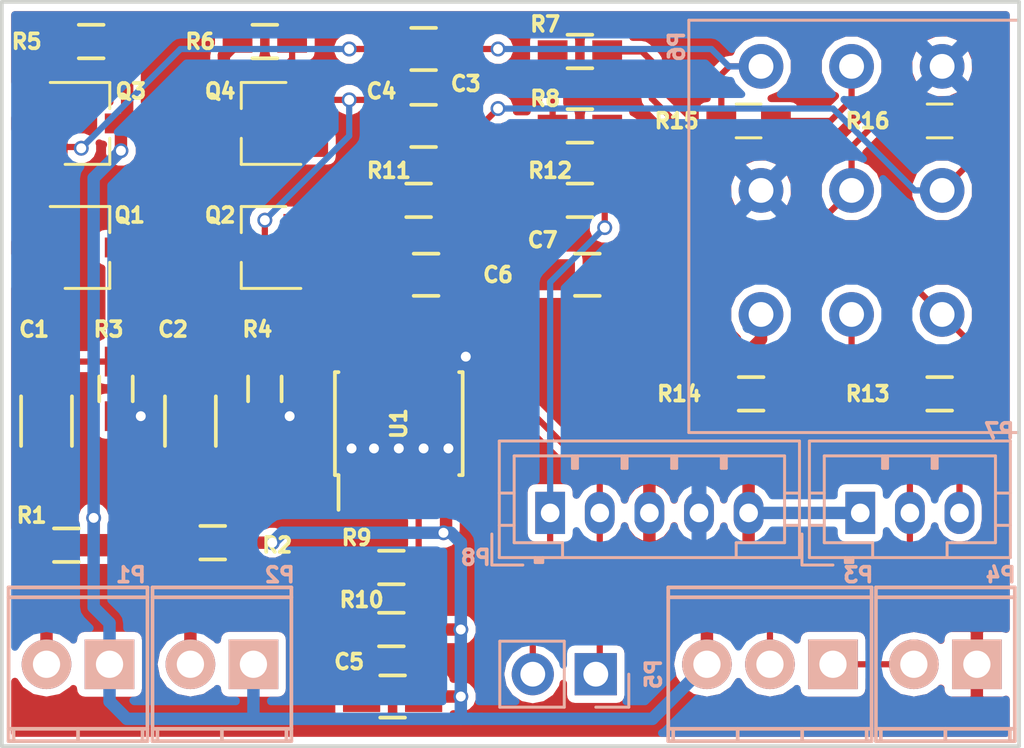
<source format=kicad_pcb>
(kicad_pcb (version 4) (host pcbnew 4.0.4-1.fc24-product)

  (general
    (links 71)
    (no_connects 0)
    (area 120.755 75.299999 163.475001 110.00588)
    (thickness 1.2)
    (drawings 8)
    (tracks 221)
    (zones 0)
    (modules 36)
    (nets 24)
  )

  (page A4)
  (layers
    (0 F.Cu signal)
    (31 B.Cu signal)
    (32 B.Adhes user)
    (33 F.Adhes user)
    (34 B.Paste user)
    (35 F.Paste user)
    (36 B.SilkS user)
    (37 F.SilkS user)
    (38 B.Mask user)
    (39 F.Mask user)
    (40 Dwgs.User user)
    (41 Cmts.User user)
    (42 Eco1.User user)
    (43 Eco2.User user)
    (44 Edge.Cuts user)
    (45 Margin user)
    (46 B.CrtYd user)
    (47 F.CrtYd user)
    (48 B.Fab user)
    (49 F.Fab user)
  )

  (setup
    (last_trace_width 0.25)
    (trace_clearance 0.25)
    (zone_clearance 0.3)
    (zone_45_only no)
    (trace_min 0.25)
    (segment_width 0.2)
    (edge_width 0.15)
    (via_size 0.6)
    (via_drill 0.4)
    (via_min_size 0.4)
    (via_min_drill 0.3)
    (uvia_size 0.3)
    (uvia_drill 0.1)
    (uvias_allowed no)
    (uvia_min_size 0.2)
    (uvia_min_drill 0.1)
    (pcb_text_width 0.3)
    (pcb_text_size 1.5 1.5)
    (mod_edge_width 0.15)
    (mod_text_size 0.6 0.6)
    (mod_text_width 0.15)
    (pad_size 1.524 1.524)
    (pad_drill 0.762)
    (pad_to_mask_clearance 0.2)
    (aux_axis_origin 0 0)
    (visible_elements 7FFFFFFF)
    (pcbplotparams
      (layerselection 0x00030_80000001)
      (usegerberextensions false)
      (excludeedgelayer true)
      (linewidth 0.100000)
      (plotframeref false)
      (viasonmask false)
      (mode 1)
      (useauxorigin false)
      (hpglpennumber 1)
      (hpglpenspeed 20)
      (hpglpendiameter 15)
      (hpglpenoverlay 2)
      (psnegative false)
      (psa4output false)
      (plotreference true)
      (plotvalue true)
      (plotinvisibletext false)
      (padsonsilk false)
      (subtractmaskfromsilk false)
      (outputformat 1)
      (mirror false)
      (drillshape 1)
      (scaleselection 1)
      (outputdirectory ""))
  )

  (net 0 "")
  (net 1 "Net-(C1-Pad1)")
  (net 2 "Net-(C2-Pad1)")
  (net 3 "Net-(C3-Pad1)")
  (net 4 /PB1_1)
  (net 5 "Net-(C4-Pad1)")
  (net 6 /PB2_3)
  (net 7 "Net-(C5-Pad1)")
  (net 8 Earth)
  (net 9 /OUT_BUF)
  (net 10 "Net-(C6-Pad2)")
  (net 11 "Net-(C7-Pad1)")
  (net 12 /PV_3)
  (net 13 /IN_B)
  (net 14 /IN_N)
  (net 15 "Net-(P3-Pad1)")
  (net 16 /PV_2)
  (net 17 /IN_EQ)
  (net 18 /VRef)
  (net 19 /PB1_2)
  (net 20 /PB2_2)
  (net 21 /V+)
  (net 22 "Net-(Q3-Pad1)")
  (net 23 "Net-(Q4-Pad1)")

  (net_class Default "This is the default net class."
    (clearance 0.25)
    (trace_width 0.25)
    (via_dia 0.6)
    (via_drill 0.4)
    (uvia_dia 0.3)
    (uvia_drill 0.1)
    (add_net /IN_EQ)
    (add_net /OUT_BUF)
    (add_net /PB1_1)
    (add_net /PB1_2)
    (add_net /PB2_2)
    (add_net /PB2_3)
    (add_net /PV_2)
    (add_net /PV_3)
    (add_net "Net-(C1-Pad1)")
    (add_net "Net-(C2-Pad1)")
    (add_net "Net-(C3-Pad1)")
    (add_net "Net-(C4-Pad1)")
    (add_net "Net-(C5-Pad1)")
    (add_net "Net-(C6-Pad2)")
    (add_net "Net-(C7-Pad1)")
    (add_net "Net-(P3-Pad1)")
    (add_net "Net-(Q3-Pad1)")
    (add_net "Net-(Q4-Pad1)")
  )

  (net_class PWR ""
    (clearance 0.25)
    (trace_width 0.5)
    (via_dia 0.6)
    (via_drill 0.4)
    (uvia_dia 0.3)
    (uvia_drill 0.1)
    (add_net /IN_B)
    (add_net /IN_N)
    (add_net /V+)
    (add_net /VRef)
    (add_net Earth)
  )

  (module Resistors_SMD:R_0603_HandSoldering (layer F.Cu) (tedit 5A65AE98) (tstamp 5A65AF22)
    (at 152.1 82.8 180)
    (descr "Resistor SMD 0603, hand soldering")
    (tags "resistor 0603")
    (path /5A65AFA5)
    (attr smd)
    (fp_text reference R15 (at 2.9 0 180) (layer F.SilkS)
      (effects (font (size 0.6 0.6) (thickness 0.15)))
    )
    (fp_text value 499k (at 0 1.55 180) (layer F.Fab) hide
      (effects (font (size 0.6 0.6) (thickness 0.15)))
    )
    (fp_text user %R (at 0 0 180) (layer F.Fab) hide
      (effects (font (size 0.4 0.4) (thickness 0.075)))
    )
    (fp_line (start -0.8 0.4) (end -0.8 -0.4) (layer F.Fab) (width 0.1))
    (fp_line (start 0.8 0.4) (end -0.8 0.4) (layer F.Fab) (width 0.1))
    (fp_line (start 0.8 -0.4) (end 0.8 0.4) (layer F.Fab) (width 0.1))
    (fp_line (start -0.8 -0.4) (end 0.8 -0.4) (layer F.Fab) (width 0.1))
    (fp_line (start 0.5 0.68) (end -0.5 0.68) (layer F.SilkS) (width 0.12))
    (fp_line (start -0.5 -0.68) (end 0.5 -0.68) (layer F.SilkS) (width 0.12))
    (fp_line (start -1.96 -0.7) (end 1.95 -0.7) (layer F.CrtYd) (width 0.05))
    (fp_line (start -1.96 -0.7) (end -1.96 0.7) (layer F.CrtYd) (width 0.05))
    (fp_line (start 1.95 0.7) (end 1.95 -0.7) (layer F.CrtYd) (width 0.05))
    (fp_line (start 1.95 0.7) (end -1.96 0.7) (layer F.CrtYd) (width 0.05))
    (pad 1 smd rect (at -1.1 0 180) (size 1.2 0.9) (layers F.Cu F.Paste F.Mask)
      (net 19 /PB1_2))
    (pad 2 smd rect (at 1.1 0 180) (size 1.2 0.9) (layers F.Cu F.Paste F.Mask)
      (net 4 /PB1_1))
    (model ${KISYS3DMOD}/Resistors_SMD.3dshapes/R_0603.wrl
      (at (xyz 0 0 0))
      (scale (xyz 1 1 1))
      (rotate (xyz 0 0 0))
    )
  )

  (module Resistors_SMD:R_0603_HandSoldering (layer F.Cu) (tedit 5A65B539) (tstamp 5A656E6D)
    (at 152.2 93.8 180)
    (descr "Resistor SMD 0603, hand soldering")
    (tags "resistor 0603")
    (path /5A655616)
    (attr smd)
    (fp_text reference R14 (at 2.9 0 180) (layer F.SilkS)
      (effects (font (size 0.6 0.6) (thickness 0.15)))
    )
    (fp_text value 12k (at 0 1.9 180) (layer F.Fab) hide
      (effects (font (size 0.6 0.6) (thickness 0.15)))
    )
    (fp_line (start -2 -0.8) (end 2 -0.8) (layer F.CrtYd) (width 0.05))
    (fp_line (start -2 0.8) (end 2 0.8) (layer F.CrtYd) (width 0.05))
    (fp_line (start -2 -0.8) (end -2 0.8) (layer F.CrtYd) (width 0.05))
    (fp_line (start 2 -0.8) (end 2 0.8) (layer F.CrtYd) (width 0.05))
    (fp_line (start 0.5 0.675) (end -0.5 0.675) (layer F.SilkS) (width 0.15))
    (fp_line (start -0.5 -0.675) (end 0.5 -0.675) (layer F.SilkS) (width 0.15))
    (pad 1 smd rect (at -1.1 0 180) (size 1.2 0.9) (layers F.Cu F.Paste F.Mask)
      (net 16 /PV_2))
    (pad 2 smd rect (at 1.1 0 180) (size 1.2 0.9) (layers F.Cu F.Paste F.Mask)
      (net 8 Earth))
    (model Resistors_SMD.3dshapes/R_0603_HandSoldering.wrl
      (at (xyz 0 0 0))
      (scale (xyz 1 1 1))
      (rotate (xyz 0 0 0))
    )
  )

  (module Resistors_SMD:R_0603_HandSoldering (layer F.Cu) (tedit 5A65B53E) (tstamp 5A656E67)
    (at 159.8 93.8 180)
    (descr "Resistor SMD 0603, hand soldering")
    (tags "resistor 0603")
    (path /5A655554)
    (attr smd)
    (fp_text reference R13 (at 2.9 0 180) (layer F.SilkS)
      (effects (font (size 0.6 0.6) (thickness 0.15)))
    )
    (fp_text value 10k (at 0 1.9 180) (layer F.Fab) hide
      (effects (font (size 0.6 0.6) (thickness 0.15)))
    )
    (fp_line (start -2 -0.8) (end 2 -0.8) (layer F.CrtYd) (width 0.05))
    (fp_line (start -2 0.8) (end 2 0.8) (layer F.CrtYd) (width 0.05))
    (fp_line (start -2 -0.8) (end -2 0.8) (layer F.CrtYd) (width 0.05))
    (fp_line (start 2 -0.8) (end 2 0.8) (layer F.CrtYd) (width 0.05))
    (fp_line (start 0.5 0.675) (end -0.5 0.675) (layer F.SilkS) (width 0.15))
    (fp_line (start -0.5 -0.675) (end 0.5 -0.675) (layer F.SilkS) (width 0.15))
    (pad 1 smd rect (at -1.1 0 180) (size 1.2 0.9) (layers F.Cu F.Paste F.Mask)
      (net 12 /PV_3))
    (pad 2 smd rect (at 1.1 0 180) (size 1.2 0.9) (layers F.Cu F.Paste F.Mask)
      (net 16 /PV_2))
    (model Resistors_SMD.3dshapes/R_0603_HandSoldering.wrl
      (at (xyz 0 0 0))
      (scale (xyz 1 1 1))
      (rotate (xyz 0 0 0))
    )
  )

  (module Resistors_SMD:R_0603_HandSoldering (layer F.Cu) (tedit 5A65AE9F) (tstamp 5A65AF33)
    (at 159.8 82.8)
    (descr "Resistor SMD 0603, hand soldering")
    (tags "resistor 0603")
    (path /5A65B059)
    (attr smd)
    (fp_text reference R16 (at -2.9 0) (layer F.SilkS)
      (effects (font (size 0.6 0.6) (thickness 0.15)))
    )
    (fp_text value 499k (at 0 1.55) (layer F.Fab) hide
      (effects (font (size 0.6 0.6) (thickness 0.15)))
    )
    (fp_text user %R (at 0 0) (layer F.Fab) hide
      (effects (font (size 0.4 0.4) (thickness 0.075)))
    )
    (fp_line (start -0.8 0.4) (end -0.8 -0.4) (layer F.Fab) (width 0.1))
    (fp_line (start 0.8 0.4) (end -0.8 0.4) (layer F.Fab) (width 0.1))
    (fp_line (start 0.8 -0.4) (end 0.8 0.4) (layer F.Fab) (width 0.1))
    (fp_line (start -0.8 -0.4) (end 0.8 -0.4) (layer F.Fab) (width 0.1))
    (fp_line (start 0.5 0.68) (end -0.5 0.68) (layer F.SilkS) (width 0.12))
    (fp_line (start -0.5 -0.68) (end 0.5 -0.68) (layer F.SilkS) (width 0.12))
    (fp_line (start -1.96 -0.7) (end 1.95 -0.7) (layer F.CrtYd) (width 0.05))
    (fp_line (start -1.96 -0.7) (end -1.96 0.7) (layer F.CrtYd) (width 0.05))
    (fp_line (start 1.95 0.7) (end 1.95 -0.7) (layer F.CrtYd) (width 0.05))
    (fp_line (start 1.95 0.7) (end -1.96 0.7) (layer F.CrtYd) (width 0.05))
    (pad 1 smd rect (at -1.1 0) (size 1.2 0.9) (layers F.Cu F.Paste F.Mask)
      (net 20 /PB2_2))
    (pad 2 smd rect (at 1.1 0) (size 1.2 0.9) (layers F.Cu F.Paste F.Mask)
      (net 6 /PB2_3))
    (model ${KISYS3DMOD}/Resistors_SMD.3dshapes/R_0603.wrl
      (at (xyz 0 0 0))
      (scale (xyz 1 1 1))
      (rotate (xyz 0 0 0))
    )
  )

  (module LIBS:Potentiometer_Alpha_Tripple_Vertical_Dual_Shaft (layer B.Cu) (tedit 5A656D42) (tstamp 5A656DED)
    (at 152.6 80.6 90)
    (descr "Potentiometer, vertically mounted, Omeg PC16PU, Omeg PC16PU, Omeg PC16PU, Vishay/Spectrol 248GJ/249GJ Single, Vishay/Spectrol 248GJ/249GJ Single, Vishay/Spectrol 248GJ/249GJ Single, Vishay/Spectrol 248GH/249GH Single, Vishay/Spectrol 148/149 Single, Vishay/Spectrol 148/149 Single, Vishay/Spectrol 148/149 Single, Vishay/Spectrol 148A/149A Single with mounting plates, Vishay/Spectrol 148/149 Double, Vishay/Spectrol 148A/149A Double with mounting plates, Piher PC-16 Single, Piher PC-16 Single, Piher PC-16 Single, Piher PC-16SV Single, Piher PC-16 Double, Piher PC-16 Triple, Piher T16H Single, Piher T16L Single, Piher T16H Double, Alps RK163 Single, Alps RK163 Double, Alps RK097 Single, Alps RK097 Double, http://www.alps.com/prod/info/E/HTML/Potentiometer/RotaryPotentiometers/RK097/RK09712100AV.html")
    (tags "Potentiometer vertical  Omeg PC16PU  Omeg PC16PU  Omeg PC16PU  Vishay/Spectrol 248GJ/249GJ Single  Vishay/Spectrol 248GJ/249GJ Single  Vishay/Spectrol 248GJ/249GJ Single  Vishay/Spectrol 248GH/249GH Single  Vishay/Spectrol 148/149 Single  Vishay/Spectrol 148/149 Single  Vishay/Spectrol 148/149 Single  Vishay/Spectrol 148A/149A Single with mounting plates  Vishay/Spectrol 148/149 Double  Vishay/Spectrol 148A/149A Double with mounting plates  Piher PC-16 Single  Piher PC-16 Single  Piher PC-16 Single  Piher PC-16SV Single  Piher PC-16 Double  Piher PC-16 Triple  Piher T16H Single  Piher T16L Single  Piher T16H Double  Alps RK163 Single  Alps RK163 Double  Alps RK097 Single  Alps RK097 Double Dual Shaft")
    (path /5A656FFD)
    (fp_text reference P6 (at 0.8 -3.4 90) (layer B.SilkS)
      (effects (font (size 0.6 0.6) (thickness 0.15)) (justify mirror))
    )
    (fp_text value CONN_01X09 (at 2.15 -4 90) (layer B.Fab) hide
      (effects (font (size 0.6 0.6) (thickness 0.15)) (justify mirror))
    )
    (fp_line (start -14.7 10.35) (end -14.7 -2.85) (layer B.Fab) (width 0.1))
    (fp_line (start -14.7 -2.85) (end 1.8 -2.85) (layer B.Fab) (width 0.1))
    (fp_line (start 1.8 -2.85) (end 1.8 10.35) (layer B.Fab) (width 0.1))
    (fp_line (start 1.8 10.35) (end -14.7 10.35) (layer B.Fab) (width 0.1))
    (fp_line (start -14.76 10.4) (end 1.86 10.4) (layer B.SilkS) (width 0.12))
    (fp_line (start -14.76 -2.91) (end 1.86 -2.91) (layer B.SilkS) (width 0.12))
    (fp_line (start -14.76 10.4) (end -14.76 -2.91) (layer B.SilkS) (width 0.12))
    (fp_line (start 1.86 10.4) (end 1.86 -2.91) (layer B.SilkS) (width 0.12))
    (fp_line (start -15.15 10.6) (end -15.15 -3.1) (layer B.CrtYd) (width 0.05))
    (fp_line (start -15.15 -3.1) (end 2.15 -3.1) (layer B.CrtYd) (width 0.05))
    (fp_line (start 2.15 -3.1) (end 2.15 10.6) (layer B.CrtYd) (width 0.05))
    (fp_line (start 2.15 10.6) (end -15.15 10.6) (layer B.CrtYd) (width 0.05))
    (pad 3 thru_hole circle (at 0 7.3 90) (size 1.8 1.8) (drill 1) (layers *.Cu *.Mask)
      (net 18 /VRef))
    (pad 2 thru_hole circle (at 0 3.65 90) (size 1.8 1.8) (drill 1) (layers *.Cu *.Mask)
      (net 19 /PB1_2))
    (pad 1 thru_hole circle (at 0 0 90) (size 1.8 1.8) (drill 1) (layers *.Cu *.Mask)
      (net 4 /PB1_1))
    (pad 6 thru_hole circle (at -5 7.3 90) (size 1.8 1.8) (drill 1) (layers *.Cu *.Mask)
      (net 6 /PB2_3))
    (pad 5 thru_hole circle (at -5 3.65 90) (size 1.8 1.8) (drill 1) (layers *.Cu *.Mask)
      (net 20 /PB2_2))
    (pad 4 thru_hole circle (at -5 0 90) (size 1.8 1.8) (drill 1) (layers *.Cu *.Mask)
      (net 18 /VRef))
    (pad 7 thru_hole circle (at -10 0 90) (size 1.8 1.8) (drill 1) (layers *.Cu *.Mask)
      (net 8 Earth))
    (pad 8 thru_hole circle (at -10 3.65 90) (size 1.8 1.8) (drill 1) (layers *.Cu *.Mask)
      (net 16 /PV_2))
    (pad 9 thru_hole circle (at -10 7.3 90) (size 1.8 1.8) (drill 1) (layers *.Cu *.Mask)
      (net 12 /PV_3))
    (model Potentiometers.3dshapes/Potentiometer_Alps_RK097_Double_Vertical.wrl
      (at (xyz 0 0 0))
      (scale (xyz 0.393701 0.393701 0.393701))
      (rotate (xyz 0 0 0))
    )
  )

  (module Capacitors_SMD:C_0805_HandSoldering (layer F.Cu) (tedit 5A65B8E0) (tstamp 5A656DB5)
    (at 137.75 106)
    (descr "Capacitor SMD 0805, hand soldering")
    (tags "capacitor 0805")
    (path /5A654FB3)
    (attr smd)
    (fp_text reference C5 (at -1.75 -1.4) (layer F.SilkS)
      (effects (font (size 0.6 0.6) (thickness 0.15)))
    )
    (fp_text value 10u (at 0 2.1) (layer F.Fab) hide
      (effects (font (size 0.6 0.6) (thickness 0.15)))
    )
    (fp_line (start -2.3 -1) (end 2.3 -1) (layer F.CrtYd) (width 0.05))
    (fp_line (start -2.3 1) (end 2.3 1) (layer F.CrtYd) (width 0.05))
    (fp_line (start -2.3 -1) (end -2.3 1) (layer F.CrtYd) (width 0.05))
    (fp_line (start 2.3 -1) (end 2.3 1) (layer F.CrtYd) (width 0.05))
    (fp_line (start 0.5 -0.85) (end -0.5 -0.85) (layer F.SilkS) (width 0.15))
    (fp_line (start -0.5 0.85) (end 0.5 0.85) (layer F.SilkS) (width 0.15))
    (pad 1 smd rect (at -1.25 0) (size 1.5 1.25) (layers F.Cu F.Paste F.Mask)
      (net 7 "Net-(C5-Pad1)"))
    (pad 2 smd rect (at 1.25 0) (size 1.5 1.25) (layers F.Cu F.Paste F.Mask)
      (net 8 Earth))
    (model Capacitors_SMD.3dshapes/C_0805_HandSoldering.wrl
      (at (xyz 0 0 0))
      (scale (xyz 1 1 1))
      (rotate (xyz 0 0 0))
    )
  )

  (module Resistors_SMD:R_0603_HandSoldering (layer F.Cu) (tedit 5A65B8E8) (tstamp 5A656E55)
    (at 137.7 103.3)
    (descr "Resistor SMD 0603, hand soldering")
    (tags "resistor 0603")
    (path /5A654BC0)
    (attr smd)
    (fp_text reference R10 (at -1.2 -1.2) (layer F.SilkS)
      (effects (font (size 0.6 0.6) (thickness 0.15)))
    )
    (fp_text value 100k (at -1.5 1.3) (layer F.Fab) hide
      (effects (font (size 0.6 0.6) (thickness 0.15)))
    )
    (fp_line (start -2 -0.8) (end 2 -0.8) (layer F.CrtYd) (width 0.05))
    (fp_line (start -2 0.8) (end 2 0.8) (layer F.CrtYd) (width 0.05))
    (fp_line (start -2 -0.8) (end -2 0.8) (layer F.CrtYd) (width 0.05))
    (fp_line (start 2 -0.8) (end 2 0.8) (layer F.CrtYd) (width 0.05))
    (fp_line (start 0.5 0.675) (end -0.5 0.675) (layer F.SilkS) (width 0.15))
    (fp_line (start -0.5 -0.675) (end 0.5 -0.675) (layer F.SilkS) (width 0.15))
    (pad 1 smd rect (at -1.1 0) (size 1.2 0.9) (layers F.Cu F.Paste F.Mask)
      (net 7 "Net-(C5-Pad1)"))
    (pad 2 smd rect (at 1.1 0) (size 1.2 0.9) (layers F.Cu F.Paste F.Mask)
      (net 8 Earth))
    (model Resistors_SMD.3dshapes/R_0603_HandSoldering.wrl
      (at (xyz 0 0 0))
      (scale (xyz 1 1 1))
      (rotate (xyz 0 0 0))
    )
  )

  (module Resistors_SMD:R_0603_HandSoldering (layer F.Cu) (tedit 5A65B8D8) (tstamp 5A656E4F)
    (at 137.7 100.8)
    (descr "Resistor SMD 0603, hand soldering")
    (tags "resistor 0603")
    (path /5A654B24)
    (attr smd)
    (fp_text reference R9 (at -1.4 -1.2) (layer F.SilkS)
      (effects (font (size 0.6 0.6) (thickness 0.15)))
    )
    (fp_text value 100k (at 0 1.9) (layer F.Fab) hide
      (effects (font (size 0.6 0.6) (thickness 0.15)))
    )
    (fp_line (start -2 -0.8) (end 2 -0.8) (layer F.CrtYd) (width 0.05))
    (fp_line (start -2 0.8) (end 2 0.8) (layer F.CrtYd) (width 0.05))
    (fp_line (start -2 -0.8) (end -2 0.8) (layer F.CrtYd) (width 0.05))
    (fp_line (start 2 -0.8) (end 2 0.8) (layer F.CrtYd) (width 0.05))
    (fp_line (start 0.5 0.675) (end -0.5 0.675) (layer F.SilkS) (width 0.15))
    (fp_line (start -0.5 -0.675) (end 0.5 -0.675) (layer F.SilkS) (width 0.15))
    (pad 1 smd rect (at -1.1 0) (size 1.2 0.9) (layers F.Cu F.Paste F.Mask)
      (net 21 /V+))
    (pad 2 smd rect (at 1.1 0) (size 1.2 0.9) (layers F.Cu F.Paste F.Mask)
      (net 7 "Net-(C5-Pad1)"))
    (model Resistors_SMD.3dshapes/R_0603_HandSoldering.wrl
      (at (xyz 0 0 0))
      (scale (xyz 1 1 1))
      (rotate (xyz 0 0 0))
    )
  )

  (module Connectors_JST:JST_PH_B3B-PH-K_03x2.00mm_Straight (layer B.Cu) (tedit 5A656EC1) (tstamp 5A656DF4)
    (at 156.6 98.6)
    (descr "JST PH series connector, B3B-PH-K, top entry type, through hole, Datasheet: http://www.jst-mfg.com/product/pdf/eng/ePH.pdf")
    (tags "connector jst ph")
    (path /5A65707A)
    (fp_text reference P7 (at 5.6 -3.3) (layer B.SilkS)
      (effects (font (size 0.6 0.6) (thickness 0.15)) (justify mirror))
    )
    (fp_text value CONN_01X03 (at 2 -3.8) (layer B.Fab) hide
      (effects (font (size 0.6 0.6) (thickness 0.15)) (justify mirror))
    )
    (fp_line (start -2.05 1.8) (end -2.05 -2.9) (layer B.SilkS) (width 0.12))
    (fp_line (start -2.05 -2.9) (end 6.05 -2.9) (layer B.SilkS) (width 0.12))
    (fp_line (start 6.05 -2.9) (end 6.05 1.8) (layer B.SilkS) (width 0.12))
    (fp_line (start 6.05 1.8) (end -2.05 1.8) (layer B.SilkS) (width 0.12))
    (fp_line (start 0.5 1.8) (end 0.5 1.2) (layer B.SilkS) (width 0.12))
    (fp_line (start 0.5 1.2) (end -1.45 1.2) (layer B.SilkS) (width 0.12))
    (fp_line (start -1.45 1.2) (end -1.45 -2.3) (layer B.SilkS) (width 0.12))
    (fp_line (start -1.45 -2.3) (end 5.45 -2.3) (layer B.SilkS) (width 0.12))
    (fp_line (start 5.45 -2.3) (end 5.45 1.2) (layer B.SilkS) (width 0.12))
    (fp_line (start 5.45 1.2) (end 3.5 1.2) (layer B.SilkS) (width 0.12))
    (fp_line (start 3.5 1.2) (end 3.5 1.8) (layer B.SilkS) (width 0.12))
    (fp_line (start -2.05 0.5) (end -1.45 0.5) (layer B.SilkS) (width 0.12))
    (fp_line (start -2.05 -0.8) (end -1.45 -0.8) (layer B.SilkS) (width 0.12))
    (fp_line (start 6.05 0.5) (end 5.45 0.5) (layer B.SilkS) (width 0.12))
    (fp_line (start 6.05 -0.8) (end 5.45 -0.8) (layer B.SilkS) (width 0.12))
    (fp_line (start -0.3 1.8) (end -0.3 2) (layer B.SilkS) (width 0.12))
    (fp_line (start -0.3 2) (end -0.6 2) (layer B.SilkS) (width 0.12))
    (fp_line (start -0.6 2) (end -0.6 1.8) (layer B.SilkS) (width 0.12))
    (fp_line (start -0.3 1.9) (end -0.6 1.9) (layer B.SilkS) (width 0.12))
    (fp_line (start 0.9 -2.3) (end 0.9 -1.8) (layer B.SilkS) (width 0.12))
    (fp_line (start 0.9 -1.8) (end 1.1 -1.8) (layer B.SilkS) (width 0.12))
    (fp_line (start 1.1 -1.8) (end 1.1 -2.3) (layer B.SilkS) (width 0.12))
    (fp_line (start 1 -2.3) (end 1 -1.8) (layer B.SilkS) (width 0.12))
    (fp_line (start 2.9 -2.3) (end 2.9 -1.8) (layer B.SilkS) (width 0.12))
    (fp_line (start 2.9 -1.8) (end 3.1 -1.8) (layer B.SilkS) (width 0.12))
    (fp_line (start 3.1 -1.8) (end 3.1 -2.3) (layer B.SilkS) (width 0.12))
    (fp_line (start 3 -2.3) (end 3 -1.8) (layer B.SilkS) (width 0.12))
    (fp_line (start -1.1 2.1) (end -2.35 2.1) (layer B.SilkS) (width 0.12))
    (fp_line (start -2.35 2.1) (end -2.35 0.85) (layer B.SilkS) (width 0.12))
    (fp_line (start -1.1 2.1) (end -2.35 2.1) (layer B.Fab) (width 0.1))
    (fp_line (start -2.35 2.1) (end -2.35 0.85) (layer B.Fab) (width 0.1))
    (fp_line (start -1.95 1.7) (end -1.95 -2.8) (layer B.Fab) (width 0.1))
    (fp_line (start -1.95 -2.8) (end 5.95 -2.8) (layer B.Fab) (width 0.1))
    (fp_line (start 5.95 -2.8) (end 5.95 1.7) (layer B.Fab) (width 0.1))
    (fp_line (start 5.95 1.7) (end -1.95 1.7) (layer B.Fab) (width 0.1))
    (fp_line (start -2.45 2.2) (end -2.45 -3.3) (layer B.CrtYd) (width 0.05))
    (fp_line (start -2.45 -3.3) (end 6.45 -3.3) (layer B.CrtYd) (width 0.05))
    (fp_line (start 6.45 -3.3) (end 6.45 2.2) (layer B.CrtYd) (width 0.05))
    (fp_line (start 6.45 2.2) (end -2.45 2.2) (layer B.CrtYd) (width 0.05))
    (fp_text user %R (at 2 -1.5) (layer B.Fab) hide
      (effects (font (size 0.6 0.6) (thickness 0.15)) (justify mirror))
    )
    (pad 1 thru_hole rect (at 0 0) (size 1.2 1.7) (drill 0.75) (layers *.Cu *.Mask)
      (net 8 Earth))
    (pad 2 thru_hole oval (at 2 0) (size 1.2 1.7) (drill 0.75) (layers *.Cu *.Mask)
      (net 16 /PV_2))
    (pad 3 thru_hole oval (at 4 0) (size 1.2 1.7) (drill 0.75) (layers *.Cu *.Mask)
      (net 12 /PV_3))
    (model ${KISYS3DMOD}/Connectors_JST.3dshapes/JST_PH_B3B-PH-K_03x2.00mm_Straight.wrl
      (at (xyz 0 0 0))
      (scale (xyz 1 1 1))
      (rotate (xyz 0 0 0))
    )
  )

  (module Housings_SOIC:SOIC-8_3.9x4.9mm_Pitch1.27mm (layer F.Cu) (tedit 5A65B1C7) (tstamp 5A656E79)
    (at 138 95 90)
    (descr "8-Lead Plastic Small Outline (SN) - Narrow, 3.90 mm Body [SOIC] (see Microchip Packaging Specification 00000049BS.pdf)")
    (tags "SOIC 1.27")
    (path /5A653F31)
    (attr smd)
    (fp_text reference U1 (at 0 0 90) (layer F.SilkS)
      (effects (font (size 0.6 0.6) (thickness 0.15)))
    )
    (fp_text value MC33178 (at 0 3.5 90) (layer F.Fab) hide
      (effects (font (size 0.6 0.6) (thickness 0.15)))
    )
    (fp_line (start -3.75 -2.75) (end -3.75 2.75) (layer F.CrtYd) (width 0.05))
    (fp_line (start 3.75 -2.75) (end 3.75 2.75) (layer F.CrtYd) (width 0.05))
    (fp_line (start -3.75 -2.75) (end 3.75 -2.75) (layer F.CrtYd) (width 0.05))
    (fp_line (start -3.75 2.75) (end 3.75 2.75) (layer F.CrtYd) (width 0.05))
    (fp_line (start -2.075 -2.575) (end -2.075 -2.43) (layer F.SilkS) (width 0.15))
    (fp_line (start 2.075 -2.575) (end 2.075 -2.43) (layer F.SilkS) (width 0.15))
    (fp_line (start 2.075 2.575) (end 2.075 2.43) (layer F.SilkS) (width 0.15))
    (fp_line (start -2.075 2.575) (end -2.075 2.43) (layer F.SilkS) (width 0.15))
    (fp_line (start -2.075 -2.575) (end 2.075 -2.575) (layer F.SilkS) (width 0.15))
    (fp_line (start -2.075 2.575) (end 2.075 2.575) (layer F.SilkS) (width 0.15))
    (fp_line (start -2.075 -2.43) (end -3.475 -2.43) (layer F.SilkS) (width 0.15))
    (pad 1 smd rect (at -2.7 -1.905 90) (size 1.55 0.6) (layers F.Cu F.Paste F.Mask)
      (net 18 /VRef))
    (pad 2 smd rect (at -2.7 -0.635 90) (size 1.55 0.6) (layers F.Cu F.Paste F.Mask)
      (net 18 /VRef))
    (pad 3 smd rect (at -2.7 0.635 90) (size 1.55 0.6) (layers F.Cu F.Paste F.Mask)
      (net 7 "Net-(C5-Pad1)"))
    (pad 4 smd rect (at -2.7 1.905 90) (size 1.55 0.6) (layers F.Cu F.Paste F.Mask)
      (net 8 Earth))
    (pad 5 smd rect (at 2.7 1.905 90) (size 1.55 0.6) (layers F.Cu F.Paste F.Mask)
      (net 18 /VRef))
    (pad 6 smd rect (at 2.7 0.635 90) (size 1.55 0.6) (layers F.Cu F.Paste F.Mask)
      (net 10 "Net-(C6-Pad2)"))
    (pad 7 smd rect (at 2.7 -0.635 90) (size 1.55 0.6) (layers F.Cu F.Paste F.Mask)
      (net 9 /OUT_BUF))
    (pad 8 smd rect (at 2.7 -1.905 90) (size 1.55 0.6) (layers F.Cu F.Paste F.Mask)
      (net 21 /V+))
    (model Housings_SOIC.3dshapes/SOIC-8_3.9x4.9mm_Pitch1.27mm.wrl
      (at (xyz 0 0 0))
      (scale (xyz 1 1 1))
      (rotate (xyz 0 0 0))
    )
  )

  (module Terminal_Blocks:TerminalBlock_Pheonix_MPT-2.54mm_3pol (layer B.Cu) (tedit 5A656DBF) (tstamp 5A656DD4)
    (at 155.5 104.7 180)
    (descr "3-way 2.54mm pitch terminal block, Phoenix MPT series")
    (path /5A657F5B)
    (fp_text reference P3 (at -1.02 3.6 180) (layer B.SilkS)
      (effects (font (size 0.6 0.6) (thickness 0.15)) (justify mirror))
    )
    (fp_text value CONN_01X03 (at 2.54 -4.50088 180) (layer B.Fab) hide
      (effects (font (size 0.6 0.6) (thickness 0.15)) (justify mirror))
    )
    (fp_line (start -1.778 -3.302) (end 6.858 -3.302) (layer B.CrtYd) (width 0.05))
    (fp_line (start -1.778 3.302) (end -1.778 -3.302) (layer B.CrtYd) (width 0.05))
    (fp_line (start 6.858 3.302) (end -1.778 3.302) (layer B.CrtYd) (width 0.05))
    (fp_line (start 6.858 -3.302) (end 6.858 3.302) (layer B.CrtYd) (width 0.05))
    (fp_line (start 6.63956 3.0988) (end -1.55956 3.0988) (layer B.SilkS) (width 0.15))
    (fp_line (start 6.63956 2.70002) (end -1.55956 2.70002) (layer B.SilkS) (width 0.15))
    (fp_line (start 6.63956 -2.60096) (end -1.55956 -2.60096) (layer B.SilkS) (width 0.15))
    (fp_line (start -1.55956 -3.0988) (end 6.63956 -3.0988) (layer B.SilkS) (width 0.15))
    (fp_line (start 3.84048 -2.60096) (end 3.84048 -3.0988) (layer B.SilkS) (width 0.15))
    (fp_line (start -1.3589 -3.0988) (end -1.3589 -2.60096) (layer B.SilkS) (width 0.15))
    (fp_line (start 6.44144 -2.60096) (end 6.44144 -3.0988) (layer B.SilkS) (width 0.15))
    (fp_line (start 1.24206 -3.0988) (end 1.24206 -2.60096) (layer B.SilkS) (width 0.15))
    (fp_line (start 6.63956 -3.0988) (end 6.63956 3.0988) (layer B.SilkS) (width 0.15))
    (fp_line (start -1.55702 3.0988) (end -1.55702 -3.0988) (layer B.SilkS) (width 0.15))
    (pad 3 thru_hole oval (at 5.08 0 180) (size 1.99898 1.99898) (drill 1.09728) (layers *.Cu *.Mask B.SilkS)
      (net 8 Earth))
    (pad 1 thru_hole rect (at 0 0 180) (size 1.99898 1.99898) (drill 1.09728) (layers *.Cu *.Mask B.SilkS)
      (net 15 "Net-(P3-Pad1)"))
    (pad 2 thru_hole oval (at 2.54 0 180) (size 1.99898 1.99898) (drill 1.09728) (layers *.Cu *.Mask B.SilkS)
      (net 16 /PV_2))
    (model Terminal_Blocks.3dshapes/TerminalBlock_Pheonix_MPT-2.54mm_3pol.wrl
      (at (xyz 0.1 0 0))
      (scale (xyz 1 1 1))
      (rotate (xyz 0 0 0))
    )
  )

  (module Connectors_JST:JST_PH_B5B-PH-K_05x2.00mm_Straight (layer B.Cu) (tedit 5A656EE7) (tstamp 5A656DFD)
    (at 144.1 98.6)
    (descr "JST PH series connector, B5B-PH-K, top entry type, through hole, Datasheet: http://www.jst-mfg.com/product/pdf/eng/ePH.pdf")
    (tags "connector jst ph")
    (path /5A657865)
    (fp_text reference P8 (at -3 1.8) (layer B.SilkS)
      (effects (font (size 0.6 0.6) (thickness 0.15)) (justify mirror))
    )
    (fp_text value CONN_01X05 (at 4 -3.8) (layer B.Fab) hide
      (effects (font (size 0.6 0.6) (thickness 0.15)) (justify mirror))
    )
    (fp_line (start -2.05 1.8) (end -2.05 -2.9) (layer B.SilkS) (width 0.12))
    (fp_line (start -2.05 -2.9) (end 10.05 -2.9) (layer B.SilkS) (width 0.12))
    (fp_line (start 10.05 -2.9) (end 10.05 1.8) (layer B.SilkS) (width 0.12))
    (fp_line (start 10.05 1.8) (end -2.05 1.8) (layer B.SilkS) (width 0.12))
    (fp_line (start 0.5 1.8) (end 0.5 1.2) (layer B.SilkS) (width 0.12))
    (fp_line (start 0.5 1.2) (end -1.45 1.2) (layer B.SilkS) (width 0.12))
    (fp_line (start -1.45 1.2) (end -1.45 -2.3) (layer B.SilkS) (width 0.12))
    (fp_line (start -1.45 -2.3) (end 9.45 -2.3) (layer B.SilkS) (width 0.12))
    (fp_line (start 9.45 -2.3) (end 9.45 1.2) (layer B.SilkS) (width 0.12))
    (fp_line (start 9.45 1.2) (end 7.5 1.2) (layer B.SilkS) (width 0.12))
    (fp_line (start 7.5 1.2) (end 7.5 1.8) (layer B.SilkS) (width 0.12))
    (fp_line (start -2.05 0.5) (end -1.45 0.5) (layer B.SilkS) (width 0.12))
    (fp_line (start -2.05 -0.8) (end -1.45 -0.8) (layer B.SilkS) (width 0.12))
    (fp_line (start 10.05 0.5) (end 9.45 0.5) (layer B.SilkS) (width 0.12))
    (fp_line (start 10.05 -0.8) (end 9.45 -0.8) (layer B.SilkS) (width 0.12))
    (fp_line (start -0.3 1.8) (end -0.3 2) (layer B.SilkS) (width 0.12))
    (fp_line (start -0.3 2) (end -0.6 2) (layer B.SilkS) (width 0.12))
    (fp_line (start -0.6 2) (end -0.6 1.8) (layer B.SilkS) (width 0.12))
    (fp_line (start -0.3 1.9) (end -0.6 1.9) (layer B.SilkS) (width 0.12))
    (fp_line (start 0.9 -2.3) (end 0.9 -1.8) (layer B.SilkS) (width 0.12))
    (fp_line (start 0.9 -1.8) (end 1.1 -1.8) (layer B.SilkS) (width 0.12))
    (fp_line (start 1.1 -1.8) (end 1.1 -2.3) (layer B.SilkS) (width 0.12))
    (fp_line (start 1 -2.3) (end 1 -1.8) (layer B.SilkS) (width 0.12))
    (fp_line (start 2.9 -2.3) (end 2.9 -1.8) (layer B.SilkS) (width 0.12))
    (fp_line (start 2.9 -1.8) (end 3.1 -1.8) (layer B.SilkS) (width 0.12))
    (fp_line (start 3.1 -1.8) (end 3.1 -2.3) (layer B.SilkS) (width 0.12))
    (fp_line (start 3 -2.3) (end 3 -1.8) (layer B.SilkS) (width 0.12))
    (fp_line (start 4.9 -2.3) (end 4.9 -1.8) (layer B.SilkS) (width 0.12))
    (fp_line (start 4.9 -1.8) (end 5.1 -1.8) (layer B.SilkS) (width 0.12))
    (fp_line (start 5.1 -1.8) (end 5.1 -2.3) (layer B.SilkS) (width 0.12))
    (fp_line (start 5 -2.3) (end 5 -1.8) (layer B.SilkS) (width 0.12))
    (fp_line (start 6.9 -2.3) (end 6.9 -1.8) (layer B.SilkS) (width 0.12))
    (fp_line (start 6.9 -1.8) (end 7.1 -1.8) (layer B.SilkS) (width 0.12))
    (fp_line (start 7.1 -1.8) (end 7.1 -2.3) (layer B.SilkS) (width 0.12))
    (fp_line (start 7 -2.3) (end 7 -1.8) (layer B.SilkS) (width 0.12))
    (fp_line (start -1.1 2.1) (end -2.35 2.1) (layer B.SilkS) (width 0.12))
    (fp_line (start -2.35 2.1) (end -2.35 0.85) (layer B.SilkS) (width 0.12))
    (fp_line (start -1.1 2.1) (end -2.35 2.1) (layer B.Fab) (width 0.1))
    (fp_line (start -2.35 2.1) (end -2.35 0.85) (layer B.Fab) (width 0.1))
    (fp_line (start -1.95 1.7) (end -1.95 -2.8) (layer B.Fab) (width 0.1))
    (fp_line (start -1.95 -2.8) (end 9.95 -2.8) (layer B.Fab) (width 0.1))
    (fp_line (start 9.95 -2.8) (end 9.95 1.7) (layer B.Fab) (width 0.1))
    (fp_line (start 9.95 1.7) (end -1.95 1.7) (layer B.Fab) (width 0.1))
    (fp_line (start -2.45 2.2) (end -2.45 -3.3) (layer B.CrtYd) (width 0.05))
    (fp_line (start -2.45 -3.3) (end 10.45 -3.3) (layer B.CrtYd) (width 0.05))
    (fp_line (start 10.45 -3.3) (end 10.45 2.2) (layer B.CrtYd) (width 0.05))
    (fp_line (start 10.45 2.2) (end -2.45 2.2) (layer B.CrtYd) (width 0.05))
    (fp_text user %R (at 4 -1.5) (layer B.Fab) hide
      (effects (font (size 0.6 0.6) (thickness 0.15)) (justify mirror))
    )
    (pad 1 thru_hole rect (at 0 0) (size 1.2 1.7) (drill 0.75) (layers *.Cu *.Mask)
      (net 17 /IN_EQ))
    (pad 2 thru_hole oval (at 2 0) (size 1.2 1.7) (drill 0.75) (layers *.Cu *.Mask)
      (net 9 /OUT_BUF))
    (pad 3 thru_hole oval (at 4 0) (size 1.2 1.7) (drill 0.75) (layers *.Cu *.Mask)
      (net 21 /V+))
    (pad 4 thru_hole oval (at 6 0) (size 1.2 1.7) (drill 0.75) (layers *.Cu *.Mask)
      (net 18 /VRef))
    (pad 5 thru_hole oval (at 8 0) (size 1.2 1.7) (drill 0.75) (layers *.Cu *.Mask)
      (net 8 Earth))
    (model ${KISYS3DMOD}/Connectors_JST.3dshapes/JST_PH_B5B-PH-K_05x2.00mm_Straight.wrl
      (at (xyz 0 0 0))
      (scale (xyz 1 1 1))
      (rotate (xyz 0 0 0))
    )
  )

  (module Terminal_Blocks:TerminalBlock_Pheonix_MPT-2.54mm_2pol (layer B.Cu) (tedit 5A656DBC) (tstamp 5A656DCD)
    (at 132.14 104.7 180)
    (descr "2-way 2.54mm pitch terminal block, Phoenix MPT series")
    (path /5A656625)
    (fp_text reference P2 (at -1.06 3.6 180) (layer B.SilkS)
      (effects (font (size 0.6 0.6) (thickness 0.15)) (justify mirror))
    )
    (fp_text value CONN_01X02 (at 1.27 -4.50088 180) (layer B.Fab) hide
      (effects (font (size 0.6 0.6) (thickness 0.15)) (justify mirror))
    )
    (fp_line (start -1.7 3.3) (end 4.3 3.3) (layer B.CrtYd) (width 0.05))
    (fp_line (start -1.7 -3.3) (end -1.7 3.3) (layer B.CrtYd) (width 0.05))
    (fp_line (start 4.3 -3.3) (end -1.7 -3.3) (layer B.CrtYd) (width 0.05))
    (fp_line (start 4.3 3.3) (end 4.3 -3.3) (layer B.CrtYd) (width 0.05))
    (fp_line (start 4.06908 -2.60096) (end -1.52908 -2.60096) (layer B.SilkS) (width 0.15))
    (fp_line (start -1.33096 -3.0988) (end -1.33096 -2.60096) (layer B.SilkS) (width 0.15))
    (fp_line (start 3.87096 -2.60096) (end 3.87096 -3.0988) (layer B.SilkS) (width 0.15))
    (fp_line (start 1.27 -3.0988) (end 1.27 -2.60096) (layer B.SilkS) (width 0.15))
    (fp_line (start -1.52908 2.70002) (end 4.06908 2.70002) (layer B.SilkS) (width 0.15))
    (fp_line (start -1.52908 -3.0988) (end 4.06908 -3.0988) (layer B.SilkS) (width 0.15))
    (fp_line (start 4.06908 -3.0988) (end 4.06908 3.0988) (layer B.SilkS) (width 0.15))
    (fp_line (start 4.06908 3.0988) (end -1.52908 3.0988) (layer B.SilkS) (width 0.15))
    (fp_line (start -1.52908 3.0988) (end -1.52908 -3.0988) (layer B.SilkS) (width 0.15))
    (pad 2 thru_hole oval (at 2.54 0 180) (size 1.99898 1.99898) (drill 1.09728) (layers *.Cu *.Mask B.SilkS)
      (net 14 /IN_N))
    (pad 1 thru_hole rect (at 0 0 180) (size 1.99898 1.99898) (drill 1.09728) (layers *.Cu *.Mask B.SilkS)
      (net 8 Earth))
    (model Terminal_Blocks.3dshapes/TerminalBlock_Pheonix_MPT-2.54mm_2pol.wrl
      (at (xyz 0.05 0 0))
      (scale (xyz 1 1 1))
      (rotate (xyz 0 0 0))
    )
  )

  (module Resistors_SMD:R_0603_HandSoldering (layer F.Cu) (tedit 5A656FEF) (tstamp 5A656E31)
    (at 132.6 93.6 270)
    (descr "Resistor SMD 0603, hand soldering")
    (tags "resistor 0603")
    (path /5A653A98)
    (attr smd)
    (fp_text reference R4 (at -2.4 0.3 360) (layer F.SilkS)
      (effects (font (size 0.6 0.6) (thickness 0.15)))
    )
    (fp_text value 499k (at 0 1.9 270) (layer F.Fab) hide
      (effects (font (size 0.6 0.6) (thickness 0.15)))
    )
    (fp_line (start -2 -0.8) (end 2 -0.8) (layer F.CrtYd) (width 0.05))
    (fp_line (start -2 0.8) (end 2 0.8) (layer F.CrtYd) (width 0.05))
    (fp_line (start -2 -0.8) (end -2 0.8) (layer F.CrtYd) (width 0.05))
    (fp_line (start 2 -0.8) (end 2 0.8) (layer F.CrtYd) (width 0.05))
    (fp_line (start 0.5 0.675) (end -0.5 0.675) (layer F.SilkS) (width 0.15))
    (fp_line (start -0.5 -0.675) (end 0.5 -0.675) (layer F.SilkS) (width 0.15))
    (pad 1 smd rect (at -1.1 0 270) (size 1.2 0.9) (layers F.Cu F.Paste F.Mask)
      (net 2 "Net-(C2-Pad1)"))
    (pad 2 smd rect (at 1.1 0 270) (size 1.2 0.9) (layers F.Cu F.Paste F.Mask)
      (net 18 /VRef))
    (model Resistors_SMD.3dshapes/R_0603_HandSoldering.wrl
      (at (xyz 0 0 0))
      (scale (xyz 1 1 1))
      (rotate (xyz 0 0 0))
    )
  )

  (module Resistors_SMD:R_0603_HandSoldering (layer F.Cu) (tedit 5A656FEC) (tstamp 5A656E25)
    (at 130.5 99.8)
    (descr "Resistor SMD 0603, hand soldering")
    (tags "resistor 0603")
    (path /5A653A92)
    (attr smd)
    (fp_text reference R2 (at 2.6 0.1) (layer F.SilkS)
      (effects (font (size 0.6 0.6) (thickness 0.15)))
    )
    (fp_text value 499k (at 0 1.9) (layer F.Fab) hide
      (effects (font (size 0.6 0.6) (thickness 0.15)))
    )
    (fp_line (start -2 -0.8) (end 2 -0.8) (layer F.CrtYd) (width 0.05))
    (fp_line (start -2 0.8) (end 2 0.8) (layer F.CrtYd) (width 0.05))
    (fp_line (start -2 -0.8) (end -2 0.8) (layer F.CrtYd) (width 0.05))
    (fp_line (start 2 -0.8) (end 2 0.8) (layer F.CrtYd) (width 0.05))
    (fp_line (start 0.5 0.675) (end -0.5 0.675) (layer F.SilkS) (width 0.15))
    (fp_line (start -0.5 -0.675) (end 0.5 -0.675) (layer F.SilkS) (width 0.15))
    (pad 1 smd rect (at -1.1 0) (size 1.2 0.9) (layers F.Cu F.Paste F.Mask)
      (net 14 /IN_N))
    (pad 2 smd rect (at 1.1 0) (size 1.2 0.9) (layers F.Cu F.Paste F.Mask)
      (net 8 Earth))
    (model Resistors_SMD.3dshapes/R_0603_HandSoldering.wrl
      (at (xyz 0 0 0))
      (scale (xyz 1 1 1))
      (rotate (xyz 0 0 0))
    )
  )

  (module Capacitors_SMD:C_1206_HandSoldering (layer F.Cu) (tedit 5A65AF62) (tstamp 5A656D9D)
    (at 123.8 94.9 270)
    (descr "Capacitor SMD 1206, hand soldering")
    (tags "capacitor 1206")
    (path /5A653704)
    (attr smd)
    (fp_text reference C1 (at -3.7 0.5 360) (layer F.SilkS)
      (effects (font (size 0.6 0.6) (thickness 0.15)))
    )
    (fp_text value 0.1u (at 0 2.3 270) (layer F.Fab) hide
      (effects (font (size 0.6 0.6) (thickness 0.15)))
    )
    (fp_line (start -3.3 -1.15) (end 3.3 -1.15) (layer F.CrtYd) (width 0.05))
    (fp_line (start -3.3 1.15) (end 3.3 1.15) (layer F.CrtYd) (width 0.05))
    (fp_line (start -3.3 -1.15) (end -3.3 1.15) (layer F.CrtYd) (width 0.05))
    (fp_line (start 3.3 -1.15) (end 3.3 1.15) (layer F.CrtYd) (width 0.05))
    (fp_line (start 1 -1.025) (end -1 -1.025) (layer F.SilkS) (width 0.15))
    (fp_line (start -1 1.025) (end 1 1.025) (layer F.SilkS) (width 0.15))
    (pad 1 smd rect (at -2 0 270) (size 2 1.6) (layers F.Cu F.Paste F.Mask)
      (net 1 "Net-(C1-Pad1)"))
    (pad 2 smd rect (at 2 0 270) (size 2 1.6) (layers F.Cu F.Paste F.Mask)
      (net 13 /IN_B))
    (model Capacitors_SMD.3dshapes/C_1206_HandSoldering.wrl
      (at (xyz 0 0 0))
      (scale (xyz 1 1 1))
      (rotate (xyz 0 0 0))
    )
  )

  (module Resistors_SMD:R_0603_HandSoldering (layer F.Cu) (tedit 5A656FD0) (tstamp 5A656E2B)
    (at 126.6 93.6 270)
    (descr "Resistor SMD 0603, hand soldering")
    (tags "resistor 0603")
    (path /5A6512B6)
    (attr smd)
    (fp_text reference R3 (at -2.4 0.3 540) (layer F.SilkS)
      (effects (font (size 0.6 0.6) (thickness 0.15)))
    )
    (fp_text value 499k (at 0 1.9 270) (layer F.Fab) hide
      (effects (font (size 0.6 0.6) (thickness 0.15)))
    )
    (fp_line (start -2 -0.8) (end 2 -0.8) (layer F.CrtYd) (width 0.05))
    (fp_line (start -2 0.8) (end 2 0.8) (layer F.CrtYd) (width 0.05))
    (fp_line (start -2 -0.8) (end -2 0.8) (layer F.CrtYd) (width 0.05))
    (fp_line (start 2 -0.8) (end 2 0.8) (layer F.CrtYd) (width 0.05))
    (fp_line (start 0.5 0.675) (end -0.5 0.675) (layer F.SilkS) (width 0.15))
    (fp_line (start -0.5 -0.675) (end 0.5 -0.675) (layer F.SilkS) (width 0.15))
    (pad 1 smd rect (at -1.1 0 270) (size 1.2 0.9) (layers F.Cu F.Paste F.Mask)
      (net 1 "Net-(C1-Pad1)"))
    (pad 2 smd rect (at 1.1 0 270) (size 1.2 0.9) (layers F.Cu F.Paste F.Mask)
      (net 18 /VRef))
    (model Resistors_SMD.3dshapes/R_0603_HandSoldering.wrl
      (at (xyz 0 0 0))
      (scale (xyz 1 1 1))
      (rotate (xyz 0 0 0))
    )
  )

  (module Capacitors_SMD:C_1206_HandSoldering (layer F.Cu) (tedit 5A65B069) (tstamp 5A656DA3)
    (at 129.6 94.9 270)
    (descr "Capacitor SMD 1206, hand soldering")
    (tags "capacitor 1206")
    (path /5A653ACD)
    (attr smd)
    (fp_text reference C2 (at -3.7 0.7 360) (layer F.SilkS)
      (effects (font (size 0.6 0.6) (thickness 0.15)))
    )
    (fp_text value 0.1u (at 0 2.3 270) (layer F.Fab) hide
      (effects (font (size 0.6 0.6) (thickness 0.15)))
    )
    (fp_line (start -3.3 -1.15) (end 3.3 -1.15) (layer F.CrtYd) (width 0.05))
    (fp_line (start -3.3 1.15) (end 3.3 1.15) (layer F.CrtYd) (width 0.05))
    (fp_line (start -3.3 -1.15) (end -3.3 1.15) (layer F.CrtYd) (width 0.05))
    (fp_line (start 3.3 -1.15) (end 3.3 1.15) (layer F.CrtYd) (width 0.05))
    (fp_line (start 1 -1.025) (end -1 -1.025) (layer F.SilkS) (width 0.15))
    (fp_line (start -1 1.025) (end 1 1.025) (layer F.SilkS) (width 0.15))
    (pad 1 smd rect (at -2 0 270) (size 2 1.6) (layers F.Cu F.Paste F.Mask)
      (net 2 "Net-(C2-Pad1)"))
    (pad 2 smd rect (at 2 0 270) (size 2 1.6) (layers F.Cu F.Paste F.Mask)
      (net 14 /IN_N))
    (model Capacitors_SMD.3dshapes/C_1206_HandSoldering.wrl
      (at (xyz 0 0 0))
      (scale (xyz 1 1 1))
      (rotate (xyz 0 0 0))
    )
  )

  (module Resistors_SMD:R_0603_HandSoldering (layer F.Cu) (tedit 5A656FD3) (tstamp 5A656E1F)
    (at 124.6 99.9)
    (descr "Resistor SMD 0603, hand soldering")
    (tags "resistor 0603")
    (path /5A65126F)
    (attr smd)
    (fp_text reference R1 (at -1.4 -1.2) (layer F.SilkS)
      (effects (font (size 0.6 0.6) (thickness 0.15)))
    )
    (fp_text value 499k (at 0 1.9) (layer F.Fab) hide
      (effects (font (size 0.6 0.6) (thickness 0.15)))
    )
    (fp_line (start -2 -0.8) (end 2 -0.8) (layer F.CrtYd) (width 0.05))
    (fp_line (start -2 0.8) (end 2 0.8) (layer F.CrtYd) (width 0.05))
    (fp_line (start -2 -0.8) (end -2 0.8) (layer F.CrtYd) (width 0.05))
    (fp_line (start 2 -0.8) (end 2 0.8) (layer F.CrtYd) (width 0.05))
    (fp_line (start 0.5 0.675) (end -0.5 0.675) (layer F.SilkS) (width 0.15))
    (fp_line (start -0.5 -0.675) (end 0.5 -0.675) (layer F.SilkS) (width 0.15))
    (pad 1 smd rect (at -1.1 0) (size 1.2 0.9) (layers F.Cu F.Paste F.Mask)
      (net 13 /IN_B))
    (pad 2 smd rect (at 1.1 0) (size 1.2 0.9) (layers F.Cu F.Paste F.Mask)
      (net 8 Earth))
    (model Resistors_SMD.3dshapes/R_0603_HandSoldering.wrl
      (at (xyz 0 0 0))
      (scale (xyz 1 1 1))
      (rotate (xyz 0 0 0))
    )
  )

  (module Capacitors_SMD:C_0805_HandSoldering (layer F.Cu) (tedit 5A65B262) (tstamp 5A656DA9)
    (at 139 79.9)
    (descr "Capacitor SMD 0805, hand soldering")
    (tags "capacitor 0805")
    (path /5A65362E)
    (attr smd)
    (fp_text reference C3 (at 1.7 1.4) (layer F.SilkS)
      (effects (font (size 0.6 0.6) (thickness 0.15)))
    )
    (fp_text value 10u (at 0 2.1) (layer F.Fab) hide
      (effects (font (size 0.6 0.6) (thickness 0.15)))
    )
    (fp_line (start -2.3 -1) (end 2.3 -1) (layer F.CrtYd) (width 0.05))
    (fp_line (start -2.3 1) (end 2.3 1) (layer F.CrtYd) (width 0.05))
    (fp_line (start -2.3 -1) (end -2.3 1) (layer F.CrtYd) (width 0.05))
    (fp_line (start 2.3 -1) (end 2.3 1) (layer F.CrtYd) (width 0.05))
    (fp_line (start 0.5 -0.85) (end -0.5 -0.85) (layer F.SilkS) (width 0.15))
    (fp_line (start -0.5 0.85) (end 0.5 0.85) (layer F.SilkS) (width 0.15))
    (pad 1 smd rect (at -1.25 0) (size 1.5 1.25) (layers F.Cu F.Paste F.Mask)
      (net 3 "Net-(C3-Pad1)"))
    (pad 2 smd rect (at 1.25 0) (size 1.5 1.25) (layers F.Cu F.Paste F.Mask)
      (net 4 /PB1_1))
    (model Capacitors_SMD.3dshapes/C_0805_HandSoldering.wrl
      (at (xyz 0 0 0))
      (scale (xyz 1 1 1))
      (rotate (xyz 0 0 0))
    )
  )

  (module Capacitors_SMD:C_0805_HandSoldering (layer F.Cu) (tedit 5A65B25D) (tstamp 5A656DAF)
    (at 139 83)
    (descr "Capacitor SMD 0805, hand soldering")
    (tags "capacitor 0805")
    (path /5A653AC6)
    (attr smd)
    (fp_text reference C4 (at -1.7 -1.4) (layer F.SilkS)
      (effects (font (size 0.6 0.6) (thickness 0.15)))
    )
    (fp_text value 10u (at 0 2.1) (layer F.Fab) hide
      (effects (font (size 0.6 0.6) (thickness 0.15)))
    )
    (fp_line (start -2.3 -1) (end 2.3 -1) (layer F.CrtYd) (width 0.05))
    (fp_line (start -2.3 1) (end 2.3 1) (layer F.CrtYd) (width 0.05))
    (fp_line (start -2.3 -1) (end -2.3 1) (layer F.CrtYd) (width 0.05))
    (fp_line (start 2.3 -1) (end 2.3 1) (layer F.CrtYd) (width 0.05))
    (fp_line (start 0.5 -0.85) (end -0.5 -0.85) (layer F.SilkS) (width 0.15))
    (fp_line (start -0.5 0.85) (end 0.5 0.85) (layer F.SilkS) (width 0.15))
    (pad 1 smd rect (at -1.25 0) (size 1.5 1.25) (layers F.Cu F.Paste F.Mask)
      (net 5 "Net-(C4-Pad1)"))
    (pad 2 smd rect (at 1.25 0) (size 1.5 1.25) (layers F.Cu F.Paste F.Mask)
      (net 6 /PB2_3))
    (model Capacitors_SMD.3dshapes/C_0805_HandSoldering.wrl
      (at (xyz 0 0 0))
      (scale (xyz 1 1 1))
      (rotate (xyz 0 0 0))
    )
  )

  (module Capacitors_SMD:C_0805_HandSoldering (layer F.Cu) (tedit 5A65B48F) (tstamp 5A656DBB)
    (at 139.1 89)
    (descr "Capacitor SMD 0805, hand soldering")
    (tags "capacitor 0805")
    (path /5A654351)
    (attr smd)
    (fp_text reference C6 (at 2.9 0) (layer F.SilkS)
      (effects (font (size 0.6 0.6) (thickness 0.15)))
    )
    (fp_text value 100p (at 0 2.1) (layer F.Fab) hide
      (effects (font (size 0.6 0.6) (thickness 0.15)))
    )
    (fp_line (start -2.3 -1) (end 2.3 -1) (layer F.CrtYd) (width 0.05))
    (fp_line (start -2.3 1) (end 2.3 1) (layer F.CrtYd) (width 0.05))
    (fp_line (start -2.3 -1) (end -2.3 1) (layer F.CrtYd) (width 0.05))
    (fp_line (start 2.3 -1) (end 2.3 1) (layer F.CrtYd) (width 0.05))
    (fp_line (start 0.5 -0.85) (end -0.5 -0.85) (layer F.SilkS) (width 0.15))
    (fp_line (start -0.5 0.85) (end 0.5 0.85) (layer F.SilkS) (width 0.15))
    (pad 1 smd rect (at -1.25 0) (size 1.5 1.25) (layers F.Cu F.Paste F.Mask)
      (net 9 /OUT_BUF))
    (pad 2 smd rect (at 1.25 0) (size 1.5 1.25) (layers F.Cu F.Paste F.Mask)
      (net 10 "Net-(C6-Pad2)"))
    (model Capacitors_SMD.3dshapes/C_0805_HandSoldering.wrl
      (at (xyz 0 0 0))
      (scale (xyz 1 1 1))
      (rotate (xyz 0 0 0))
    )
  )

  (module Capacitors_SMD:C_0805_HandSoldering (layer F.Cu) (tedit 5A65B8D0) (tstamp 5A656DC1)
    (at 145.6 89)
    (descr "Capacitor SMD 0805, hand soldering")
    (tags "capacitor 0805")
    (path /5A65510F)
    (attr smd)
    (fp_text reference C7 (at -1.8 -1.4) (layer F.SilkS)
      (effects (font (size 0.6 0.6) (thickness 0.15)))
    )
    (fp_text value 10u (at 0 2.1) (layer F.Fab) hide
      (effects (font (size 0.6 0.6) (thickness 0.15)))
    )
    (fp_line (start -2.3 -1) (end 2.3 -1) (layer F.CrtYd) (width 0.05))
    (fp_line (start -2.3 1) (end 2.3 1) (layer F.CrtYd) (width 0.05))
    (fp_line (start -2.3 -1) (end -2.3 1) (layer F.CrtYd) (width 0.05))
    (fp_line (start 2.3 -1) (end 2.3 1) (layer F.CrtYd) (width 0.05))
    (fp_line (start 0.5 -0.85) (end -0.5 -0.85) (layer F.SilkS) (width 0.15))
    (fp_line (start -0.5 0.85) (end 0.5 0.85) (layer F.SilkS) (width 0.15))
    (pad 1 smd rect (at -1.25 0) (size 1.5 1.25) (layers F.Cu F.Paste F.Mask)
      (net 11 "Net-(C7-Pad1)"))
    (pad 2 smd rect (at 1.25 0) (size 1.5 1.25) (layers F.Cu F.Paste F.Mask)
      (net 12 /PV_3))
    (model Capacitors_SMD.3dshapes/C_0805_HandSoldering.wrl
      (at (xyz 0 0 0))
      (scale (xyz 1 1 1))
      (rotate (xyz 0 0 0))
    )
  )

  (module Terminal_Blocks:TerminalBlock_Pheonix_MPT-2.54mm_2pol (layer B.Cu) (tedit 5A656DB9) (tstamp 5A656DC7)
    (at 126.34 104.7 180)
    (descr "2-way 2.54mm pitch terminal block, Phoenix MPT series")
    (path /5A65640A)
    (fp_text reference P1 (at -0.86 3.6 180) (layer B.SilkS)
      (effects (font (size 0.6 0.6) (thickness 0.15)) (justify mirror))
    )
    (fp_text value CONN_01X02 (at 1.27 -4.50088 180) (layer B.Fab) hide
      (effects (font (size 0.6 0.6) (thickness 0.15)) (justify mirror))
    )
    (fp_line (start -1.7 3.3) (end 4.3 3.3) (layer B.CrtYd) (width 0.05))
    (fp_line (start -1.7 -3.3) (end -1.7 3.3) (layer B.CrtYd) (width 0.05))
    (fp_line (start 4.3 -3.3) (end -1.7 -3.3) (layer B.CrtYd) (width 0.05))
    (fp_line (start 4.3 3.3) (end 4.3 -3.3) (layer B.CrtYd) (width 0.05))
    (fp_line (start 4.06908 -2.60096) (end -1.52908 -2.60096) (layer B.SilkS) (width 0.15))
    (fp_line (start -1.33096 -3.0988) (end -1.33096 -2.60096) (layer B.SilkS) (width 0.15))
    (fp_line (start 3.87096 -2.60096) (end 3.87096 -3.0988) (layer B.SilkS) (width 0.15))
    (fp_line (start 1.27 -3.0988) (end 1.27 -2.60096) (layer B.SilkS) (width 0.15))
    (fp_line (start -1.52908 2.70002) (end 4.06908 2.70002) (layer B.SilkS) (width 0.15))
    (fp_line (start -1.52908 -3.0988) (end 4.06908 -3.0988) (layer B.SilkS) (width 0.15))
    (fp_line (start 4.06908 -3.0988) (end 4.06908 3.0988) (layer B.SilkS) (width 0.15))
    (fp_line (start 4.06908 3.0988) (end -1.52908 3.0988) (layer B.SilkS) (width 0.15))
    (fp_line (start -1.52908 3.0988) (end -1.52908 -3.0988) (layer B.SilkS) (width 0.15))
    (pad 2 thru_hole oval (at 2.54 0 180) (size 1.99898 1.99898) (drill 1.09728) (layers *.Cu *.Mask B.SilkS)
      (net 13 /IN_B))
    (pad 1 thru_hole rect (at 0 0 180) (size 1.99898 1.99898) (drill 1.09728) (layers *.Cu *.Mask B.SilkS)
      (net 8 Earth))
    (model Terminal_Blocks.3dshapes/TerminalBlock_Pheonix_MPT-2.54mm_2pol.wrl
      (at (xyz 0.05 0 0))
      (scale (xyz 1 1 1))
      (rotate (xyz 0 0 0))
    )
  )

  (module Terminal_Blocks:TerminalBlock_Pheonix_MPT-2.54mm_2pol (layer B.Cu) (tedit 5A656DC2) (tstamp 5A656DDA)
    (at 161.3 104.7 180)
    (descr "2-way 2.54mm pitch terminal block, Phoenix MPT series")
    (path /5A658137)
    (fp_text reference P4 (at -0.96 3.6 180) (layer B.SilkS)
      (effects (font (size 0.6 0.6) (thickness 0.15)) (justify mirror))
    )
    (fp_text value CONN_01X02 (at 1.27 -4.50088 180) (layer B.Fab) hide
      (effects (font (size 0.6 0.6) (thickness 0.15)) (justify mirror))
    )
    (fp_line (start -1.7 3.3) (end 4.3 3.3) (layer B.CrtYd) (width 0.05))
    (fp_line (start -1.7 -3.3) (end -1.7 3.3) (layer B.CrtYd) (width 0.05))
    (fp_line (start 4.3 -3.3) (end -1.7 -3.3) (layer B.CrtYd) (width 0.05))
    (fp_line (start 4.3 3.3) (end 4.3 -3.3) (layer B.CrtYd) (width 0.05))
    (fp_line (start 4.06908 -2.60096) (end -1.52908 -2.60096) (layer B.SilkS) (width 0.15))
    (fp_line (start -1.33096 -3.0988) (end -1.33096 -2.60096) (layer B.SilkS) (width 0.15))
    (fp_line (start 3.87096 -2.60096) (end 3.87096 -3.0988) (layer B.SilkS) (width 0.15))
    (fp_line (start 1.27 -3.0988) (end 1.27 -2.60096) (layer B.SilkS) (width 0.15))
    (fp_line (start -1.52908 2.70002) (end 4.06908 2.70002) (layer B.SilkS) (width 0.15))
    (fp_line (start -1.52908 -3.0988) (end 4.06908 -3.0988) (layer B.SilkS) (width 0.15))
    (fp_line (start 4.06908 -3.0988) (end 4.06908 3.0988) (layer B.SilkS) (width 0.15))
    (fp_line (start 4.06908 3.0988) (end -1.52908 3.0988) (layer B.SilkS) (width 0.15))
    (fp_line (start -1.52908 3.0988) (end -1.52908 -3.0988) (layer B.SilkS) (width 0.15))
    (pad 2 thru_hole oval (at 2.54 0 180) (size 1.99898 1.99898) (drill 1.09728) (layers *.Cu *.Mask B.SilkS)
      (net 15 "Net-(P3-Pad1)"))
    (pad 1 thru_hole rect (at 0 0 180) (size 1.99898 1.99898) (drill 1.09728) (layers *.Cu *.Mask B.SilkS)
      (net 21 /V+))
    (model Terminal_Blocks.3dshapes/TerminalBlock_Pheonix_MPT-2.54mm_2pol.wrl
      (at (xyz 0.05 0 0))
      (scale (xyz 1 1 1))
      (rotate (xyz 0 0 0))
    )
  )

  (module TO_SOT_Packages_SMD:SC-59_Handsoldering (layer F.Cu) (tedit 5A65B0C3) (tstamp 5A656E04)
    (at 125.4 87.9)
    (descr "SC-59, hand-soldering varaint, https://lib.chipdip.ru/images/import_diod/original/SOT-23_SC-59.jpg")
    (tags "SC-59 hand-soldering")
    (path /5A65139F)
    (attr smd)
    (fp_text reference Q1 (at 1.75 -1.3) (layer F.SilkS)
      (effects (font (size 0.6 0.6) (thickness 0.15)))
    )
    (fp_text value 2SK208 (at 0 2.5) (layer F.Fab) hide
      (effects (font (size 0.6 0.6) (thickness 0.15)))
    )
    (fp_text user %R (at 0 0 90) (layer F.Fab)
      (effects (font (size 0.6 0.6) (thickness 0.15)))
    )
    (fp_line (start -0.85 1.55) (end -0.85 -1) (layer F.Fab) (width 0.1))
    (fp_line (start -1.45 -1.65) (end 0.95 -1.65) (layer F.SilkS) (width 0.12))
    (fp_line (start 0.95 -1.65) (end 0.95 -0.6) (layer F.SilkS) (width 0.12))
    (fp_line (start -0.85 1.65) (end 0.95 1.65) (layer F.SilkS) (width 0.12))
    (fp_line (start 0.95 1.65) (end 0.95 0.6) (layer F.SilkS) (width 0.12))
    (fp_line (start -0.85 1.55) (end 0.85 1.55) (layer F.Fab) (width 0.1))
    (fp_line (start -0.3 -1.55) (end -0.85 -1) (layer F.Fab) (width 0.1))
    (fp_line (start -0.3 -1.55) (end 0.85 -1.55) (layer F.Fab) (width 0.1))
    (fp_line (start 0.85 -1.52) (end 0.85 1.52) (layer F.Fab) (width 0.1))
    (fp_line (start -2.8 -1.8) (end 2.8 -1.8) (layer F.CrtYd) (width 0.05))
    (fp_line (start -2.8 -1.8) (end -2.8 1.8) (layer F.CrtYd) (width 0.05))
    (fp_line (start 2.8 1.8) (end 2.8 -1.8) (layer F.CrtYd) (width 0.05))
    (fp_line (start 2.8 1.8) (end -2.8 1.8) (layer F.CrtYd) (width 0.05))
    (pad 1 smd rect (at -1.65 -0.95) (size 1.8 0.8) (layers F.Cu F.Paste F.Mask)
      (net 3 "Net-(C3-Pad1)"))
    (pad 2 smd rect (at -1.65 0.95) (size 1.8 0.8) (layers F.Cu F.Paste F.Mask)
      (net 21 /V+))
    (pad 3 smd rect (at 1.65 0) (size 1.8 0.8) (layers F.Cu F.Paste F.Mask)
      (net 1 "Net-(C1-Pad1)"))
    (model ${KISYS3DMOD}/TO_SOT_Packages_SMD.3dshapes\SC-59.wrl
      (at (xyz 0 0 0))
      (scale (xyz 1 1 1))
      (rotate (xyz 0 0 0))
    )
  )

  (module TO_SOT_Packages_SMD:SC-59_Handsoldering (layer F.Cu) (tedit 5A65B15F) (tstamp 5A656E0B)
    (at 132.6 87.9 180)
    (descr "SC-59, hand-soldering varaint, https://lib.chipdip.ru/images/import_diod/original/SOT-23_SC-59.jpg")
    (tags "SC-59 hand-soldering")
    (path /5A653AA5)
    (attr smd)
    (fp_text reference Q2 (at 1.8 1.3 180) (layer F.SilkS)
      (effects (font (size 0.6 0.6) (thickness 0.15)))
    )
    (fp_text value 2SK208 (at 0 2.5 180) (layer F.Fab) hide
      (effects (font (size 0.6 0.6) (thickness 0.15)))
    )
    (fp_text user %R (at 0 0 270) (layer F.Fab)
      (effects (font (size 0.6 0.6) (thickness 0.15)))
    )
    (fp_line (start -0.85 1.55) (end -0.85 -1) (layer F.Fab) (width 0.1))
    (fp_line (start -1.45 -1.65) (end 0.95 -1.65) (layer F.SilkS) (width 0.12))
    (fp_line (start 0.95 -1.65) (end 0.95 -0.6) (layer F.SilkS) (width 0.12))
    (fp_line (start -0.85 1.65) (end 0.95 1.65) (layer F.SilkS) (width 0.12))
    (fp_line (start 0.95 1.65) (end 0.95 0.6) (layer F.SilkS) (width 0.12))
    (fp_line (start -0.85 1.55) (end 0.85 1.55) (layer F.Fab) (width 0.1))
    (fp_line (start -0.3 -1.55) (end -0.85 -1) (layer F.Fab) (width 0.1))
    (fp_line (start -0.3 -1.55) (end 0.85 -1.55) (layer F.Fab) (width 0.1))
    (fp_line (start 0.85 -1.52) (end 0.85 1.52) (layer F.Fab) (width 0.1))
    (fp_line (start -2.8 -1.8) (end 2.8 -1.8) (layer F.CrtYd) (width 0.05))
    (fp_line (start -2.8 -1.8) (end -2.8 1.8) (layer F.CrtYd) (width 0.05))
    (fp_line (start 2.8 1.8) (end 2.8 -1.8) (layer F.CrtYd) (width 0.05))
    (fp_line (start 2.8 1.8) (end -2.8 1.8) (layer F.CrtYd) (width 0.05))
    (pad 1 smd rect (at -1.65 -0.95 180) (size 1.8 0.8) (layers F.Cu F.Paste F.Mask)
      (net 5 "Net-(C4-Pad1)"))
    (pad 2 smd rect (at -1.65 0.95 180) (size 1.8 0.8) (layers F.Cu F.Paste F.Mask)
      (net 21 /V+))
    (pad 3 smd rect (at 1.65 0 180) (size 1.8 0.8) (layers F.Cu F.Paste F.Mask)
      (net 2 "Net-(C2-Pad1)"))
    (model ${KISYS3DMOD}/TO_SOT_Packages_SMD.3dshapes\SC-59.wrl
      (at (xyz 0 0 0))
      (scale (xyz 1 1 1))
      (rotate (xyz 0 0 0))
    )
  )

  (module TO_SOT_Packages_SMD:SC-59_Handsoldering (layer F.Cu) (tedit 5A65B105) (tstamp 5A656E12)
    (at 125.4 82.9)
    (descr "SC-59, hand-soldering varaint, https://lib.chipdip.ru/images/import_diod/original/SOT-23_SC-59.jpg")
    (tags "SC-59 hand-soldering")
    (path /5A6513DE)
    (attr smd)
    (fp_text reference Q3 (at 1.8 -1.3) (layer F.SilkS)
      (effects (font (size 0.6 0.6) (thickness 0.15)))
    )
    (fp_text value 2SK208 (at 0 2.5) (layer F.Fab) hide
      (effects (font (size 0.6 0.6) (thickness 0.15)))
    )
    (fp_text user %R (at 0 0 90) (layer F.Fab)
      (effects (font (size 0.6 0.6) (thickness 0.15)))
    )
    (fp_line (start -0.85 1.55) (end -0.85 -1) (layer F.Fab) (width 0.1))
    (fp_line (start -1.45 -1.65) (end 0.95 -1.65) (layer F.SilkS) (width 0.12))
    (fp_line (start 0.95 -1.65) (end 0.95 -0.6) (layer F.SilkS) (width 0.12))
    (fp_line (start -0.85 1.65) (end 0.95 1.65) (layer F.SilkS) (width 0.12))
    (fp_line (start 0.95 1.65) (end 0.95 0.6) (layer F.SilkS) (width 0.12))
    (fp_line (start -0.85 1.55) (end 0.85 1.55) (layer F.Fab) (width 0.1))
    (fp_line (start -0.3 -1.55) (end -0.85 -1) (layer F.Fab) (width 0.1))
    (fp_line (start -0.3 -1.55) (end 0.85 -1.55) (layer F.Fab) (width 0.1))
    (fp_line (start 0.85 -1.52) (end 0.85 1.52) (layer F.Fab) (width 0.1))
    (fp_line (start -2.8 -1.8) (end 2.8 -1.8) (layer F.CrtYd) (width 0.05))
    (fp_line (start -2.8 -1.8) (end -2.8 1.8) (layer F.CrtYd) (width 0.05))
    (fp_line (start 2.8 1.8) (end 2.8 -1.8) (layer F.CrtYd) (width 0.05))
    (fp_line (start 2.8 1.8) (end -2.8 1.8) (layer F.CrtYd) (width 0.05))
    (pad 1 smd rect (at -1.65 -0.95) (size 1.8 0.8) (layers F.Cu F.Paste F.Mask)
      (net 22 "Net-(Q3-Pad1)"))
    (pad 2 smd rect (at -1.65 0.95) (size 1.8 0.8) (layers F.Cu F.Paste F.Mask)
      (net 3 "Net-(C3-Pad1)"))
    (pad 3 smd rect (at 1.65 0) (size 1.8 0.8) (layers F.Cu F.Paste F.Mask)
      (net 8 Earth))
    (model ${KISYS3DMOD}/TO_SOT_Packages_SMD.3dshapes\SC-59.wrl
      (at (xyz 0 0 0))
      (scale (xyz 1 1 1))
      (rotate (xyz 0 0 0))
    )
  )

  (module TO_SOT_Packages_SMD:SC-59_Handsoldering (layer F.Cu) (tedit 5A65B192) (tstamp 5A656E19)
    (at 132.6 82.9 180)
    (descr "SC-59, hand-soldering varaint, https://lib.chipdip.ru/images/import_diod/original/SOT-23_SC-59.jpg")
    (tags "SC-59 hand-soldering")
    (path /5A653AAB)
    (attr smd)
    (fp_text reference Q4 (at 1.8 1.3 180) (layer F.SilkS)
      (effects (font (size 0.6 0.6) (thickness 0.15)))
    )
    (fp_text value 2SK208 (at 0 2.5 180) (layer F.Fab) hide
      (effects (font (size 0.6 0.6) (thickness 0.15)))
    )
    (fp_text user %R (at 0 0 270) (layer F.Fab)
      (effects (font (size 0.6 0.6) (thickness 0.15)))
    )
    (fp_line (start -0.85 1.55) (end -0.85 -1) (layer F.Fab) (width 0.1))
    (fp_line (start -1.45 -1.65) (end 0.95 -1.65) (layer F.SilkS) (width 0.12))
    (fp_line (start 0.95 -1.65) (end 0.95 -0.6) (layer F.SilkS) (width 0.12))
    (fp_line (start -0.85 1.65) (end 0.95 1.65) (layer F.SilkS) (width 0.12))
    (fp_line (start 0.95 1.65) (end 0.95 0.6) (layer F.SilkS) (width 0.12))
    (fp_line (start -0.85 1.55) (end 0.85 1.55) (layer F.Fab) (width 0.1))
    (fp_line (start -0.3 -1.55) (end -0.85 -1) (layer F.Fab) (width 0.1))
    (fp_line (start -0.3 -1.55) (end 0.85 -1.55) (layer F.Fab) (width 0.1))
    (fp_line (start 0.85 -1.52) (end 0.85 1.52) (layer F.Fab) (width 0.1))
    (fp_line (start -2.8 -1.8) (end 2.8 -1.8) (layer F.CrtYd) (width 0.05))
    (fp_line (start -2.8 -1.8) (end -2.8 1.8) (layer F.CrtYd) (width 0.05))
    (fp_line (start 2.8 1.8) (end 2.8 -1.8) (layer F.CrtYd) (width 0.05))
    (fp_line (start 2.8 1.8) (end -2.8 1.8) (layer F.CrtYd) (width 0.05))
    (pad 1 smd rect (at -1.65 -0.95 180) (size 1.8 0.8) (layers F.Cu F.Paste F.Mask)
      (net 23 "Net-(Q4-Pad1)"))
    (pad 2 smd rect (at -1.65 0.95 180) (size 1.8 0.8) (layers F.Cu F.Paste F.Mask)
      (net 5 "Net-(C4-Pad1)"))
    (pad 3 smd rect (at 1.65 0 180) (size 1.8 0.8) (layers F.Cu F.Paste F.Mask)
      (net 8 Earth))
    (model ${KISYS3DMOD}/TO_SOT_Packages_SMD.3dshapes\SC-59.wrl
      (at (xyz 0 0 0))
      (scale (xyz 1 1 1))
      (rotate (xyz 0 0 0))
    )
  )

  (module Resistors_SMD:R_0603_HandSoldering (layer F.Cu) (tedit 5A65B1E7) (tstamp 5A656E37)
    (at 125.6 79.6)
    (descr "Resistor SMD 0603, hand soldering")
    (tags "resistor 0603")
    (path /5A651466)
    (attr smd)
    (fp_text reference R5 (at -2.6 0) (layer F.SilkS)
      (effects (font (size 0.6 0.6) (thickness 0.15)))
    )
    (fp_text value 20k (at 0 1.9) (layer F.Fab) hide
      (effects (font (size 0.6 0.6) (thickness 0.15)))
    )
    (fp_line (start -2 -0.8) (end 2 -0.8) (layer F.CrtYd) (width 0.05))
    (fp_line (start -2 0.8) (end 2 0.8) (layer F.CrtYd) (width 0.05))
    (fp_line (start -2 -0.8) (end -2 0.8) (layer F.CrtYd) (width 0.05))
    (fp_line (start 2 -0.8) (end 2 0.8) (layer F.CrtYd) (width 0.05))
    (fp_line (start 0.5 0.675) (end -0.5 0.675) (layer F.SilkS) (width 0.15))
    (fp_line (start -0.5 -0.675) (end 0.5 -0.675) (layer F.SilkS) (width 0.15))
    (pad 1 smd rect (at -1.1 0) (size 1.2 0.9) (layers F.Cu F.Paste F.Mask)
      (net 22 "Net-(Q3-Pad1)"))
    (pad 2 smd rect (at 1.1 0) (size 1.2 0.9) (layers F.Cu F.Paste F.Mask)
      (net 8 Earth))
    (model Resistors_SMD.3dshapes/R_0603_HandSoldering.wrl
      (at (xyz 0 0 0))
      (scale (xyz 1 1 1))
      (rotate (xyz 0 0 0))
    )
  )

  (module Resistors_SMD:R_0603_HandSoldering (layer F.Cu) (tedit 5A65B1FA) (tstamp 5A656E3D)
    (at 132.6 79.6 180)
    (descr "Resistor SMD 0603, hand soldering")
    (tags "resistor 0603")
    (path /5A653AB1)
    (attr smd)
    (fp_text reference R6 (at 2.6 0 180) (layer F.SilkS)
      (effects (font (size 0.6 0.6) (thickness 0.15)))
    )
    (fp_text value 20k (at 0 1.9 180) (layer F.Fab) hide
      (effects (font (size 0.6 0.6) (thickness 0.15)))
    )
    (fp_line (start -2 -0.8) (end 2 -0.8) (layer F.CrtYd) (width 0.05))
    (fp_line (start -2 0.8) (end 2 0.8) (layer F.CrtYd) (width 0.05))
    (fp_line (start -2 -0.8) (end -2 0.8) (layer F.CrtYd) (width 0.05))
    (fp_line (start 2 -0.8) (end 2 0.8) (layer F.CrtYd) (width 0.05))
    (fp_line (start 0.5 0.675) (end -0.5 0.675) (layer F.SilkS) (width 0.15))
    (fp_line (start -0.5 -0.675) (end 0.5 -0.675) (layer F.SilkS) (width 0.15))
    (pad 1 smd rect (at -1.1 0 180) (size 1.2 0.9) (layers F.Cu F.Paste F.Mask)
      (net 23 "Net-(Q4-Pad1)"))
    (pad 2 smd rect (at 1.1 0 180) (size 1.2 0.9) (layers F.Cu F.Paste F.Mask)
      (net 8 Earth))
    (model Resistors_SMD.3dshapes/R_0603_HandSoldering.wrl
      (at (xyz 0 0 0))
      (scale (xyz 1 1 1))
      (rotate (xyz 0 0 0))
    )
  )

  (module Resistors_SMD:R_0603_HandSoldering (layer F.Cu) (tedit 5A65B2EE) (tstamp 5A656E43)
    (at 145.3 80)
    (descr "Resistor SMD 0603, hand soldering")
    (tags "resistor 0603")
    (path /5A653B83)
    (attr smd)
    (fp_text reference R7 (at -1.4 -1.1) (layer F.SilkS)
      (effects (font (size 0.6 0.6) (thickness 0.15)))
    )
    (fp_text value 4.99k (at 0 1.9) (layer F.Fab) hide
      (effects (font (size 0.6 0.6) (thickness 0.15)))
    )
    (fp_line (start -2 -0.8) (end 2 -0.8) (layer F.CrtYd) (width 0.05))
    (fp_line (start -2 0.8) (end 2 0.8) (layer F.CrtYd) (width 0.05))
    (fp_line (start -2 -0.8) (end -2 0.8) (layer F.CrtYd) (width 0.05))
    (fp_line (start 2 -0.8) (end 2 0.8) (layer F.CrtYd) (width 0.05))
    (fp_line (start 0.5 0.675) (end -0.5 0.675) (layer F.SilkS) (width 0.15))
    (fp_line (start -0.5 -0.675) (end 0.5 -0.675) (layer F.SilkS) (width 0.15))
    (pad 1 smd rect (at -1.1 0) (size 1.2 0.9) (layers F.Cu F.Paste F.Mask)
      (net 10 "Net-(C6-Pad2)"))
    (pad 2 smd rect (at 1.1 0) (size 1.2 0.9) (layers F.Cu F.Paste F.Mask)
      (net 19 /PB1_2))
    (model Resistors_SMD.3dshapes/R_0603_HandSoldering.wrl
      (at (xyz 0 0 0))
      (scale (xyz 1 1 1))
      (rotate (xyz 0 0 0))
    )
  )

  (module Resistors_SMD:R_0603_HandSoldering (layer F.Cu) (tedit 5A65B2EB) (tstamp 5A656E49)
    (at 145.3 83)
    (descr "Resistor SMD 0603, hand soldering")
    (tags "resistor 0603")
    (path /5A653C2D)
    (attr smd)
    (fp_text reference R8 (at -1.4 -1.1) (layer F.SilkS)
      (effects (font (size 0.6 0.6) (thickness 0.15)))
    )
    (fp_text value 4.99k (at 0 1.9) (layer F.Fab) hide
      (effects (font (size 0.6 0.6) (thickness 0.15)))
    )
    (fp_line (start -2 -0.8) (end 2 -0.8) (layer F.CrtYd) (width 0.05))
    (fp_line (start -2 0.8) (end 2 0.8) (layer F.CrtYd) (width 0.05))
    (fp_line (start -2 -0.8) (end -2 0.8) (layer F.CrtYd) (width 0.05))
    (fp_line (start 2 -0.8) (end 2 0.8) (layer F.CrtYd) (width 0.05))
    (fp_line (start 0.5 0.675) (end -0.5 0.675) (layer F.SilkS) (width 0.15))
    (fp_line (start -0.5 -0.675) (end 0.5 -0.675) (layer F.SilkS) (width 0.15))
    (pad 1 smd rect (at -1.1 0) (size 1.2 0.9) (layers F.Cu F.Paste F.Mask)
      (net 10 "Net-(C6-Pad2)"))
    (pad 2 smd rect (at 1.1 0) (size 1.2 0.9) (layers F.Cu F.Paste F.Mask)
      (net 20 /PB2_2))
    (model Resistors_SMD.3dshapes/R_0603_HandSoldering.wrl
      (at (xyz 0 0 0))
      (scale (xyz 1 1 1))
      (rotate (xyz 0 0 0))
    )
  )

  (module Resistors_SMD:R_0603_HandSoldering (layer F.Cu) (tedit 5A65B498) (tstamp 5A656E5B)
    (at 138.8 86)
    (descr "Resistor SMD 0603, hand soldering")
    (tags "resistor 0603")
    (path /5A654048)
    (attr smd)
    (fp_text reference R11 (at -1.2 -1.2) (layer F.SilkS)
      (effects (font (size 0.6 0.6) (thickness 0.15)))
    )
    (fp_text value 4.99k (at 0 1.9) (layer F.Fab) hide
      (effects (font (size 0.6 0.6) (thickness 0.15)))
    )
    (fp_line (start -2 -0.8) (end 2 -0.8) (layer F.CrtYd) (width 0.05))
    (fp_line (start -2 0.8) (end 2 0.8) (layer F.CrtYd) (width 0.05))
    (fp_line (start -2 -0.8) (end -2 0.8) (layer F.CrtYd) (width 0.05))
    (fp_line (start 2 -0.8) (end 2 0.8) (layer F.CrtYd) (width 0.05))
    (fp_line (start 0.5 0.675) (end -0.5 0.675) (layer F.SilkS) (width 0.15))
    (fp_line (start -0.5 -0.675) (end 0.5 -0.675) (layer F.SilkS) (width 0.15))
    (pad 1 smd rect (at -1.1 0) (size 1.2 0.9) (layers F.Cu F.Paste F.Mask)
      (net 9 /OUT_BUF))
    (pad 2 smd rect (at 1.1 0) (size 1.2 0.9) (layers F.Cu F.Paste F.Mask)
      (net 10 "Net-(C6-Pad2)"))
    (model Resistors_SMD.3dshapes/R_0603_HandSoldering.wrl
      (at (xyz 0 0 0))
      (scale (xyz 1 1 1))
      (rotate (xyz 0 0 0))
    )
  )

  (module Resistors_SMD:R_0603_HandSoldering (layer F.Cu) (tedit 5A65B62D) (tstamp 5A656E61)
    (at 145.3 86)
    (descr "Resistor SMD 0603, hand soldering")
    (tags "resistor 0603")
    (path /5A6551C2)
    (attr smd)
    (fp_text reference R12 (at -1.2 -1.2) (layer F.SilkS)
      (effects (font (size 0.6 0.6) (thickness 0.15)))
    )
    (fp_text value 100 (at 0 1.9) (layer F.Fab) hide
      (effects (font (size 0.6 0.6) (thickness 0.15)))
    )
    (fp_line (start -2 -0.8) (end 2 -0.8) (layer F.CrtYd) (width 0.05))
    (fp_line (start -2 0.8) (end 2 0.8) (layer F.CrtYd) (width 0.05))
    (fp_line (start -2 -0.8) (end -2 0.8) (layer F.CrtYd) (width 0.05))
    (fp_line (start 2 -0.8) (end 2 0.8) (layer F.CrtYd) (width 0.05))
    (fp_line (start 0.5 0.675) (end -0.5 0.675) (layer F.SilkS) (width 0.15))
    (fp_line (start -0.5 -0.675) (end 0.5 -0.675) (layer F.SilkS) (width 0.15))
    (pad 1 smd rect (at -1.1 0) (size 1.2 0.9) (layers F.Cu F.Paste F.Mask)
      (net 11 "Net-(C7-Pad1)"))
    (pad 2 smd rect (at 1.1 0) (size 1.2 0.9) (layers F.Cu F.Paste F.Mask)
      (net 17 /IN_EQ))
    (model Resistors_SMD.3dshapes/R_0603_HandSoldering.wrl
      (at (xyz 0 0 0))
      (scale (xyz 1 1 1))
      (rotate (xyz 0 0 0))
    )
  )

  (module Pin_Headers:Pin_Header_Straight_1x02_Pitch2.54mm (layer B.Cu) (tedit 5A65B461) (tstamp 5A65B614)
    (at 145.94 105.1 90)
    (descr "Through hole straight pin header, 1x02, 2.54mm pitch, single row")
    (tags "Through hole pin header THT 1x02 2.54mm single row")
    (path /5A655B8F)
    (fp_text reference P5 (at 0 2.33 90) (layer B.SilkS)
      (effects (font (size 0.6 0.6) (thickness 0.15)) (justify mirror))
    )
    (fp_text value CONN_01X02 (at 0 -4.87 90) (layer B.Fab) hide
      (effects (font (size 0.6 0.6) (thickness 0.15)) (justify mirror))
    )
    (fp_line (start -0.635 1.27) (end 1.27 1.27) (layer B.Fab) (width 0.1))
    (fp_line (start 1.27 1.27) (end 1.27 -3.81) (layer B.Fab) (width 0.1))
    (fp_line (start 1.27 -3.81) (end -1.27 -3.81) (layer B.Fab) (width 0.1))
    (fp_line (start -1.27 -3.81) (end -1.27 0.635) (layer B.Fab) (width 0.1))
    (fp_line (start -1.27 0.635) (end -0.635 1.27) (layer B.Fab) (width 0.1))
    (fp_line (start -1.33 -3.87) (end 1.33 -3.87) (layer B.SilkS) (width 0.12))
    (fp_line (start -1.33 -1.27) (end -1.33 -3.87) (layer B.SilkS) (width 0.12))
    (fp_line (start 1.33 -1.27) (end 1.33 -3.87) (layer B.SilkS) (width 0.12))
    (fp_line (start -1.33 -1.27) (end 1.33 -1.27) (layer B.SilkS) (width 0.12))
    (fp_line (start -1.33 0) (end -1.33 1.33) (layer B.SilkS) (width 0.12))
    (fp_line (start -1.33 1.33) (end 0 1.33) (layer B.SilkS) (width 0.12))
    (fp_line (start -1.8 1.8) (end -1.8 -4.35) (layer B.CrtYd) (width 0.05))
    (fp_line (start -1.8 -4.35) (end 1.8 -4.35) (layer B.CrtYd) (width 0.05))
    (fp_line (start 1.8 -4.35) (end 1.8 1.8) (layer B.CrtYd) (width 0.05))
    (fp_line (start 1.8 1.8) (end -1.8 1.8) (layer B.CrtYd) (width 0.05))
    (fp_text user %R (at 0 -1.27 360) (layer B.Fab) hide
      (effects (font (size 1 1) (thickness 0.15)) (justify mirror))
    )
    (pad 1 thru_hole rect (at 0 0 90) (size 1.7 1.7) (drill 1) (layers *.Cu *.Mask)
      (net 9 /OUT_BUF))
    (pad 2 thru_hole oval (at 0 -2.54 90) (size 1.7 1.7) (drill 1) (layers *.Cu *.Mask)
      (net 17 /IN_EQ))
    (model ${KISYS3DMOD}/Pin_Headers.3dshapes/Pin_Header_Straight_1x02_Pitch2.54mm.wrl
      (at (xyz 0 0 0))
      (scale (xyz 1 1 1))
      (rotate (xyz 0 0 0))
    )
  )

  (gr_line (start 162.7 107.7) (end 162.7 78.3) (layer Margin) (width 0.2))
  (gr_line (start 122.3 107.7) (end 162.7 107.7) (layer Margin) (width 0.2))
  (gr_line (start 122.3 78.3) (end 122.3 107.7) (layer Margin) (width 0.2))
  (gr_line (start 162.7 78.3) (end 122.3 78.3) (layer Margin) (width 0.2))
  (gr_line (start 163 108) (end 163 78) (layer Edge.Cuts) (width 0.15))
  (gr_line (start 122 108) (end 163 108) (layer Edge.Cuts) (width 0.15))
  (gr_line (start 122 78) (end 122 108) (layer Edge.Cuts) (width 0.15))
  (gr_line (start 163 78) (end 122 78) (layer Edge.Cuts) (width 0.15))

  (segment (start 124.2 92.5) (end 123.8 92.9) (width 0.25) (layer F.Cu) (net 1))
  (segment (start 126.6 92.5) (end 124.2 92.5) (width 0.25) (layer F.Cu) (net 1))
  (segment (start 126.6 92.5) (end 126.6 88.35) (width 0.25) (layer F.Cu) (net 1))
  (segment (start 126.6 88.35) (end 127.05 87.9) (width 0.25) (layer F.Cu) (net 1))
  (segment (start 132.6 92.5) (end 130 92.5) (width 0.25) (layer F.Cu) (net 2))
  (segment (start 129.6 91.7) (end 130.95 90.35) (width 0.25) (layer F.Cu) (net 2))
  (segment (start 129.6 92.9) (end 129.6 91.7) (width 0.25) (layer F.Cu) (net 2))
  (segment (start 130.95 90.35) (end 130.95 87.9) (width 0.25) (layer F.Cu) (net 2))
  (segment (start 130 92.5) (end 129.6 92.9) (width 0.25) (layer F.Cu) (net 2))
  (segment (start 129.2 79.9) (end 135.575736 79.9) (width 0.25) (layer B.Cu) (net 3))
  (segment (start 135.575736 79.9) (end 136 79.9) (width 0.25) (layer B.Cu) (net 3))
  (segment (start 125.2 83.9) (end 129.2 79.9) (width 0.25) (layer B.Cu) (net 3))
  (via (at 136 79.9) (size 0.6) (drill 0.4) (layers F.Cu B.Cu) (net 3))
  (segment (start 137.75 79.9) (end 136.4 79.9) (width 0.25) (layer F.Cu) (net 3))
  (segment (start 136.4 79.9) (end 136 79.9) (width 0.25) (layer F.Cu) (net 3))
  (segment (start 123.75 83.85) (end 125.15 83.85) (width 0.25) (layer F.Cu) (net 3))
  (segment (start 125.15 83.85) (end 125.2 83.9) (width 0.25) (layer F.Cu) (net 3))
  (via (at 125.2 83.9) (size 0.6) (drill 0.4) (layers F.Cu B.Cu) (net 3))
  (segment (start 123.75 86.95) (end 123.75 86.3) (width 0.25) (layer F.Cu) (net 3))
  (segment (start 123.75 86.3) (end 123.75 83.85) (width 0.25) (layer F.Cu) (net 3))
  (segment (start 142 79.9) (end 150.6 79.9) (width 0.25) (layer B.Cu) (net 4))
  (segment (start 150.6 79.9) (end 151.3 80.6) (width 0.25) (layer B.Cu) (net 4))
  (segment (start 151.3 80.6) (end 152.6 80.6) (width 0.25) (layer B.Cu) (net 4))
  (segment (start 151.327208 80.6) (end 152.6 80.6) (width 0.25) (layer F.Cu) (net 4))
  (segment (start 151 80.927208) (end 151.327208 80.6) (width 0.25) (layer F.Cu) (net 4))
  (segment (start 151 82.8) (end 151 80.927208) (width 0.25) (layer F.Cu) (net 4))
  (segment (start 152.5 80.7) (end 152.6 80.6) (width 0.25) (layer B.Cu) (net 4))
  (segment (start 140.25 79.9) (end 142 79.9) (width 0.25) (layer F.Cu) (net 4))
  (via (at 142 79.9) (size 0.6) (drill 0.4) (layers F.Cu B.Cu) (net 4))
  (segment (start 134.25 81.95) (end 136 81.95) (width 0.25) (layer F.Cu) (net 5))
  (segment (start 136 81.95) (end 137.575 81.95) (width 0.25) (layer F.Cu) (net 5))
  (segment (start 136 83.4) (end 136 81.95) (width 0.25) (layer B.Cu) (net 5))
  (via (at 136 81.95) (size 0.6) (drill 0.4) (layers F.Cu B.Cu) (net 5))
  (segment (start 132.6 86.8) (end 136 83.4) (width 0.25) (layer B.Cu) (net 5))
  (segment (start 132.6 87.7) (end 132.6 87.224264) (width 0.25) (layer F.Cu) (net 5))
  (segment (start 133.75 88.85) (end 132.6 87.7) (width 0.25) (layer F.Cu) (net 5))
  (segment (start 134.25 88.85) (end 133.75 88.85) (width 0.25) (layer F.Cu) (net 5))
  (segment (start 132.6 87.224264) (end 132.6 86.8) (width 0.25) (layer F.Cu) (net 5))
  (via (at 132.6 86.8) (size 0.6) (drill 0.4) (layers F.Cu B.Cu) (net 5))
  (segment (start 137.575 81.95) (end 137.75 82.125) (width 0.25) (layer F.Cu) (net 5))
  (segment (start 137.75 82.125) (end 137.75 83) (width 0.25) (layer F.Cu) (net 5))
  (segment (start 142 82.3) (end 155.5 82.3) (width 0.25) (layer B.Cu) (net 6))
  (segment (start 155.5 82.3) (end 158.8 85.6) (width 0.25) (layer B.Cu) (net 6))
  (segment (start 158.8 85.6) (end 159.9 85.6) (width 0.25) (layer B.Cu) (net 6))
  (segment (start 159.9 85.6) (end 160.9 84.6) (width 0.25) (layer F.Cu) (net 6))
  (segment (start 160.9 84.6) (end 160.9 82.8) (width 0.25) (layer F.Cu) (net 6))
  (segment (start 140.25 83) (end 141.3 83) (width 0.25) (layer F.Cu) (net 6))
  (segment (start 141.3 83) (end 142 82.3) (width 0.25) (layer F.Cu) (net 6))
  (via (at 142 82.3) (size 0.6) (drill 0.4) (layers F.Cu B.Cu) (net 6))
  (segment (start 138.65 100.8) (end 136.6 102.85) (width 0.25) (layer F.Cu) (net 7))
  (segment (start 138.8 99.3) (end 138.8 100.8) (width 0.25) (layer F.Cu) (net 7))
  (segment (start 138.8 97.865) (end 138.8 99.3) (width 0.25) (layer F.Cu) (net 7))
  (segment (start 136.5 106) (end 136.5 103.4) (width 0.25) (layer F.Cu) (net 7))
  (segment (start 136.6 102.85) (end 136.6 103.3) (width 0.25) (layer F.Cu) (net 7))
  (segment (start 136.5 103.4) (end 136.6 103.3) (width 0.25) (layer F.Cu) (net 7))
  (segment (start 138.8 100.8) (end 138.65 100.8) (width 0.25) (layer F.Cu) (net 7))
  (segment (start 138.635 97.7) (end 138.8 97.865) (width 0.25) (layer F.Cu) (net 7))
  (segment (start 152.1 98.6) (end 152.1 94.8) (width 0.5) (layer F.Cu) (net 8))
  (segment (start 152.1 94.8) (end 151.1 93.8) (width 0.5) (layer F.Cu) (net 8))
  (segment (start 152.6 90.6) (end 152.6 91.6) (width 0.5) (layer F.Cu) (net 8))
  (segment (start 151.1 93.1) (end 151.1 93.8) (width 0.5) (layer F.Cu) (net 8))
  (segment (start 152.6 91.6) (end 151.1 93.1) (width 0.5) (layer F.Cu) (net 8))
  (segment (start 152.1 91.1) (end 152.6 90.6) (width 0.5) (layer B.Cu) (net 8))
  (via (at 125.7 98.8) (size 0.6) (drill 0.4) (layers F.Cu B.Cu) (net 8))
  (segment (start 125.7 99.9) (end 125.7 98.8) (width 0.5) (layer F.Cu) (net 8))
  (via (at 132.9 99.8) (size 0.6) (drill 0.4) (layers F.Cu B.Cu) (net 8))
  (segment (start 132.9 99.8) (end 131.6 99.8) (width 0.5) (layer F.Cu) (net 8))
  (segment (start 125.7 102.4) (end 126.34 103.04) (width 0.5) (layer B.Cu) (net 8))
  (segment (start 126.34 103.04) (end 126.34 104.7) (width 0.5) (layer B.Cu) (net 8))
  (segment (start 125.7 98.8) (end 125.7 102.4) (width 0.5) (layer B.Cu) (net 8))
  (segment (start 125.7 98.8) (end 125.7 85.1) (width 0.5) (layer B.Cu) (net 8))
  (segment (start 133.3 99.4) (end 132.9 99.8) (width 0.5) (layer B.Cu) (net 8))
  (segment (start 139.8 99.4) (end 133.3 99.4) (width 0.5) (layer B.Cu) (net 8))
  (segment (start 138.8 103.3) (end 140.5 103.3) (width 0.5) (layer F.Cu) (net 8))
  (segment (start 139 106) (end 140.5 106) (width 0.5) (layer F.Cu) (net 8))
  (via (at 140.5 106) (size 0.6) (drill 0.4) (layers F.Cu B.Cu) (net 8))
  (via (at 140.5 103.3) (size 0.6) (drill 0.4) (layers F.Cu B.Cu) (net 8))
  (segment (start 139.905 97.7) (end 139.905 99.295) (width 0.5) (layer F.Cu) (net 8))
  (segment (start 139.905 99.295) (end 139.8 99.4) (width 0.5) (layer F.Cu) (net 8))
  (via (at 139.8 99.4) (size 0.6) (drill 0.4) (layers F.Cu B.Cu) (net 8))
  (segment (start 140.1 99.4) (end 139.8 99.4) (width 0.5) (layer B.Cu) (net 8))
  (segment (start 140.5 99.8) (end 140.1 99.4) (width 0.5) (layer B.Cu) (net 8))
  (segment (start 140.5 103.3) (end 140.5 99.8) (width 0.5) (layer B.Cu) (net 8))
  (segment (start 140.5 104.1) (end 140.5 103.3) (width 0.5) (layer B.Cu) (net 8))
  (segment (start 140.5 106) (end 140.5 104.1) (width 0.5) (layer B.Cu) (net 8))
  (segment (start 140.5 106.9) (end 140.5 106) (width 0.5) (layer B.Cu) (net 8))
  (segment (start 140.5 106.9) (end 132.4 106.9) (width 0.5) (layer B.Cu) (net 8))
  (segment (start 150.42 104.7) (end 148.22 106.9) (width 0.5) (layer B.Cu) (net 8))
  (segment (start 148.22 106.9) (end 141.324264 106.9) (width 0.5) (layer B.Cu) (net 8))
  (segment (start 140.500008 106.900008) (end 140.899992 106.900008) (width 0.5) (layer B.Cu) (net 8))
  (segment (start 140.5 106.9) (end 140.500008 106.900008) (width 0.5) (layer B.Cu) (net 8))
  (segment (start 140.899992 106.900008) (end 140.9 106.9) (width 0.5) (layer B.Cu) (net 8))
  (segment (start 141.324264 106.9) (end 140.9 106.9) (width 0.5) (layer B.Cu) (net 8))
  (segment (start 132.14 106.76) (end 132.14 104.7) (width 0.5) (layer B.Cu) (net 8))
  (segment (start 132.4 106.9) (end 132 106.9) (width 0.5) (layer B.Cu) (net 8))
  (segment (start 132 106.9) (end 132.14 106.76) (width 0.5) (layer B.Cu) (net 8))
  (segment (start 132 106.9) (end 127.04051 106.9) (width 0.5) (layer B.Cu) (net 8))
  (segment (start 127.04051 106.9) (end 126.34 106.19949) (width 0.5) (layer B.Cu) (net 8))
  (segment (start 126.34 106.19949) (end 126.34 104.7) (width 0.5) (layer B.Cu) (net 8))
  (segment (start 150.42 104.7) (end 150.42 102.18) (width 0.5) (layer F.Cu) (net 8))
  (segment (start 150.42 102.18) (end 152.1 100.5) (width 0.5) (layer F.Cu) (net 8))
  (segment (start 152.1 100.5) (end 152.1 98.6) (width 0.5) (layer F.Cu) (net 8))
  (segment (start 156.6 98.6) (end 152.1 98.6) (width 0.5) (layer B.Cu) (net 8))
  (segment (start 130.95 82.9) (end 130.95 80.15) (width 0.5) (layer F.Cu) (net 8))
  (segment (start 130.95 80.15) (end 131.5 79.6) (width 0.5) (layer F.Cu) (net 8))
  (segment (start 127.05 82.9) (end 127.05 79.95) (width 0.5) (layer F.Cu) (net 8))
  (segment (start 127.05 79.95) (end 126.7 79.6) (width 0.5) (layer F.Cu) (net 8))
  (segment (start 127.05 82.9) (end 130.95 82.9) (width 0.5) (layer F.Cu) (net 8))
  (segment (start 126.8 84) (end 126.8 83.15) (width 0.5) (layer F.Cu) (net 8))
  (segment (start 126.8 83.15) (end 127.05 82.9) (width 0.5) (layer F.Cu) (net 8))
  (segment (start 125.7 85.1) (end 126.8 84) (width 0.5) (layer B.Cu) (net 8))
  (via (at 126.8 84) (size 0.6) (drill 0.4) (layers F.Cu B.Cu) (net 8))
  (segment (start 146.1 104.94) (end 146.1 98.6) (width 0.25) (layer F.Cu) (net 9))
  (segment (start 145.94 105.1) (end 146.1 104.94) (width 0.25) (layer F.Cu) (net 9))
  (segment (start 142.4 93.6) (end 146.1 97.3) (width 0.25) (layer F.Cu) (net 9))
  (segment (start 146.1 97.3) (end 146.1 98.6) (width 0.25) (layer F.Cu) (net 9))
  (segment (start 137.64 93.6) (end 142.4 93.6) (width 0.25) (layer F.Cu) (net 9))
  (segment (start 137.365 93.325) (end 137.64 93.6) (width 0.25) (layer F.Cu) (net 9))
  (segment (start 137.365 92.3) (end 137.365 93.325) (width 0.25) (layer F.Cu) (net 9))
  (segment (start 137.85 89) (end 137.85 90.55) (width 0.25) (layer F.Cu) (net 9))
  (segment (start 137.85 90.55) (end 137.365 91.035) (width 0.25) (layer F.Cu) (net 9))
  (segment (start 137.365 91.035) (end 137.365 92.3) (width 0.25) (layer F.Cu) (net 9))
  (segment (start 137.7 86) (end 137.7 88.85) (width 0.25) (layer F.Cu) (net 9))
  (segment (start 137.7 88.85) (end 137.85 89) (width 0.25) (layer F.Cu) (net 9))
  (segment (start 140.125 90.1) (end 139.1 90.1) (width 0.25) (layer F.Cu) (net 10))
  (segment (start 140.35 89) (end 140.35 89.875) (width 0.25) (layer F.Cu) (net 10))
  (segment (start 140.35 89.875) (end 140.125 90.1) (width 0.25) (layer F.Cu) (net 10))
  (segment (start 139.1 90.1) (end 138.635 90.565) (width 0.25) (layer F.Cu) (net 10))
  (segment (start 138.635 90.565) (end 138.635 92.3) (width 0.25) (layer F.Cu) (net 10))
  (segment (start 140.35 89.55) (end 140.35 89) (width 0.25) (layer F.Cu) (net 10))
  (segment (start 139.9 86) (end 139.9 88.55) (width 0.25) (layer F.Cu) (net 10))
  (segment (start 139.9 88.55) (end 140.35 89) (width 0.25) (layer F.Cu) (net 10))
  (segment (start 144.2 83) (end 142.2 83) (width 0.25) (layer F.Cu) (net 10))
  (segment (start 139.9 85.3) (end 139.9 86) (width 0.25) (layer F.Cu) (net 10))
  (segment (start 142.2 83) (end 139.9 85.3) (width 0.25) (layer F.Cu) (net 10))
  (segment (start 144.2 82.4) (end 144.2 83) (width 0.25) (layer F.Cu) (net 10))
  (segment (start 144.2 80) (end 144.2 82.4) (width 0.25) (layer F.Cu) (net 10))
  (segment (start 144.2 86) (end 144.2 88.85) (width 0.25) (layer F.Cu) (net 11))
  (segment (start 144.2 88.85) (end 144.35 89) (width 0.25) (layer F.Cu) (net 11))
  (segment (start 160.6 98.6) (end 160.6 94.1) (width 0.25) (layer F.Cu) (net 12))
  (segment (start 160.6 94.1) (end 160.9 93.8) (width 0.25) (layer F.Cu) (net 12))
  (segment (start 146.85 89) (end 158.3 89) (width 0.25) (layer F.Cu) (net 12))
  (segment (start 158.3 89) (end 159.000001 89.700001) (width 0.25) (layer F.Cu) (net 12))
  (segment (start 159.000001 89.700001) (end 159.9 90.6) (width 0.25) (layer F.Cu) (net 12))
  (segment (start 160.9 93.8) (end 160.9 91.6) (width 0.25) (layer F.Cu) (net 12))
  (segment (start 160.9 91.6) (end 159.9 90.6) (width 0.25) (layer F.Cu) (net 12))
  (segment (start 123.5 99.9) (end 123.5 97.2) (width 0.5) (layer F.Cu) (net 13))
  (segment (start 123.8 104.7) (end 123.8 100.2) (width 0.5) (layer F.Cu) (net 13))
  (segment (start 123.5 97.2) (end 123.8 96.9) (width 0.5) (layer F.Cu) (net 13))
  (segment (start 123.8 100.2) (end 123.5 99.9) (width 0.5) (layer F.Cu) (net 13))
  (segment (start 129.4 99.8) (end 129.4 97.1) (width 0.5) (layer F.Cu) (net 14))
  (segment (start 129.6 104.7) (end 129.6 100) (width 0.5) (layer F.Cu) (net 14))
  (segment (start 129.4 97.1) (end 129.6 96.9) (width 0.5) (layer F.Cu) (net 14))
  (segment (start 129.6 100) (end 129.4 99.8) (width 0.5) (layer F.Cu) (net 14))
  (segment (start 157.346508 104.7) (end 155.5 104.7) (width 0.25) (layer F.Cu) (net 15))
  (segment (start 158.76 104.7) (end 157.346508 104.7) (width 0.25) (layer F.Cu) (net 15))
  (segment (start 158.6 98.6) (end 158.6 93.9) (width 0.25) (layer F.Cu) (net 16))
  (segment (start 158.6 93.9) (end 158.7 93.8) (width 0.25) (layer F.Cu) (net 16))
  (segment (start 158.7 93.8) (end 156.3 93.8) (width 0.25) (layer F.Cu) (net 16))
  (segment (start 156.3 93.8) (end 156.25 93.75) (width 0.25) (layer F.Cu) (net 16))
  (segment (start 156.25 93.75) (end 156.25 90.6) (width 0.25) (layer F.Cu) (net 16))
  (segment (start 153.3 93.8) (end 156.3 93.8) (width 0.25) (layer F.Cu) (net 16))
  (segment (start 152.96 104.7) (end 152.96 103.24) (width 0.25) (layer F.Cu) (net 16))
  (segment (start 152.96 103.24) (end 153.6 102.6) (width 0.25) (layer F.Cu) (net 16))
  (segment (start 153.6 102.6) (end 156.7 102.6) (width 0.25) (layer F.Cu) (net 16))
  (segment (start 156.7 102.6) (end 158.6 100.7) (width 0.25) (layer F.Cu) (net 16))
  (segment (start 158.6 100.7) (end 158.6 98.6) (width 0.25) (layer F.Cu) (net 16))
  (segment (start 143.4 105.1) (end 143.4 100.6) (width 0.25) (layer F.Cu) (net 17))
  (segment (start 144.1 99.9) (end 144.1 98.6) (width 0.25) (layer F.Cu) (net 17))
  (segment (start 143.4 100.6) (end 144.1 99.9) (width 0.25) (layer F.Cu) (net 17))
  (segment (start 144.1 98.6) (end 144.1 89.3) (width 0.25) (layer B.Cu) (net 17))
  (segment (start 144.1 89.3) (end 146.3 87.1) (width 0.25) (layer B.Cu) (net 17))
  (segment (start 146.3 87.1) (end 146.3 86.1) (width 0.25) (layer F.Cu) (net 17))
  (segment (start 146.3 86.1) (end 146.4 86) (width 0.25) (layer F.Cu) (net 17))
  (via (at 146.3 87.1) (size 0.6) (drill 0.4) (layers F.Cu B.Cu) (net 17))
  (via (at 127.6 94.7) (size 0.6) (drill 0.4) (layers F.Cu B.Cu) (net 18))
  (segment (start 126.6 94.7) (end 127.6 94.7) (width 0.5) (layer F.Cu) (net 18))
  (via (at 133.6 94.7) (size 0.6) (drill 0.4) (layers F.Cu B.Cu) (net 18))
  (segment (start 132.6 94.7) (end 133.6 94.7) (width 0.5) (layer F.Cu) (net 18))
  (via (at 140 96) (size 0.6) (drill 0.4) (layers F.Cu B.Cu) (net 18))
  (segment (start 139 96) (end 140 96) (width 0.5) (layer B.Cu) (net 18))
  (via (at 139 96) (size 0.6) (drill 0.4) (layers F.Cu B.Cu) (net 18))
  (segment (start 138 96) (end 139 96) (width 0.5) (layer B.Cu) (net 18))
  (via (at 138 96) (size 0.6) (drill 0.4) (layers F.Cu B.Cu) (net 18))
  (segment (start 137 96) (end 138 96) (width 0.5) (layer B.Cu) (net 18))
  (via (at 137 96) (size 0.6) (drill 0.4) (layers F.Cu B.Cu) (net 18))
  (segment (start 137 96) (end 136.095009 96) (width 0.5) (layer B.Cu) (net 18))
  (via (at 136.095009 96) (size 0.6) (drill 0.4) (layers F.Cu B.Cu) (net 18))
  (segment (start 136.095 96.000009) (end 136.095009 96) (width 0.5) (layer F.Cu) (net 18))
  (segment (start 136.095 97.7) (end 136.095 96.000009) (width 0.5) (layer F.Cu) (net 18))
  (via (at 140.7 92.3) (size 0.6) (drill 0.4) (layers F.Cu B.Cu) (net 18))
  (segment (start 139.905 92.3) (end 140.7 92.3) (width 0.5) (layer F.Cu) (net 18))
  (segment (start 136.095 97.7) (end 137.365 97.7) (width 0.5) (layer F.Cu) (net 18))
  (segment (start 146.4 80) (end 147.8 80) (width 0.25) (layer F.Cu) (net 19))
  (segment (start 152.15 83.7) (end 153.05 82.8) (width 0.25) (layer F.Cu) (net 19))
  (segment (start 147.8 80) (end 148.2 80.4) (width 0.25) (layer F.Cu) (net 19))
  (segment (start 148.2 80.4) (end 148.2 81.9) (width 0.25) (layer F.Cu) (net 19))
  (segment (start 148.2 81.9) (end 150 83.7) (width 0.25) (layer F.Cu) (net 19))
  (segment (start 150 83.7) (end 152.15 83.7) (width 0.25) (layer F.Cu) (net 19))
  (segment (start 153.05 82.8) (end 153.2 82.8) (width 0.25) (layer F.Cu) (net 19))
  (segment (start 156.25 81.95) (end 156.25 80.6) (width 0.25) (layer F.Cu) (net 19))
  (segment (start 155.4 82.8) (end 156.25 81.95) (width 0.25) (layer F.Cu) (net 19))
  (segment (start 153.2 82.8) (end 155.4 82.8) (width 0.25) (layer F.Cu) (net 19))
  (segment (start 146.4 83) (end 147.25 83) (width 0.25) (layer F.Cu) (net 20))
  (segment (start 147.25 83) (end 151.25 87) (width 0.25) (layer F.Cu) (net 20))
  (segment (start 151.25 87) (end 154.85 87) (width 0.25) (layer F.Cu) (net 20))
  (segment (start 154.85 87) (end 155.350001 86.499999) (width 0.25) (layer F.Cu) (net 20))
  (segment (start 155.350001 86.499999) (end 156.25 85.6) (width 0.25) (layer F.Cu) (net 20))
  (segment (start 158.7 82.8) (end 157.3 82.8) (width 0.25) (layer F.Cu) (net 20))
  (segment (start 157.3 82.8) (end 156.25 83.85) (width 0.25) (layer F.Cu) (net 20))
  (segment (start 156.25 83.85) (end 156.25 85.6) (width 0.25) (layer F.Cu) (net 20))
  (segment (start 148.1 98.6) (end 148.1 98.35) (width 0.5) (layer F.Cu) (net 21))
  (segment (start 123.75 88.85) (end 123.899998 88.85) (width 0.5) (layer F.Cu) (net 21))
  (segment (start 134.25 86.95) (end 134.75 86.95) (width 0.5) (layer F.Cu) (net 21))
  (segment (start 123.75 81.95) (end 123.75 80.35) (width 0.25) (layer F.Cu) (net 22))
  (segment (start 123.75 80.35) (end 124.5 79.6) (width 0.25) (layer F.Cu) (net 22))
  (segment (start 133.7 79.6) (end 133.7 80.3) (width 0.25) (layer F.Cu) (net 23))
  (segment (start 133.7 80.3) (end 132.8 81.2) (width 0.25) (layer F.Cu) (net 23))
  (segment (start 132.8 81.2) (end 132.8 82.9) (width 0.25) (layer F.Cu) (net 23))
  (segment (start 132.8 82.9) (end 133.75 83.85) (width 0.25) (layer F.Cu) (net 23))
  (segment (start 133.75 83.85) (end 134.25 83.85) (width 0.25) (layer F.Cu) (net 23))

  (zone (net 18) (net_name /VRef) (layer B.Cu) (tstamp 5A65BE43) (hatch edge 0.508)
    (connect_pads (clearance 0.3))
    (min_thickness 0.3)
    (fill yes (arc_segments 16) (thermal_gap 0.3) (thermal_bridge_width 0.6))
    (polygon
      (pts
        (xy 162.7 78.3) (xy 122.3 78.3) (xy 122.3 107.7) (xy 162.7 107.7)
      )
    )
    (filled_polygon
      (pts
        (xy 162.475 103.277236) (xy 162.29949 103.241694) (xy 160.30051 103.241694) (xy 160.13375 103.273072) (xy 159.980591 103.371627)
        (xy 159.877842 103.522005) (xy 159.841694 103.70051) (xy 159.841694 103.717489) (xy 159.813341 103.675056) (xy 159.343093 103.360846)
        (xy 158.788397 103.25051) (xy 158.731603 103.25051) (xy 158.176907 103.360846) (xy 157.706659 103.675056) (xy 157.392449 104.145304)
        (xy 157.282113 104.7) (xy 157.392449 105.254696) (xy 157.706659 105.724944) (xy 158.176907 106.039154) (xy 158.731603 106.14949)
        (xy 158.788397 106.14949) (xy 159.343093 106.039154) (xy 159.813341 105.724944) (xy 159.841694 105.682511) (xy 159.841694 105.69949)
        (xy 159.873072 105.86625) (xy 159.971627 106.019409) (xy 160.122005 106.122158) (xy 160.30051 106.158306) (xy 162.29949 106.158306)
        (xy 162.46625 106.126928) (xy 162.475 106.121298) (xy 162.475 107.475) (xy 148.595209 107.475) (xy 148.714975 107.394975)
        (xy 150.031991 106.077959) (xy 150.391603 106.14949) (xy 150.448397 106.14949) (xy 151.003093 106.039154) (xy 151.473341 105.724944)
        (xy 151.69 105.400691) (xy 151.906659 105.724944) (xy 152.376907 106.039154) (xy 152.931603 106.14949) (xy 152.988397 106.14949)
        (xy 153.543093 106.039154) (xy 154.013341 105.724944) (xy 154.041694 105.682511) (xy 154.041694 105.69949) (xy 154.073072 105.86625)
        (xy 154.171627 106.019409) (xy 154.322005 106.122158) (xy 154.50051 106.158306) (xy 156.49949 106.158306) (xy 156.66625 106.126928)
        (xy 156.819409 106.028373) (xy 156.922158 105.877995) (xy 156.958306 105.69949) (xy 156.958306 103.70051) (xy 156.926928 103.53375)
        (xy 156.828373 103.380591) (xy 156.677995 103.277842) (xy 156.49949 103.241694) (xy 154.50051 103.241694) (xy 154.33375 103.273072)
        (xy 154.180591 103.371627) (xy 154.077842 103.522005) (xy 154.041694 103.70051) (xy 154.041694 103.717489) (xy 154.013341 103.675056)
        (xy 153.543093 103.360846) (xy 152.988397 103.25051) (xy 152.931603 103.25051) (xy 152.376907 103.360846) (xy 151.906659 103.675056)
        (xy 151.69 103.999309) (xy 151.473341 103.675056) (xy 151.003093 103.360846) (xy 150.448397 103.25051) (xy 150.391603 103.25051)
        (xy 149.836907 103.360846) (xy 149.366659 103.675056) (xy 149.052449 104.145304) (xy 148.942113 104.7) (xy 149.023067 105.106983)
        (xy 147.93005 106.2) (xy 147.163818 106.2) (xy 147.212668 106.128505) (xy 147.248816 105.95) (xy 147.248816 104.25)
        (xy 147.217438 104.08324) (xy 147.118883 103.930081) (xy 146.968505 103.827332) (xy 146.79 103.791184) (xy 145.09 103.791184)
        (xy 144.92324 103.822562) (xy 144.770081 103.921117) (xy 144.667332 104.071495) (xy 144.631184 104.25) (xy 144.631184 104.728571)
        (xy 144.601043 104.577043) (xy 144.319239 104.155292) (xy 143.897488 103.873488) (xy 143.4 103.774531) (xy 142.902512 103.873488)
        (xy 142.480761 104.155292) (xy 142.198957 104.577043) (xy 142.1 105.074531) (xy 142.1 105.125469) (xy 142.198957 105.622957)
        (xy 142.480761 106.044708) (xy 142.713173 106.2) (xy 141.22904 106.2) (xy 141.249869 106.149839) (xy 141.25013 105.85147)
        (xy 141.2 105.730147) (xy 141.2 103.569937) (xy 141.249869 103.449839) (xy 141.25013 103.15147) (xy 141.2 103.030147)
        (xy 141.2 99.8) (xy 141.146716 99.532122) (xy 140.994975 99.305025) (xy 140.994972 99.305023) (xy 140.594975 98.905025)
        (xy 140.367879 98.753284) (xy 140.1 98.7) (xy 140.069937 98.7) (xy 139.949839 98.650131) (xy 139.65147 98.64987)
        (xy 139.530147 98.7) (xy 133.3 98.7) (xy 133.032122 98.753284) (xy 132.805025 98.905025) (xy 132.805023 98.905028)
        (xy 132.5959 99.114151) (xy 132.475714 99.163811) (xy 132.264552 99.374605) (xy 132.150131 99.650161) (xy 132.14987 99.94853)
        (xy 132.263811 100.224286) (xy 132.474605 100.435448) (xy 132.750161 100.549869) (xy 133.04853 100.55013) (xy 133.324286 100.436189)
        (xy 133.535448 100.225395) (xy 133.585789 100.10416) (xy 133.58995 100.1) (xy 139.530063 100.1) (xy 139.650161 100.149869)
        (xy 139.8 100.15) (xy 139.8 103.030063) (xy 139.750131 103.150161) (xy 139.74987 103.44853) (xy 139.8 103.569853)
        (xy 139.8 105.730063) (xy 139.750131 105.850161) (xy 139.74987 106.14853) (xy 139.771137 106.2) (xy 132.84 106.2)
        (xy 132.84 106.158306) (xy 133.13949 106.158306) (xy 133.30625 106.126928) (xy 133.459409 106.028373) (xy 133.562158 105.877995)
        (xy 133.598306 105.69949) (xy 133.598306 103.70051) (xy 133.566928 103.53375) (xy 133.468373 103.380591) (xy 133.317995 103.277842)
        (xy 133.13949 103.241694) (xy 131.14051 103.241694) (xy 130.97375 103.273072) (xy 130.820591 103.371627) (xy 130.717842 103.522005)
        (xy 130.681694 103.70051) (xy 130.681694 103.717489) (xy 130.653341 103.675056) (xy 130.183093 103.360846) (xy 129.628397 103.25051)
        (xy 129.571603 103.25051) (xy 129.016907 103.360846) (xy 128.546659 103.675056) (xy 128.232449 104.145304) (xy 128.122113 104.7)
        (xy 128.232449 105.254696) (xy 128.546659 105.724944) (xy 129.016907 106.039154) (xy 129.571603 106.14949) (xy 129.628397 106.14949)
        (xy 130.183093 106.039154) (xy 130.653341 105.724944) (xy 130.681694 105.682511) (xy 130.681694 105.69949) (xy 130.713072 105.86625)
        (xy 130.811627 106.019409) (xy 130.962005 106.122158) (xy 131.14051 106.158306) (xy 131.44 106.158306) (xy 131.44 106.2)
        (xy 127.33046 106.2) (xy 127.288766 106.158306) (xy 127.33949 106.158306) (xy 127.50625 106.126928) (xy 127.659409 106.028373)
        (xy 127.762158 105.877995) (xy 127.798306 105.69949) (xy 127.798306 103.70051) (xy 127.766928 103.53375) (xy 127.668373 103.380591)
        (xy 127.517995 103.277842) (xy 127.33949 103.241694) (xy 127.04 103.241694) (xy 127.04 103.040005) (xy 127.040001 103.04)
        (xy 126.986716 102.772121) (xy 126.834975 102.545025) (xy 126.4 102.11005) (xy 126.4 99.069937) (xy 126.449869 98.949839)
        (xy 126.45013 98.65147) (xy 126.4 98.530147) (xy 126.4 97.75) (xy 143.041184 97.75) (xy 143.041184 99.45)
        (xy 143.072562 99.61676) (xy 143.171117 99.769919) (xy 143.321495 99.872668) (xy 143.5 99.908816) (xy 144.7 99.908816)
        (xy 144.86676 99.877438) (xy 145.019919 99.778883) (xy 145.122668 99.628505) (xy 145.158816 99.45) (xy 145.158816 99.320524)
        (xy 145.357538 99.617931) (xy 145.698182 99.845543) (xy 146.1 99.925469) (xy 146.501818 99.845543) (xy 146.842462 99.617931)
        (xy 147.070074 99.277287) (xy 147.1 99.126838) (xy 147.129926 99.277287) (xy 147.357538 99.617931) (xy 147.698182 99.845543)
        (xy 148.1 99.925469) (xy 148.501818 99.845543) (xy 148.842462 99.617931) (xy 149.070074 99.277287) (xy 149.098281 99.135478)
        (xy 149.146417 99.317073) (xy 149.397745 99.64644) (xy 149.789275 99.85297) (xy 149.95 99.775422) (xy 149.95 98.75)
        (xy 149.93 98.75) (xy 149.93 98.45) (xy 149.95 98.45) (xy 149.95 97.424578) (xy 150.25 97.424578)
        (xy 150.25 98.45) (xy 150.27 98.45) (xy 150.27 98.75) (xy 150.25 98.75) (xy 150.25 99.775422)
        (xy 150.410725 99.85297) (xy 150.802255 99.64644) (xy 151.053583 99.317073) (xy 151.101719 99.135478) (xy 151.129926 99.277287)
        (xy 151.357538 99.617931) (xy 151.698182 99.845543) (xy 152.1 99.925469) (xy 152.501818 99.845543) (xy 152.842462 99.617931)
        (xy 153.054898 99.3) (xy 155.541184 99.3) (xy 155.541184 99.45) (xy 155.572562 99.61676) (xy 155.671117 99.769919)
        (xy 155.821495 99.872668) (xy 156 99.908816) (xy 157.2 99.908816) (xy 157.36676 99.877438) (xy 157.519919 99.778883)
        (xy 157.622668 99.628505) (xy 157.658816 99.45) (xy 157.658816 99.320524) (xy 157.857538 99.617931) (xy 158.198182 99.845543)
        (xy 158.6 99.925469) (xy 159.001818 99.845543) (xy 159.342462 99.617931) (xy 159.570074 99.277287) (xy 159.6 99.126838)
        (xy 159.629926 99.277287) (xy 159.857538 99.617931) (xy 160.198182 99.845543) (xy 160.6 99.925469) (xy 161.001818 99.845543)
        (xy 161.342462 99.617931) (xy 161.570074 99.277287) (xy 161.65 98.875469) (xy 161.65 98.324531) (xy 161.570074 97.922713)
        (xy 161.342462 97.582069) (xy 161.001818 97.354457) (xy 160.6 97.274531) (xy 160.198182 97.354457) (xy 159.857538 97.582069)
        (xy 159.629926 97.922713) (xy 159.6 98.073162) (xy 159.570074 97.922713) (xy 159.342462 97.582069) (xy 159.001818 97.354457)
        (xy 158.6 97.274531) (xy 158.198182 97.354457) (xy 157.857538 97.582069) (xy 157.658816 97.879476) (xy 157.658816 97.75)
        (xy 157.627438 97.58324) (xy 157.528883 97.430081) (xy 157.378505 97.327332) (xy 157.2 97.291184) (xy 156 97.291184)
        (xy 155.83324 97.322562) (xy 155.680081 97.421117) (xy 155.577332 97.571495) (xy 155.541184 97.75) (xy 155.541184 97.9)
        (xy 153.054898 97.9) (xy 152.842462 97.582069) (xy 152.501818 97.354457) (xy 152.1 97.274531) (xy 151.698182 97.354457)
        (xy 151.357538 97.582069) (xy 151.129926 97.922713) (xy 151.101719 98.064522) (xy 151.053583 97.882927) (xy 150.802255 97.55356)
        (xy 150.410725 97.34703) (xy 150.25 97.424578) (xy 149.95 97.424578) (xy 149.789275 97.34703) (xy 149.397745 97.55356)
        (xy 149.146417 97.882927) (xy 149.098281 98.064522) (xy 149.070074 97.922713) (xy 148.842462 97.582069) (xy 148.501818 97.354457)
        (xy 148.1 97.274531) (xy 147.698182 97.354457) (xy 147.357538 97.582069) (xy 147.129926 97.922713) (xy 147.1 98.073162)
        (xy 147.070074 97.922713) (xy 146.842462 97.582069) (xy 146.501818 97.354457) (xy 146.1 97.274531) (xy 145.698182 97.354457)
        (xy 145.357538 97.582069) (xy 145.158816 97.879476) (xy 145.158816 97.75) (xy 145.127438 97.58324) (xy 145.028883 97.430081)
        (xy 144.878505 97.327332) (xy 144.7 97.291184) (xy 144.675 97.291184) (xy 144.675 90.867353) (xy 151.249766 90.867353)
        (xy 151.450226 91.352504) (xy 151.453284 91.367879) (xy 151.605025 91.594975) (xy 151.832121 91.746716) (xy 151.849728 91.750218)
        (xy 152.33029 91.949765) (xy 152.867353 91.950234) (xy 153.363715 91.745142) (xy 153.743807 91.365712) (xy 153.949765 90.86971)
        (xy 153.949767 90.867353) (xy 154.899766 90.867353) (xy 155.104858 91.363715) (xy 155.484288 91.743807) (xy 155.98029 91.949765)
        (xy 156.517353 91.950234) (xy 157.013715 91.745142) (xy 157.393807 91.365712) (xy 157.599765 90.86971) (xy 157.599767 90.867353)
        (xy 158.549766 90.867353) (xy 158.754858 91.363715) (xy 159.134288 91.743807) (xy 159.63029 91.949765) (xy 160.167353 91.950234)
        (xy 160.663715 91.745142) (xy 161.043807 91.365712) (xy 161.249765 90.86971) (xy 161.250234 90.332647) (xy 161.045142 89.836285)
        (xy 160.665712 89.456193) (xy 160.16971 89.250235) (xy 159.632647 89.249766) (xy 159.136285 89.454858) (xy 158.756193 89.834288)
        (xy 158.550235 90.33029) (xy 158.549766 90.867353) (xy 157.599767 90.867353) (xy 157.600234 90.332647) (xy 157.395142 89.836285)
        (xy 157.015712 89.456193) (xy 156.51971 89.250235) (xy 155.982647 89.249766) (xy 155.486285 89.454858) (xy 155.106193 89.834288)
        (xy 154.900235 90.33029) (xy 154.899766 90.867353) (xy 153.949767 90.867353) (xy 153.950234 90.332647) (xy 153.745142 89.836285)
        (xy 153.365712 89.456193) (xy 152.86971 89.250235) (xy 152.332647 89.249766) (xy 151.836285 89.454858) (xy 151.456193 89.834288)
        (xy 151.250235 90.33029) (xy 151.249766 90.867353) (xy 144.675 90.867353) (xy 144.675 89.538172) (xy 146.363118 87.850055)
        (xy 146.44853 87.85013) (xy 146.724286 87.736189) (xy 146.935448 87.525395) (xy 147.049869 87.249839) (xy 147.05013 86.95147)
        (xy 146.936189 86.675714) (xy 146.854115 86.593496) (xy 151.818636 86.593496) (xy 151.917116 86.795105) (xy 152.426444 86.965462)
        (xy 152.962196 86.927939) (xy 153.282884 86.795105) (xy 153.381364 86.593496) (xy 152.6 85.812132) (xy 151.818636 86.593496)
        (xy 146.854115 86.593496) (xy 146.725395 86.464552) (xy 146.449839 86.350131) (xy 146.15147 86.34987) (xy 145.875714 86.463811)
        (xy 145.664552 86.674605) (xy 145.550131 86.950161) (xy 145.550055 87.036772) (xy 143.693414 88.893414) (xy 143.568769 89.079957)
        (xy 143.525 89.3) (xy 143.525 97.291184) (xy 143.5 97.291184) (xy 143.33324 97.322562) (xy 143.180081 97.421117)
        (xy 143.077332 97.571495) (xy 143.041184 97.75) (xy 126.4 97.75) (xy 126.4 86.94853) (xy 131.84987 86.94853)
        (xy 131.963811 87.224286) (xy 132.174605 87.435448) (xy 132.450161 87.549869) (xy 132.74853 87.55013) (xy 133.024286 87.436189)
        (xy 133.235448 87.225395) (xy 133.349869 86.949839) (xy 133.349945 86.863227) (xy 134.786728 85.426444) (xy 151.234538 85.426444)
        (xy 151.272061 85.962196) (xy 151.404895 86.282884) (xy 151.606504 86.381364) (xy 152.387868 85.6) (xy 152.812132 85.6)
        (xy 153.593496 86.381364) (xy 153.795105 86.282884) (xy 153.965462 85.773556) (xy 153.927939 85.237804) (xy 153.795105 84.917116)
        (xy 153.593496 84.818636) (xy 152.812132 85.6) (xy 152.387868 85.6) (xy 151.606504 84.818636) (xy 151.404895 84.917116)
        (xy 151.234538 85.426444) (xy 134.786728 85.426444) (xy 135.606668 84.606504) (xy 151.818636 84.606504) (xy 152.6 85.387868)
        (xy 153.381364 84.606504) (xy 153.282884 84.404895) (xy 152.773556 84.234538) (xy 152.237804 84.272061) (xy 151.917116 84.404895)
        (xy 151.818636 84.606504) (xy 135.606668 84.606504) (xy 136.406586 83.806586) (xy 136.531231 83.620043) (xy 136.575 83.4)
        (xy 136.575 82.435738) (xy 136.635448 82.375395) (xy 136.749869 82.099839) (xy 136.75013 81.80147) (xy 136.636189 81.525714)
        (xy 136.425395 81.314552) (xy 136.149839 81.200131) (xy 135.85147 81.19987) (xy 135.575714 81.313811) (xy 135.364552 81.524605)
        (xy 135.250131 81.800161) (xy 135.24987 82.09853) (xy 135.363811 82.374286) (xy 135.425 82.435582) (xy 135.425 83.161828)
        (xy 132.536883 86.049945) (xy 132.45147 86.04987) (xy 132.175714 86.163811) (xy 131.964552 86.374605) (xy 131.850131 86.650161)
        (xy 131.84987 86.94853) (xy 126.4 86.94853) (xy 126.4 85.38995) (xy 127.104101 84.685849) (xy 127.224286 84.636189)
        (xy 127.435448 84.425395) (xy 127.549869 84.149839) (xy 127.55013 83.85147) (xy 127.436189 83.575714) (xy 127.225395 83.364552)
        (xy 126.949839 83.250131) (xy 126.663292 83.24988) (xy 129.438173 80.475) (xy 135.514262 80.475) (xy 135.574605 80.535448)
        (xy 135.850161 80.649869) (xy 136.14853 80.65013) (xy 136.424286 80.536189) (xy 136.635448 80.325395) (xy 136.749869 80.049839)
        (xy 136.74987 80.04853) (xy 141.24987 80.04853) (xy 141.363811 80.324286) (xy 141.574605 80.535448) (xy 141.850161 80.649869)
        (xy 142.14853 80.65013) (xy 142.424286 80.536189) (xy 142.485582 80.475) (xy 150.361828 80.475) (xy 150.893413 81.006586)
        (xy 151.043073 81.106586) (xy 151.079957 81.131231) (xy 151.3 81.175) (xy 151.376883 81.175) (xy 151.454858 81.363715)
        (xy 151.815514 81.725) (xy 142.485738 81.725) (xy 142.425395 81.664552) (xy 142.149839 81.550131) (xy 141.85147 81.54987)
        (xy 141.575714 81.663811) (xy 141.364552 81.874605) (xy 141.250131 82.150161) (xy 141.24987 82.44853) (xy 141.363811 82.724286)
        (xy 141.574605 82.935448) (xy 141.850161 83.049869) (xy 142.14853 83.05013) (xy 142.424286 82.936189) (xy 142.485582 82.875)
        (xy 155.261828 82.875) (xy 156.720394 84.333566) (xy 156.51971 84.250235) (xy 155.982647 84.249766) (xy 155.486285 84.454858)
        (xy 155.106193 84.834288) (xy 154.900235 85.33029) (xy 154.899766 85.867353) (xy 155.104858 86.363715) (xy 155.484288 86.743807)
        (xy 155.98029 86.949765) (xy 156.517353 86.950234) (xy 157.013715 86.745142) (xy 157.393807 86.365712) (xy 157.599765 85.86971)
        (xy 157.600234 85.332647) (xy 157.516273 85.129446) (xy 158.393414 86.006587) (xy 158.579957 86.131231) (xy 158.665858 86.148318)
        (xy 158.754858 86.363715) (xy 159.134288 86.743807) (xy 159.63029 86.949765) (xy 160.167353 86.950234) (xy 160.663715 86.745142)
        (xy 161.043807 86.365712) (xy 161.249765 85.86971) (xy 161.250234 85.332647) (xy 161.045142 84.836285) (xy 160.665712 84.456193)
        (xy 160.16971 84.250235) (xy 159.632647 84.249766) (xy 159.136285 84.454858) (xy 158.801867 84.788694) (xy 155.950615 81.937443)
        (xy 155.98029 81.949765) (xy 156.517353 81.950234) (xy 157.013715 81.745142) (xy 157.165625 81.593496) (xy 159.118636 81.593496)
        (xy 159.217116 81.795105) (xy 159.726444 81.965462) (xy 160.262196 81.927939) (xy 160.582884 81.795105) (xy 160.681364 81.593496)
        (xy 159.9 80.812132) (xy 159.118636 81.593496) (xy 157.165625 81.593496) (xy 157.393807 81.365712) (xy 157.599765 80.86971)
        (xy 157.600152 80.426444) (xy 158.534538 80.426444) (xy 158.572061 80.962196) (xy 158.704895 81.282884) (xy 158.906504 81.381364)
        (xy 159.687868 80.6) (xy 160.112132 80.6) (xy 160.893496 81.381364) (xy 161.095105 81.282884) (xy 161.265462 80.773556)
        (xy 161.227939 80.237804) (xy 161.095105 79.917116) (xy 160.893496 79.818636) (xy 160.112132 80.6) (xy 159.687868 80.6)
        (xy 158.906504 79.818636) (xy 158.704895 79.917116) (xy 158.534538 80.426444) (xy 157.600152 80.426444) (xy 157.600234 80.332647)
        (xy 157.395142 79.836285) (xy 157.165762 79.606504) (xy 159.118636 79.606504) (xy 159.9 80.387868) (xy 160.681364 79.606504)
        (xy 160.582884 79.404895) (xy 160.073556 79.234538) (xy 159.537804 79.272061) (xy 159.217116 79.404895) (xy 159.118636 79.606504)
        (xy 157.165762 79.606504) (xy 157.015712 79.456193) (xy 156.51971 79.250235) (xy 155.982647 79.249766) (xy 155.486285 79.454858)
        (xy 155.106193 79.834288) (xy 154.900235 80.33029) (xy 154.899766 80.867353) (xy 155.104858 81.363715) (xy 155.465514 81.725)
        (xy 153.383892 81.725) (xy 153.743807 81.365712) (xy 153.949765 80.86971) (xy 153.950234 80.332647) (xy 153.745142 79.836285)
        (xy 153.365712 79.456193) (xy 152.86971 79.250235) (xy 152.332647 79.249766) (xy 151.836285 79.454858) (xy 151.456193 79.834288)
        (xy 151.42429 79.911118) (xy 151.006586 79.493414) (xy 150.820043 79.368769) (xy 150.6 79.325) (xy 142.485738 79.325)
        (xy 142.425395 79.264552) (xy 142.149839 79.150131) (xy 141.85147 79.14987) (xy 141.575714 79.263811) (xy 141.364552 79.474605)
        (xy 141.250131 79.750161) (xy 141.24987 80.04853) (xy 136.74987 80.04853) (xy 136.75013 79.75147) (xy 136.636189 79.475714)
        (xy 136.425395 79.264552) (xy 136.149839 79.150131) (xy 135.85147 79.14987) (xy 135.575714 79.263811) (xy 135.514418 79.325)
        (xy 129.2 79.325) (xy 128.979957 79.368769) (xy 128.793413 79.493414) (xy 125.136883 83.149945) (xy 125.05147 83.14987)
        (xy 124.775714 83.263811) (xy 124.564552 83.474605) (xy 124.450131 83.750161) (xy 124.44987 84.04853) (xy 124.563811 84.324286)
        (xy 124.774605 84.535448) (xy 125.050161 84.649869) (xy 125.174988 84.649978) (xy 125.053284 84.832121) (xy 125.053284 84.832122)
        (xy 125 85.1) (xy 125 98.530063) (xy 124.950131 98.650161) (xy 124.94987 98.94853) (xy 125 99.069853)
        (xy 125 102.4) (xy 125.053284 102.667879) (xy 125.205025 102.894975) (xy 125.551744 103.241694) (xy 125.34051 103.241694)
        (xy 125.17375 103.273072) (xy 125.020591 103.371627) (xy 124.917842 103.522005) (xy 124.881694 103.70051) (xy 124.881694 103.717489)
        (xy 124.853341 103.675056) (xy 124.383093 103.360846) (xy 123.828397 103.25051) (xy 123.771603 103.25051) (xy 123.216907 103.360846)
        (xy 122.746659 103.675056) (xy 122.525 104.006792) (xy 122.525 78.525) (xy 162.475 78.525)
      )
    )
  )
  (zone (net 21) (net_name /V+) (layer F.Cu) (tstamp 5A65BE43) (hatch edge 0.508)
    (connect_pads (clearance 0.3))
    (min_thickness 0.3)
    (fill yes (arc_segments 16) (thermal_gap 0.3) (thermal_bridge_width 0.5))
    (polygon
      (pts
        (xy 162.7 78.3) (xy 122.3 78.3) (xy 122.3 107.7) (xy 162.7 107.7)
      )
    )
    (filled_polygon
      (pts
        (xy 162.475 103.286132) (xy 162.389001 103.25051) (xy 161.5125 103.25051) (xy 161.4 103.36301) (xy 161.4 104.6)
        (xy 161.42 104.6) (xy 161.42 104.8) (xy 161.4 104.8) (xy 161.4 106.03699) (xy 161.5125 106.14949)
        (xy 162.389001 106.14949) (xy 162.475 106.113868) (xy 162.475 107.475) (xy 122.525 107.475) (xy 122.525 105.393208)
        (xy 122.746659 105.724944) (xy 123.216907 106.039154) (xy 123.771603 106.14949) (xy 123.828397 106.14949) (xy 124.383093 106.039154)
        (xy 124.853341 105.724944) (xy 124.881694 105.682511) (xy 124.881694 105.69949) (xy 124.913072 105.86625) (xy 125.011627 106.019409)
        (xy 125.162005 106.122158) (xy 125.34051 106.158306) (xy 127.33949 106.158306) (xy 127.50625 106.126928) (xy 127.659409 106.028373)
        (xy 127.762158 105.877995) (xy 127.798306 105.69949) (xy 127.798306 104.7) (xy 128.122113 104.7) (xy 128.232449 105.254696)
        (xy 128.546659 105.724944) (xy 129.016907 106.039154) (xy 129.571603 106.14949) (xy 129.628397 106.14949) (xy 130.183093 106.039154)
        (xy 130.653341 105.724944) (xy 130.681694 105.682511) (xy 130.681694 105.69949) (xy 130.713072 105.86625) (xy 130.811627 106.019409)
        (xy 130.962005 106.122158) (xy 131.14051 106.158306) (xy 133.13949 106.158306) (xy 133.30625 106.126928) (xy 133.459409 106.028373)
        (xy 133.562158 105.877995) (xy 133.598306 105.69949) (xy 133.598306 105.375) (xy 135.291184 105.375) (xy 135.291184 106.625)
        (xy 135.322562 106.79176) (xy 135.421117 106.944919) (xy 135.571495 107.047668) (xy 135.75 107.083816) (xy 137.25 107.083816)
        (xy 137.41676 107.052438) (xy 137.569919 106.953883) (xy 137.672668 106.803505) (xy 137.708816 106.625) (xy 137.708816 105.375)
        (xy 137.791184 105.375) (xy 137.791184 106.625) (xy 137.822562 106.79176) (xy 137.921117 106.944919) (xy 138.071495 107.047668)
        (xy 138.25 107.083816) (xy 139.75 107.083816) (xy 139.91676 107.052438) (xy 140.069919 106.953883) (xy 140.172668 106.803505)
        (xy 140.193628 106.7) (xy 140.230063 106.7) (xy 140.350161 106.749869) (xy 140.64853 106.75013) (xy 140.924286 106.636189)
        (xy 141.135448 106.425395) (xy 141.249869 106.149839) (xy 141.25013 105.85147) (xy 141.136189 105.575714) (xy 140.925395 105.364552)
        (xy 140.649839 105.250131) (xy 140.35147 105.24987) (xy 140.230147 105.3) (xy 140.194704 105.3) (xy 140.177438 105.20824)
        (xy 140.078883 105.055081) (xy 139.928505 104.952332) (xy 139.75 104.916184) (xy 138.25 104.916184) (xy 138.08324 104.947562)
        (xy 137.930081 105.046117) (xy 137.827332 105.196495) (xy 137.791184 105.375) (xy 137.708816 105.375) (xy 137.677438 105.20824)
        (xy 137.578883 105.055081) (xy 137.428505 104.952332) (xy 137.25 104.916184) (xy 137.075 104.916184) (xy 137.075 104.208816)
        (xy 137.2 104.208816) (xy 137.36676 104.177438) (xy 137.519919 104.078883) (xy 137.622668 103.928505) (xy 137.658816 103.75)
        (xy 137.658816 102.85) (xy 137.741184 102.85) (xy 137.741184 103.75) (xy 137.772562 103.91676) (xy 137.871117 104.069919)
        (xy 138.021495 104.172668) (xy 138.2 104.208816) (xy 139.4 104.208816) (xy 139.56676 104.177438) (xy 139.719919 104.078883)
        (xy 139.773818 104) (xy 140.230063 104) (xy 140.350161 104.049869) (xy 140.64853 104.05013) (xy 140.924286 103.936189)
        (xy 141.135448 103.725395) (xy 141.249869 103.449839) (xy 141.25013 103.15147) (xy 141.136189 102.875714) (xy 140.925395 102.664552)
        (xy 140.649839 102.550131) (xy 140.35147 102.54987) (xy 140.230147 102.6) (xy 139.773875 102.6) (xy 139.728883 102.530081)
        (xy 139.578505 102.427332) (xy 139.4 102.391184) (xy 138.2 102.391184) (xy 138.03324 102.422562) (xy 137.880081 102.521117)
        (xy 137.777332 102.671495) (xy 137.741184 102.85) (xy 137.658816 102.85) (xy 137.627438 102.68324) (xy 137.608838 102.654334)
        (xy 138.554357 101.708816) (xy 139.4 101.708816) (xy 139.56676 101.677438) (xy 139.719919 101.578883) (xy 139.822668 101.428505)
        (xy 139.858816 101.25) (xy 139.858816 100.35) (xy 139.827438 100.18324) (xy 139.806052 100.150005) (xy 139.94853 100.15013)
        (xy 140.224286 100.036189) (xy 140.435448 99.825395) (xy 140.532534 99.591585) (xy 140.551716 99.562878) (xy 140.605 99.295)
        (xy 140.605 98.686681) (xy 140.627668 98.653505) (xy 140.663816 98.475) (xy 140.663816 96.925) (xy 140.632438 96.75824)
        (xy 140.533883 96.605081) (xy 140.487319 96.573265) (xy 140.635448 96.425395) (xy 140.749869 96.149839) (xy 140.75013 95.85147)
        (xy 140.636189 95.575714) (xy 140.425395 95.364552) (xy 140.149839 95.250131) (xy 139.85147 95.24987) (xy 139.575714 95.363811)
        (xy 139.500053 95.43934) (xy 139.425395 95.364552) (xy 139.149839 95.250131) (xy 138.85147 95.24987) (xy 138.575714 95.363811)
        (xy 138.500053 95.43934) (xy 138.425395 95.364552) (xy 138.149839 95.250131) (xy 137.85147 95.24987) (xy 137.575714 95.363811)
        (xy 137.500053 95.43934) (xy 137.425395 95.364552) (xy 137.149839 95.250131) (xy 136.85147 95.24987) (xy 136.575714 95.363811)
        (xy 136.54764 95.391836) (xy 136.520404 95.364552) (xy 136.244848 95.250131) (xy 135.946479 95.24987) (xy 135.670723 95.363811)
        (xy 135.459561 95.574605) (xy 135.34514 95.850161) (xy 135.344879 96.14853) (xy 135.395 96.269831) (xy 135.395 96.713319)
        (xy 135.372332 96.746495) (xy 135.336184 96.925) (xy 135.336184 98.475) (xy 135.367562 98.64176) (xy 135.466117 98.794919)
        (xy 135.616495 98.897668) (xy 135.795 98.933816) (xy 136.395 98.933816) (xy 136.56176 98.902438) (xy 136.714919 98.803883)
        (xy 136.728806 98.783558) (xy 136.736117 98.794919) (xy 136.886495 98.897668) (xy 137.065 98.933816) (xy 137.665 98.933816)
        (xy 137.83176 98.902438) (xy 137.984919 98.803883) (xy 137.998806 98.783558) (xy 138.006117 98.794919) (xy 138.156495 98.897668)
        (xy 138.225 98.911541) (xy 138.225 99.891184) (xy 138.2 99.891184) (xy 138.03324 99.922562) (xy 137.880081 100.021117)
        (xy 137.777332 100.171495) (xy 137.741184 100.35) (xy 137.741184 100.895643) (xy 137.637164 100.999664) (xy 137.5375 100.9)
        (xy 136.7 100.9) (xy 136.7 101.5875) (xy 136.8125 101.7) (xy 136.936828 101.7) (xy 136.245644 102.391184)
        (xy 136 102.391184) (xy 135.83324 102.422562) (xy 135.680081 102.521117) (xy 135.577332 102.671495) (xy 135.541184 102.85)
        (xy 135.541184 103.75) (xy 135.572562 103.91676) (xy 135.671117 104.069919) (xy 135.821495 104.172668) (xy 135.925 104.193628)
        (xy 135.925 104.916184) (xy 135.75 104.916184) (xy 135.58324 104.947562) (xy 135.430081 105.046117) (xy 135.327332 105.196495)
        (xy 135.291184 105.375) (xy 133.598306 105.375) (xy 133.598306 103.70051) (xy 133.566928 103.53375) (xy 133.468373 103.380591)
        (xy 133.317995 103.277842) (xy 133.13949 103.241694) (xy 131.14051 103.241694) (xy 130.97375 103.273072) (xy 130.820591 103.371627)
        (xy 130.717842 103.522005) (xy 130.681694 103.70051) (xy 130.681694 103.717489) (xy 130.653341 103.675056) (xy 130.3 103.438961)
        (xy 130.3 101.0125) (xy 135.55 101.0125) (xy 135.55 101.33951) (xy 135.618508 101.504904) (xy 135.745095 101.631491)
        (xy 135.910489 101.7) (xy 136.3875 101.7) (xy 136.5 101.5875) (xy 136.5 100.9) (xy 135.6625 100.9)
        (xy 135.55 101.0125) (xy 130.3 101.0125) (xy 130.3 100.591701) (xy 130.319919 100.578883) (xy 130.422668 100.428505)
        (xy 130.458816 100.25) (xy 130.458816 99.35) (xy 130.541184 99.35) (xy 130.541184 100.25) (xy 130.572562 100.41676)
        (xy 130.671117 100.569919) (xy 130.821495 100.672668) (xy 131 100.708816) (xy 132.2 100.708816) (xy 132.36676 100.677438)
        (xy 132.519919 100.578883) (xy 132.573818 100.5) (xy 132.630063 100.5) (xy 132.750161 100.549869) (xy 133.04853 100.55013)
        (xy 133.324286 100.436189) (xy 133.500291 100.26049) (xy 135.55 100.26049) (xy 135.55 100.5875) (xy 135.6625 100.7)
        (xy 136.5 100.7) (xy 136.5 100.0125) (xy 136.7 100.0125) (xy 136.7 100.7) (xy 137.5375 100.7)
        (xy 137.65 100.5875) (xy 137.65 100.26049) (xy 137.581492 100.095096) (xy 137.454905 99.968509) (xy 137.289511 99.9)
        (xy 136.8125 99.9) (xy 136.7 100.0125) (xy 136.5 100.0125) (xy 136.3875 99.9) (xy 135.910489 99.9)
        (xy 135.745095 99.968509) (xy 135.618508 100.095096) (xy 135.55 100.26049) (xy 133.500291 100.26049) (xy 133.535448 100.225395)
        (xy 133.649869 99.949839) (xy 133.65013 99.65147) (xy 133.536189 99.375714) (xy 133.325395 99.164552) (xy 133.049839 99.050131)
        (xy 132.75147 99.04987) (xy 132.630147 99.1) (xy 132.573875 99.1) (xy 132.528883 99.030081) (xy 132.378505 98.927332)
        (xy 132.2 98.891184) (xy 131 98.891184) (xy 130.83324 98.922562) (xy 130.680081 99.021117) (xy 130.577332 99.171495)
        (xy 130.541184 99.35) (xy 130.458816 99.35) (xy 130.427438 99.18324) (xy 130.328883 99.030081) (xy 130.178505 98.927332)
        (xy 130.1 98.911434) (xy 130.1 98.358816) (xy 130.4 98.358816) (xy 130.56676 98.327438) (xy 130.719919 98.228883)
        (xy 130.822668 98.078505) (xy 130.858816 97.9) (xy 130.858816 95.9) (xy 130.827438 95.73324) (xy 130.728883 95.580081)
        (xy 130.578505 95.477332) (xy 130.4 95.441184) (xy 128.8 95.441184) (xy 128.63324 95.472562) (xy 128.480081 95.571117)
        (xy 128.377332 95.721495) (xy 128.341184 95.9) (xy 128.341184 97.9) (xy 128.372562 98.06676) (xy 128.471117 98.219919)
        (xy 128.621495 98.322668) (xy 128.7 98.338566) (xy 128.7 98.91) (xy 128.63324 98.922562) (xy 128.480081 99.021117)
        (xy 128.377332 99.171495) (xy 128.341184 99.35) (xy 128.341184 100.25) (xy 128.372562 100.41676) (xy 128.471117 100.569919)
        (xy 128.621495 100.672668) (xy 128.8 100.708816) (xy 128.9 100.708816) (xy 128.9 103.438961) (xy 128.546659 103.675056)
        (xy 128.232449 104.145304) (xy 128.122113 104.7) (xy 127.798306 104.7) (xy 127.798306 103.70051) (xy 127.766928 103.53375)
        (xy 127.668373 103.380591) (xy 127.517995 103.277842) (xy 127.33949 103.241694) (xy 125.34051 103.241694) (xy 125.17375 103.273072)
        (xy 125.020591 103.371627) (xy 124.917842 103.522005) (xy 124.881694 103.70051) (xy 124.881694 103.717489) (xy 124.853341 103.675056)
        (xy 124.5 103.438961) (xy 124.5 100.561681) (xy 124.522668 100.528505) (xy 124.558816 100.35) (xy 124.558816 99.45)
        (xy 124.641184 99.45) (xy 124.641184 100.35) (xy 124.672562 100.51676) (xy 124.771117 100.669919) (xy 124.921495 100.772668)
        (xy 125.1 100.808816) (xy 126.3 100.808816) (xy 126.46676 100.777438) (xy 126.619919 100.678883) (xy 126.722668 100.528505)
        (xy 126.758816 100.35) (xy 126.758816 99.45) (xy 126.727438 99.28324) (xy 126.628883 99.130081) (xy 126.478505 99.027332)
        (xy 126.422408 99.015972) (xy 126.449869 98.949839) (xy 126.45013 98.65147) (xy 126.336189 98.375714) (xy 126.125395 98.164552)
        (xy 125.849839 98.050131) (xy 125.55147 98.04987) (xy 125.275714 98.163811) (xy 125.064552 98.374605) (xy 124.950131 98.650161)
        (xy 124.94987 98.94853) (xy 124.977053 99.014318) (xy 124.93324 99.022562) (xy 124.780081 99.121117) (xy 124.677332 99.271495)
        (xy 124.641184 99.45) (xy 124.558816 99.45) (xy 124.527438 99.28324) (xy 124.428883 99.130081) (xy 124.278505 99.027332)
        (xy 124.2 99.011434) (xy 124.2 98.358816) (xy 124.6 98.358816) (xy 124.76676 98.327438) (xy 124.919919 98.228883)
        (xy 125.022668 98.078505) (xy 125.058816 97.9) (xy 125.058816 95.9) (xy 125.027438 95.73324) (xy 124.928883 95.580081)
        (xy 124.778505 95.477332) (xy 124.6 95.441184) (xy 123 95.441184) (xy 122.83324 95.472562) (xy 122.680081 95.571117)
        (xy 122.577332 95.721495) (xy 122.541184 95.9) (xy 122.541184 97.9) (xy 122.572562 98.06676) (xy 122.671117 98.219919)
        (xy 122.8 98.307981) (xy 122.8 99.01) (xy 122.73324 99.022562) (xy 122.580081 99.121117) (xy 122.525 99.201731)
        (xy 122.525 91.9) (xy 122.541184 91.9) (xy 122.541184 93.9) (xy 122.572562 94.06676) (xy 122.671117 94.219919)
        (xy 122.821495 94.322668) (xy 123 94.358816) (xy 124.6 94.358816) (xy 124.76676 94.327438) (xy 124.919919 94.228883)
        (xy 125.007981 94.1) (xy 125.691184 94.1) (xy 125.691184 95.3) (xy 125.722562 95.46676) (xy 125.821117 95.619919)
        (xy 125.971495 95.722668) (xy 126.15 95.758816) (xy 127.05 95.758816) (xy 127.21676 95.727438) (xy 127.369919 95.628883)
        (xy 127.472668 95.478505) (xy 127.478462 95.449894) (xy 127.74853 95.45013) (xy 128.024286 95.336189) (xy 128.235448 95.125395)
        (xy 128.349869 94.849839) (xy 128.35013 94.55147) (xy 128.236189 94.275714) (xy 128.025395 94.064552) (xy 127.749839 93.950131)
        (xy 127.480572 93.949895) (xy 127.477438 93.93324) (xy 127.378883 93.780081) (xy 127.228505 93.677332) (xy 127.05 93.641184)
        (xy 126.15 93.641184) (xy 125.98324 93.672562) (xy 125.830081 93.771117) (xy 125.727332 93.921495) (xy 125.691184 94.1)
        (xy 125.007981 94.1) (xy 125.022668 94.078505) (xy 125.058816 93.9) (xy 125.058816 93.075) (xy 125.691184 93.075)
        (xy 125.691184 93.1) (xy 125.722562 93.26676) (xy 125.821117 93.419919) (xy 125.971495 93.522668) (xy 126.15 93.558816)
        (xy 127.05 93.558816) (xy 127.21676 93.527438) (xy 127.369919 93.428883) (xy 127.472668 93.278505) (xy 127.508816 93.1)
        (xy 127.508816 91.9) (xy 128.341184 91.9) (xy 128.341184 93.9) (xy 128.372562 94.06676) (xy 128.471117 94.219919)
        (xy 128.621495 94.322668) (xy 128.8 94.358816) (xy 130.4 94.358816) (xy 130.56676 94.327438) (xy 130.719919 94.228883)
        (xy 130.807981 94.1) (xy 131.691184 94.1) (xy 131.691184 95.3) (xy 131.722562 95.46676) (xy 131.821117 95.619919)
        (xy 131.971495 95.722668) (xy 132.15 95.758816) (xy 133.05 95.758816) (xy 133.21676 95.727438) (xy 133.369919 95.628883)
        (xy 133.472668 95.478505) (xy 133.478462 95.449894) (xy 133.74853 95.45013) (xy 134.024286 95.336189) (xy 134.235448 95.125395)
        (xy 134.349869 94.849839) (xy 134.35013 94.55147) (xy 134.236189 94.275714) (xy 134.025395 94.064552) (xy 133.749839 93.950131)
        (xy 133.480572 93.949895) (xy 133.477438 93.93324) (xy 133.378883 93.780081) (xy 133.228505 93.677332) (xy 133.05 93.641184)
        (xy 132.15 93.641184) (xy 131.98324 93.672562) (xy 131.830081 93.771117) (xy 131.727332 93.921495) (xy 131.691184 94.1)
        (xy 130.807981 94.1) (xy 130.822668 94.078505) (xy 130.858816 93.9) (xy 130.858816 93.075) (xy 131.691184 93.075)
        (xy 131.691184 93.1) (xy 131.722562 93.26676) (xy 131.821117 93.419919) (xy 131.971495 93.522668) (xy 132.15 93.558816)
        (xy 133.05 93.558816) (xy 133.21676 93.527438) (xy 133.369919 93.428883) (xy 133.472668 93.278505) (xy 133.508816 93.1)
        (xy 133.508816 92.5125) (xy 135.345 92.5125) (xy 135.345 93.164511) (xy 135.413509 93.329905) (xy 135.540096 93.456492)
        (xy 135.70549 93.525) (xy 135.8825 93.525) (xy 135.995 93.4125) (xy 135.995 92.4) (xy 135.4575 92.4)
        (xy 135.345 92.5125) (xy 133.508816 92.5125) (xy 133.508816 91.9) (xy 133.477438 91.73324) (xy 133.378883 91.580081)
        (xy 133.228505 91.477332) (xy 133.05 91.441184) (xy 132.15 91.441184) (xy 131.98324 91.472562) (xy 131.830081 91.571117)
        (xy 131.727332 91.721495) (xy 131.691184 91.9) (xy 131.691184 91.925) (xy 130.858816 91.925) (xy 130.858816 91.9)
        (xy 130.827438 91.73324) (xy 130.728883 91.580081) (xy 130.612567 91.500606) (xy 130.677684 91.435489) (xy 135.345 91.435489)
        (xy 135.345 92.0875) (xy 135.4575 92.2) (xy 135.995 92.2) (xy 135.995 91.1875) (xy 136.195 91.1875)
        (xy 136.195 92.2) (xy 136.215 92.2) (xy 136.215 92.4) (xy 136.195 92.4) (xy 136.195 93.4125)
        (xy 136.3075 93.525) (xy 136.48451 93.525) (xy 136.649904 93.456492) (xy 136.72647 93.379926) (xy 136.736117 93.394919)
        (xy 136.81457 93.448524) (xy 136.829318 93.522668) (xy 136.833769 93.545043) (xy 136.958414 93.731586) (xy 137.233414 94.006587)
        (xy 137.419957 94.131231) (xy 137.64 94.175) (xy 142.161828 94.175) (xy 145.484238 97.497411) (xy 145.357538 97.582069)
        (xy 145.158816 97.879476) (xy 145.158816 97.75) (xy 145.127438 97.58324) (xy 145.028883 97.430081) (xy 144.878505 97.327332)
        (xy 144.7 97.291184) (xy 143.5 97.291184) (xy 143.33324 97.322562) (xy 143.180081 97.421117) (xy 143.077332 97.571495)
        (xy 143.041184 97.75) (xy 143.041184 99.45) (xy 143.072562 99.61676) (xy 143.171117 99.769919) (xy 143.317137 99.86969)
        (xy 142.993414 100.193414) (xy 142.868769 100.379957) (xy 142.825 100.6) (xy 142.825 103.92528) (xy 142.480761 104.155292)
        (xy 142.198957 104.577043) (xy 142.1 105.074531) (xy 142.1 105.125469) (xy 142.198957 105.622957) (xy 142.480761 106.044708)
        (xy 142.902512 106.326512) (xy 143.4 106.425469) (xy 143.897488 106.326512) (xy 144.319239 106.044708) (xy 144.601043 105.622957)
        (xy 144.631184 105.471429) (xy 144.631184 105.95) (xy 144.662562 106.11676) (xy 144.761117 106.269919) (xy 144.911495 106.372668)
        (xy 145.09 106.408816) (xy 146.79 106.408816) (xy 146.95676 106.377438) (xy 147.109919 106.278883) (xy 147.212668 106.128505)
        (xy 147.248816 105.95) (xy 147.248816 104.25) (xy 147.217438 104.08324) (xy 147.118883 103.930081) (xy 146.968505 103.827332)
        (xy 146.79 103.791184) (xy 146.675 103.791184) (xy 146.675 99.729826) (xy 146.842462 99.617931) (xy 147.070074 99.277287)
        (xy 147.101205 99.12078) (xy 147.168195 99.344206) (xy 147.428249 99.663173) (xy 147.790571 99.858342) (xy 147.837722 99.866715)
        (xy 148 99.782151) (xy 148 98.7) (xy 147.98 98.7) (xy 147.98 98.5) (xy 148 98.5)
        (xy 148 97.417849) (xy 147.837722 97.333285) (xy 147.790571 97.341658) (xy 147.428249 97.536827) (xy 147.168195 97.855794)
        (xy 147.101205 98.07922) (xy 147.070074 97.922713) (xy 146.842462 97.582069) (xy 146.675 97.470174) (xy 146.675 97.3)
        (xy 146.631231 97.079957) (xy 146.577805 97) (xy 146.506586 96.893413) (xy 142.806586 93.193414) (xy 142.620043 93.068769)
        (xy 142.4 93.025) (xy 140.909349 93.025) (xy 141.124286 92.936189) (xy 141.335448 92.725395) (xy 141.449869 92.449839)
        (xy 141.45013 92.15147) (xy 141.336189 91.875714) (xy 141.125395 91.664552) (xy 140.849839 91.550131) (xy 140.663816 91.549968)
        (xy 140.663816 91.525) (xy 140.632438 91.35824) (xy 140.533883 91.205081) (xy 140.383505 91.102332) (xy 140.205 91.066184)
        (xy 139.605 91.066184) (xy 139.43824 91.097562) (xy 139.285081 91.196117) (xy 139.271194 91.216442) (xy 139.263883 91.205081)
        (xy 139.21 91.168264) (xy 139.21 90.803172) (xy 139.338173 90.675) (xy 140.125 90.675) (xy 140.345043 90.631231)
        (xy 140.531586 90.506586) (xy 140.756586 90.281586) (xy 140.881231 90.095043) (xy 140.883464 90.083816) (xy 141.1 90.083816)
        (xy 141.26676 90.052438) (xy 141.419919 89.953883) (xy 141.522668 89.803505) (xy 141.558816 89.625) (xy 141.558816 88.375)
        (xy 141.527438 88.20824) (xy 141.428883 88.055081) (xy 141.278505 87.952332) (xy 141.1 87.916184) (xy 140.475 87.916184)
        (xy 140.475 86.908816) (xy 140.5 86.908816) (xy 140.66676 86.877438) (xy 140.819919 86.778883) (xy 140.922668 86.628505)
        (xy 140.958816 86.45) (xy 140.958816 85.55) (xy 143.141184 85.55) (xy 143.141184 86.45) (xy 143.172562 86.61676)
        (xy 143.271117 86.769919) (xy 143.421495 86.872668) (xy 143.6 86.908816) (xy 143.625 86.908816) (xy 143.625 87.916184)
        (xy 143.6 87.916184) (xy 143.43324 87.947562) (xy 143.280081 88.046117) (xy 143.177332 88.196495) (xy 143.141184 88.375)
        (xy 143.141184 89.625) (xy 143.172562 89.79176) (xy 143.271117 89.944919) (xy 143.421495 90.047668) (xy 143.6 90.083816)
        (xy 145.1 90.083816) (xy 145.26676 90.052438) (xy 145.419919 89.953883) (xy 145.522668 89.803505) (xy 145.558816 89.625)
        (xy 145.558816 88.375) (xy 145.641184 88.375) (xy 145.641184 89.625) (xy 145.672562 89.79176) (xy 145.771117 89.944919)
        (xy 145.921495 90.047668) (xy 146.1 90.083816) (xy 147.6 90.083816) (xy 147.76676 90.052438) (xy 147.919919 89.953883)
        (xy 148.022668 89.803505) (xy 148.058816 89.625) (xy 148.058816 89.575) (xy 151.715933 89.575) (xy 151.456193 89.834288)
        (xy 151.250235 90.33029) (xy 151.249766 90.867353) (xy 151.454858 91.363715) (xy 151.650426 91.559624) (xy 150.605025 92.605025)
        (xy 150.453284 92.832121) (xy 150.439262 92.902613) (xy 150.33324 92.922562) (xy 150.180081 93.021117) (xy 150.077332 93.171495)
        (xy 150.041184 93.35) (xy 150.041184 94.25) (xy 150.072562 94.41676) (xy 150.171117 94.569919) (xy 150.321495 94.672668)
        (xy 150.5 94.708816) (xy 151.018866 94.708816) (xy 151.4 95.089949) (xy 151.4 97.553697) (xy 151.357538 97.582069)
        (xy 151.129926 97.922713) (xy 151.1 98.073162) (xy 151.070074 97.922713) (xy 150.842462 97.582069) (xy 150.501818 97.354457)
        (xy 150.1 97.274531) (xy 149.698182 97.354457) (xy 149.357538 97.582069) (xy 149.129926 97.922713) (xy 149.098795 98.07922)
        (xy 149.031805 97.855794) (xy 148.771751 97.536827) (xy 148.409429 97.341658) (xy 148.362278 97.333285) (xy 148.2 97.417849)
        (xy 148.2 98.5) (xy 148.22 98.5) (xy 148.22 98.7) (xy 148.2 98.7) (xy 148.2 99.782151)
        (xy 148.362278 99.866715) (xy 148.409429 99.858342) (xy 148.771751 99.663173) (xy 149.031805 99.344206) (xy 149.098795 99.12078)
        (xy 149.129926 99.277287) (xy 149.357538 99.617931) (xy 149.698182 99.845543) (xy 150.1 99.925469) (xy 150.501818 99.845543)
        (xy 150.842462 99.617931) (xy 151.070074 99.277287) (xy 151.1 99.126838) (xy 151.129926 99.277287) (xy 151.357538 99.617931)
        (xy 151.4 99.646303) (xy 151.4 100.21005) (xy 149.925025 101.685025) (xy 149.773284 101.912121) (xy 149.773284 101.912122)
        (xy 149.72 102.18) (xy 149.72 103.438961) (xy 149.366659 103.675056) (xy 149.052449 104.145304) (xy 148.942113 104.7)
        (xy 149.052449 105.254696) (xy 149.366659 105.724944) (xy 149.836907 106.039154) (xy 150.391603 106.14949) (xy 150.448397 106.14949)
        (xy 151.003093 106.039154) (xy 151.473341 105.724944) (xy 151.69 105.400691) (xy 151.906659 105.724944) (xy 152.376907 106.039154)
        (xy 152.931603 106.14949) (xy 152.988397 106.14949) (xy 153.543093 106.039154) (xy 154.013341 105.724944) (xy 154.041694 105.682511)
        (xy 154.041694 105.69949) (xy 154.073072 105.86625) (xy 154.171627 106.019409) (xy 154.322005 106.122158) (xy 154.50051 106.158306)
        (xy 156.49949 106.158306) (xy 156.66625 106.126928) (xy 156.819409 106.028373) (xy 156.922158 105.877995) (xy 156.958306 105.69949)
        (xy 156.958306 105.275) (xy 157.406016 105.275) (xy 157.706659 105.724944) (xy 158.176907 106.039154) (xy 158.731603 106.14949)
        (xy 158.788397 106.14949) (xy 159.343093 106.039154) (xy 159.813341 105.724944) (xy 159.85051 105.669317) (xy 159.85051 105.789)
        (xy 159.919018 105.954394) (xy 160.045605 106.080981) (xy 160.210999 106.14949) (xy 161.0875 106.14949) (xy 161.2 106.03699)
        (xy 161.2 104.8) (xy 161.18 104.8) (xy 161.18 104.6) (xy 161.2 104.6) (xy 161.2 103.36301)
        (xy 161.0875 103.25051) (xy 160.210999 103.25051) (xy 160.045605 103.319019) (xy 159.919018 103.445606) (xy 159.85051 103.611)
        (xy 159.85051 103.730683) (xy 159.813341 103.675056) (xy 159.343093 103.360846) (xy 158.788397 103.25051) (xy 158.731603 103.25051)
        (xy 158.176907 103.360846) (xy 157.706659 103.675056) (xy 157.406016 104.125) (xy 156.958306 104.125) (xy 156.958306 103.70051)
        (xy 156.926928 103.53375) (xy 156.828373 103.380591) (xy 156.677995 103.277842) (xy 156.49949 103.241694) (xy 154.50051 103.241694)
        (xy 154.33375 103.273072) (xy 154.180591 103.371627) (xy 154.077842 103.522005) (xy 154.041694 103.70051) (xy 154.041694 103.717489)
        (xy 154.013341 103.675056) (xy 153.608574 103.404599) (xy 153.838173 103.175) (xy 156.7 103.175) (xy 156.920043 103.131231)
        (xy 157.106586 103.006586) (xy 159.006587 101.106586) (xy 159.131231 100.920043) (xy 159.175 100.7) (xy 159.175 99.729826)
        (xy 159.342462 99.617931) (xy 159.570074 99.277287) (xy 159.6 99.126838) (xy 159.629926 99.277287) (xy 159.857538 99.617931)
        (xy 160.198182 99.845543) (xy 160.6 99.925469) (xy 161.001818 99.845543) (xy 161.342462 99.617931) (xy 161.570074 99.277287)
        (xy 161.65 98.875469) (xy 161.65 98.324531) (xy 161.570074 97.922713) (xy 161.342462 97.582069) (xy 161.175 97.470174)
        (xy 161.175 94.708816) (xy 161.5 94.708816) (xy 161.66676 94.677438) (xy 161.819919 94.578883) (xy 161.922668 94.428505)
        (xy 161.958816 94.25) (xy 161.958816 93.35) (xy 161.927438 93.18324) (xy 161.828883 93.030081) (xy 161.678505 92.927332)
        (xy 161.5 92.891184) (xy 161.475 92.891184) (xy 161.475 91.6) (xy 161.431231 91.379957) (xy 161.399268 91.332121)
        (xy 161.306587 91.193414) (xy 161.171461 91.058288) (xy 161.249765 90.86971) (xy 161.250234 90.332647) (xy 161.045142 89.836285)
        (xy 160.665712 89.456193) (xy 160.16971 89.250235) (xy 159.632647 89.249766) (xy 159.441796 89.328624) (xy 158.706586 88.593414)
        (xy 158.520043 88.468769) (xy 158.509943 88.46676) (xy 158.3 88.425) (xy 148.058816 88.425) (xy 148.058816 88.375)
        (xy 148.027438 88.20824) (xy 147.928883 88.055081) (xy 147.778505 87.952332) (xy 147.6 87.916184) (xy 146.1 87.916184)
        (xy 145.93324 87.947562) (xy 145.780081 88.046117) (xy 145.677332 88.196495) (xy 145.641184 88.375) (xy 145.558816 88.375)
        (xy 145.527438 88.20824) (xy 145.428883 88.055081) (xy 145.278505 87.952332) (xy 145.1 87.916184) (xy 144.775 87.916184)
        (xy 144.775 86.908816) (xy 144.8 86.908816) (xy 144.96676 86.877438) (xy 145.119919 86.778883) (xy 145.222668 86.628505)
        (xy 145.258816 86.45) (xy 145.258816 85.55) (xy 145.341184 85.55) (xy 145.341184 86.45) (xy 145.372562 86.61676)
        (xy 145.471117 86.769919) (xy 145.59097 86.851811) (xy 145.550131 86.950161) (xy 145.54987 87.24853) (xy 145.663811 87.524286)
        (xy 145.874605 87.735448) (xy 146.150161 87.849869) (xy 146.44853 87.85013) (xy 146.724286 87.736189) (xy 146.935448 87.525395)
        (xy 147.049869 87.249839) (xy 147.05013 86.95147) (xy 147.030161 86.903141) (xy 147.16676 86.877438) (xy 147.319919 86.778883)
        (xy 147.422668 86.628505) (xy 147.458816 86.45) (xy 147.458816 85.55) (xy 147.427438 85.38324) (xy 147.328883 85.230081)
        (xy 147.178505 85.127332) (xy 147 85.091184) (xy 145.8 85.091184) (xy 145.63324 85.122562) (xy 145.480081 85.221117)
        (xy 145.377332 85.371495) (xy 145.341184 85.55) (xy 145.258816 85.55) (xy 145.227438 85.38324) (xy 145.128883 85.230081)
        (xy 144.978505 85.127332) (xy 144.8 85.091184) (xy 143.6 85.091184) (xy 143.43324 85.122562) (xy 143.280081 85.221117)
        (xy 143.177332 85.371495) (xy 143.141184 85.55) (xy 140.958816 85.55) (xy 140.927438 85.38324) (xy 140.828883 85.230081)
        (xy 140.801679 85.211493) (xy 142.438173 83.575) (xy 143.164704 83.575) (xy 143.172562 83.61676) (xy 143.271117 83.769919)
        (xy 143.421495 83.872668) (xy 143.6 83.908816) (xy 144.8 83.908816) (xy 144.96676 83.877438) (xy 145.119919 83.778883)
        (xy 145.222668 83.628505) (xy 145.258816 83.45) (xy 145.258816 82.55) (xy 145.341184 82.55) (xy 145.341184 83.45)
        (xy 145.372562 83.61676) (xy 145.471117 83.769919) (xy 145.621495 83.872668) (xy 145.8 83.908816) (xy 147 83.908816)
        (xy 147.16676 83.877438) (xy 147.256512 83.819684) (xy 150.843413 87.406586) (xy 150.955127 87.481231) (xy 151.029957 87.531231)
        (xy 151.25 87.575) (xy 154.85 87.575) (xy 155.070043 87.531231) (xy 155.256586 87.406586) (xy 155.756587 86.906586)
        (xy 155.756589 86.906583) (xy 155.791712 86.87146) (xy 155.98029 86.949765) (xy 156.517353 86.950234) (xy 157.013715 86.745142)
        (xy 157.393807 86.365712) (xy 157.599765 85.86971) (xy 157.600234 85.332647) (xy 157.395142 84.836285) (xy 157.015712 84.456193)
        (xy 156.825 84.377002) (xy 156.825 84.088172) (xy 157.538173 83.375) (xy 157.664704 83.375) (xy 157.672562 83.41676)
        (xy 157.771117 83.569919) (xy 157.921495 83.672668) (xy 158.1 83.708816) (xy 159.3 83.708816) (xy 159.46676 83.677438)
        (xy 159.619919 83.578883) (xy 159.722668 83.428505) (xy 159.758816 83.25) (xy 159.758816 82.35) (xy 159.727438 82.18324)
        (xy 159.628883 82.030081) (xy 159.478505 81.927332) (xy 159.3 81.891184) (xy 158.1 81.891184) (xy 157.93324 81.922562)
        (xy 157.780081 82.021117) (xy 157.677332 82.171495) (xy 157.666497 82.225) (xy 157.3 82.225) (xy 157.079957 82.268769)
        (xy 156.893413 82.393414) (xy 155.843414 83.443414) (xy 155.718769 83.629957) (xy 155.675 83.85) (xy 155.675 84.376883)
        (xy 155.486285 84.454858) (xy 155.106193 84.834288) (xy 154.900235 85.33029) (xy 154.899766 85.867353) (xy 154.978624 86.058204)
        (xy 154.943417 86.093411) (xy 154.943414 86.093413) (xy 154.611828 86.425) (xy 153.684416 86.425) (xy 153.743807 86.365712)
        (xy 153.949765 85.86971) (xy 153.950234 85.332647) (xy 153.745142 84.836285) (xy 153.365712 84.456193) (xy 152.86971 84.250235)
        (xy 152.332647 84.249766) (xy 151.836285 84.454858) (xy 151.456193 84.834288) (xy 151.250235 85.33029) (xy 151.249766 85.867353)
        (xy 151.454858 86.363715) (xy 151.516036 86.425) (xy 151.488173 86.425) (xy 147.656586 82.593414) (xy 147.470043 82.468769)
        (xy 147.442501 82.46329) (xy 147.427438 82.38324) (xy 147.328883 82.230081) (xy 147.178505 82.127332) (xy 147 82.091184)
        (xy 145.8 82.091184) (xy 145.63324 82.122562) (xy 145.480081 82.221117) (xy 145.377332 82.371495) (xy 145.341184 82.55)
        (xy 145.258816 82.55) (xy 145.227438 82.38324) (xy 145.128883 82.230081) (xy 144.978505 82.127332) (xy 144.8 82.091184)
        (xy 144.775 82.091184) (xy 144.775 80.908816) (xy 144.8 80.908816) (xy 144.96676 80.877438) (xy 145.119919 80.778883)
        (xy 145.222668 80.628505) (xy 145.258816 80.45) (xy 145.258816 79.55) (xy 145.341184 79.55) (xy 145.341184 80.45)
        (xy 145.372562 80.61676) (xy 145.471117 80.769919) (xy 145.621495 80.872668) (xy 145.8 80.908816) (xy 147 80.908816)
        (xy 147.16676 80.877438) (xy 147.319919 80.778883) (xy 147.422668 80.628505) (xy 147.433503 80.575) (xy 147.561828 80.575)
        (xy 147.625 80.638173) (xy 147.625 81.9) (xy 147.663029 82.091184) (xy 147.668769 82.120043) (xy 147.793414 82.306586)
        (xy 149.593413 84.106586) (xy 149.779957 84.231231) (xy 150 84.275) (xy 152.15 84.275) (xy 152.370043 84.231231)
        (xy 152.556586 84.106586) (xy 152.954356 83.708816) (xy 153.8 83.708816) (xy 153.96676 83.677438) (xy 154.119919 83.578883)
        (xy 154.222668 83.428505) (xy 154.233503 83.375) (xy 155.4 83.375) (xy 155.620043 83.331231) (xy 155.806586 83.206586)
        (xy 156.656587 82.356586) (xy 156.781231 82.170043) (xy 156.825 81.95) (xy 156.825 81.823117) (xy 157.013715 81.745142)
        (xy 157.393807 81.365712) (xy 157.599765 80.86971) (xy 157.599767 80.867353) (xy 158.549766 80.867353) (xy 158.754858 81.363715)
        (xy 159.134288 81.743807) (xy 159.63029 81.949765) (xy 160.090341 81.950167) (xy 159.980081 82.021117) (xy 159.877332 82.171495)
        (xy 159.841184 82.35) (xy 159.841184 83.25) (xy 159.872562 83.41676) (xy 159.971117 83.569919) (xy 160.121495 83.672668)
        (xy 160.3 83.708816) (xy 160.325 83.708816) (xy 160.325 84.314717) (xy 160.16971 84.250235) (xy 159.632647 84.249766)
        (xy 159.136285 84.454858) (xy 158.756193 84.834288) (xy 158.550235 85.33029) (xy 158.549766 85.867353) (xy 158.754858 86.363715)
        (xy 159.134288 86.743807) (xy 159.63029 86.949765) (xy 160.167353 86.950234) (xy 160.663715 86.745142) (xy 161.043807 86.365712)
        (xy 161.249765 85.86971) (xy 161.250234 85.332647) (xy 161.171376 85.141796) (xy 161.306587 85.006586) (xy 161.431231 84.820043)
        (xy 161.475 84.6) (xy 161.475 83.708816) (xy 161.5 83.708816) (xy 161.66676 83.677438) (xy 161.819919 83.578883)
        (xy 161.922668 83.428505) (xy 161.958816 83.25) (xy 161.958816 82.35) (xy 161.927438 82.18324) (xy 161.828883 82.030081)
        (xy 161.678505 81.927332) (xy 161.5 81.891184) (xy 160.310265 81.891184) (xy 160.663715 81.745142) (xy 161.043807 81.365712)
        (xy 161.249765 80.86971) (xy 161.250234 80.332647) (xy 161.045142 79.836285) (xy 160.665712 79.456193) (xy 160.16971 79.250235)
        (xy 159.632647 79.249766) (xy 159.136285 79.454858) (xy 158.756193 79.834288) (xy 158.550235 80.33029) (xy 158.549766 80.867353)
        (xy 157.599767 80.867353) (xy 157.600234 80.332647) (xy 157.395142 79.836285) (xy 157.015712 79.456193) (xy 156.51971 79.250235)
        (xy 155.982647 79.249766) (xy 155.486285 79.454858) (xy 155.106193 79.834288) (xy 154.900235 80.33029) (xy 154.899766 80.867353)
        (xy 155.104858 81.363715) (xy 155.484288 81.743807) (xy 155.596448 81.79038) (xy 155.161828 82.225) (xy 154.235296 82.225)
        (xy 154.227438 82.18324) (xy 154.128883 82.030081) (xy 153.978505 81.927332) (xy 153.8 81.891184) (xy 153.010265 81.891184)
        (xy 153.363715 81.745142) (xy 153.743807 81.365712) (xy 153.949765 80.86971) (xy 153.950234 80.332647) (xy 153.745142 79.836285)
        (xy 153.365712 79.456193) (xy 152.86971 79.250235) (xy 152.332647 79.249766) (xy 151.836285 79.454858) (xy 151.456193 79.834288)
        (xy 151.377002 80.025) (xy 151.327208 80.025) (xy 151.107165 80.068769) (xy 150.920622 80.193414) (xy 150.593414 80.520622)
        (xy 150.468769 80.707165) (xy 150.425 80.927208) (xy 150.425 81.891184) (xy 150.4 81.891184) (xy 150.23324 81.922562)
        (xy 150.080081 82.021117) (xy 149.977332 82.171495) (xy 149.941184 82.35) (xy 149.941184 82.828011) (xy 148.775 81.661828)
        (xy 148.775 80.4) (xy 148.731231 80.179957) (xy 148.697822 80.129957) (xy 148.606586 79.993413) (xy 148.206586 79.593414)
        (xy 148.020043 79.468769) (xy 147.8 79.425) (xy 147.435296 79.425) (xy 147.427438 79.38324) (xy 147.328883 79.230081)
        (xy 147.178505 79.127332) (xy 147 79.091184) (xy 145.8 79.091184) (xy 145.63324 79.122562) (xy 145.480081 79.221117)
        (xy 145.377332 79.371495) (xy 145.341184 79.55) (xy 145.258816 79.55) (xy 145.227438 79.38324) (xy 145.128883 79.230081)
        (xy 144.978505 79.127332) (xy 144.8 79.091184) (xy 143.6 79.091184) (xy 143.43324 79.122562) (xy 143.280081 79.221117)
        (xy 143.177332 79.371495) (xy 143.141184 79.55) (xy 143.141184 80.45) (xy 143.172562 80.61676) (xy 143.271117 80.769919)
        (xy 143.421495 80.872668) (xy 143.6 80.908816) (xy 143.625 80.908816) (xy 143.625 82.091184) (xy 143.6 82.091184)
        (xy 143.43324 82.122562) (xy 143.280081 82.221117) (xy 143.177332 82.371495) (xy 143.166497 82.425) (xy 142.749891 82.425)
        (xy 142.75013 82.15147) (xy 142.636189 81.875714) (xy 142.425395 81.664552) (xy 142.149839 81.550131) (xy 141.85147 81.54987)
        (xy 141.575714 81.663811) (xy 141.364552 81.874605) (xy 141.298291 82.034178) (xy 141.178505 81.952332) (xy 141 81.916184)
        (xy 139.5 81.916184) (xy 139.33324 81.947562) (xy 139.180081 82.046117) (xy 139.077332 82.196495) (xy 139.041184 82.375)
        (xy 139.041184 83.625) (xy 139.072562 83.79176) (xy 139.171117 83.944919) (xy 139.321495 84.047668) (xy 139.5 84.083816)
        (xy 140.303012 84.083816) (xy 139.493414 84.893414) (xy 139.368769 85.079957) (xy 139.366536 85.091184) (xy 139.3 85.091184)
        (xy 139.13324 85.122562) (xy 138.980081 85.221117) (xy 138.877332 85.371495) (xy 138.841184 85.55) (xy 138.841184 86.45)
        (xy 138.872562 86.61676) (xy 138.971117 86.769919) (xy 139.121495 86.872668) (xy 139.3 86.908816) (xy 139.325 86.908816)
        (xy 139.325 88.017212) (xy 139.280081 88.046117) (xy 139.177332 88.196495) (xy 139.141184 88.375) (xy 139.141184 89.525)
        (xy 139.1 89.525) (xy 139.058816 89.533192) (xy 139.058816 88.375) (xy 139.027438 88.20824) (xy 138.928883 88.055081)
        (xy 138.778505 87.952332) (xy 138.6 87.916184) (xy 138.275 87.916184) (xy 138.275 86.908816) (xy 138.3 86.908816)
        (xy 138.46676 86.877438) (xy 138.619919 86.778883) (xy 138.722668 86.628505) (xy 138.758816 86.45) (xy 138.758816 85.55)
        (xy 138.727438 85.38324) (xy 138.628883 85.230081) (xy 138.478505 85.127332) (xy 138.3 85.091184) (xy 137.1 85.091184)
        (xy 136.93324 85.122562) (xy 136.780081 85.221117) (xy 136.677332 85.371495) (xy 136.641184 85.55) (xy 136.641184 86.45)
        (xy 136.672562 86.61676) (xy 136.771117 86.769919) (xy 136.921495 86.872668) (xy 137.1 86.908816) (xy 137.125 86.908816)
        (xy 137.125 87.916184) (xy 137.1 87.916184) (xy 136.93324 87.947562) (xy 136.780081 88.046117) (xy 136.677332 88.196495)
        (xy 136.641184 88.375) (xy 136.641184 89.625) (xy 136.672562 89.79176) (xy 136.771117 89.944919) (xy 136.921495 90.047668)
        (xy 137.1 90.083816) (xy 137.275 90.083816) (xy 137.275 90.311827) (xy 136.958414 90.628414) (xy 136.833769 90.814957)
        (xy 136.79 91.035) (xy 136.79 91.167212) (xy 136.745081 91.196117) (xy 136.727802 91.221406) (xy 136.649904 91.143508)
        (xy 136.48451 91.075) (xy 136.3075 91.075) (xy 136.195 91.1875) (xy 135.995 91.1875) (xy 135.8825 91.075)
        (xy 135.70549 91.075) (xy 135.540096 91.143508) (xy 135.413509 91.270095) (xy 135.345 91.435489) (xy 130.677684 91.435489)
        (xy 131.356586 90.756587) (xy 131.481231 90.570043) (xy 131.493853 90.506586) (xy 131.525 90.35) (xy 131.525 88.758816)
        (xy 131.85 88.758816) (xy 132.01676 88.727438) (xy 132.169919 88.628883) (xy 132.272668 88.478505) (xy 132.308816 88.3)
        (xy 132.308816 88.221988) (xy 132.891184 88.804357) (xy 132.891184 89.25) (xy 132.922562 89.41676) (xy 133.021117 89.569919)
        (xy 133.171495 89.672668) (xy 133.35 89.708816) (xy 135.15 89.708816) (xy 135.31676 89.677438) (xy 135.469919 89.578883)
        (xy 135.572668 89.428505) (xy 135.608816 89.25) (xy 135.608816 88.45) (xy 135.577438 88.28324) (xy 135.478883 88.130081)
        (xy 135.328505 88.027332) (xy 135.15 87.991184) (xy 133.704357 87.991184) (xy 133.513172 87.8) (xy 134.0375 87.8)
        (xy 134.15 87.6875) (xy 134.15 87.05) (xy 134.35 87.05) (xy 134.35 87.6875) (xy 134.4625 87.8)
        (xy 135.239511 87.8) (xy 135.404905 87.731491) (xy 135.531492 87.604904) (xy 135.6 87.43951) (xy 135.6 87.1625)
        (xy 135.4875 87.05) (xy 134.35 87.05) (xy 134.15 87.05) (xy 134.13 87.05) (xy 134.13 86.85)
        (xy 134.15 86.85) (xy 134.15 86.2125) (xy 134.35 86.2125) (xy 134.35 86.85) (xy 135.4875 86.85)
        (xy 135.6 86.7375) (xy 135.6 86.46049) (xy 135.531492 86.295096) (xy 135.404905 86.168509) (xy 135.239511 86.1)
        (xy 134.4625 86.1) (xy 134.35 86.2125) (xy 134.15 86.2125) (xy 134.0375 86.1) (xy 133.260489 86.1)
        (xy 133.095095 86.168509) (xy 133.062191 86.201413) (xy 133.025395 86.164552) (xy 132.749839 86.050131) (xy 132.45147 86.04987)
        (xy 132.175714 86.163811) (xy 131.964552 86.374605) (xy 131.850131 86.650161) (xy 131.84987 86.94853) (xy 131.891638 87.049616)
        (xy 131.85 87.041184) (xy 130.05 87.041184) (xy 129.88324 87.072562) (xy 129.730081 87.171117) (xy 129.627332 87.321495)
        (xy 129.591184 87.5) (xy 129.591184 88.3) (xy 129.622562 88.46676) (xy 129.721117 88.619919) (xy 129.871495 88.722668)
        (xy 130.05 88.758816) (xy 130.375 88.758816) (xy 130.375 90.111827) (xy 129.193414 91.293414) (xy 129.094676 91.441184)
        (xy 128.8 91.441184) (xy 128.63324 91.472562) (xy 128.480081 91.571117) (xy 128.377332 91.721495) (xy 128.341184 91.9)
        (xy 127.508816 91.9) (xy 127.477438 91.73324) (xy 127.378883 91.580081) (xy 127.228505 91.477332) (xy 127.175 91.466497)
        (xy 127.175 88.758816) (xy 127.95 88.758816) (xy 128.11676 88.727438) (xy 128.269919 88.628883) (xy 128.372668 88.478505)
        (xy 128.408816 88.3) (xy 128.408816 87.5) (xy 128.377438 87.33324) (xy 128.278883 87.180081) (xy 128.128505 87.077332)
        (xy 127.95 87.041184) (xy 126.15 87.041184) (xy 125.98324 87.072562) (xy 125.830081 87.171117) (xy 125.727332 87.321495)
        (xy 125.691184 87.5) (xy 125.691184 88.3) (xy 125.722562 88.46676) (xy 125.821117 88.619919) (xy 125.971495 88.722668)
        (xy 126.025 88.733503) (xy 126.025 91.464704) (xy 125.98324 91.472562) (xy 125.830081 91.571117) (xy 125.727332 91.721495)
        (xy 125.691184 91.9) (xy 125.691184 91.925) (xy 125.058816 91.925) (xy 125.058816 91.9) (xy 125.027438 91.73324)
        (xy 124.928883 91.580081) (xy 124.778505 91.477332) (xy 124.6 91.441184) (xy 123 91.441184) (xy 122.83324 91.472562)
        (xy 122.680081 91.571117) (xy 122.577332 91.721495) (xy 122.541184 91.9) (xy 122.525 91.9) (xy 122.525 89.561396)
        (xy 122.595095 89.631491) (xy 122.760489 89.7) (xy 123.5375 89.7) (xy 123.65 89.5875) (xy 123.65 88.95)
        (xy 123.85 88.95) (xy 123.85 89.5875) (xy 123.9625 89.7) (xy 124.739511 89.7) (xy 124.904905 89.631491)
        (xy 125.031492 89.504904) (xy 125.1 89.33951) (xy 125.1 89.0625) (xy 124.9875 88.95) (xy 123.85 88.95)
        (xy 123.65 88.95) (xy 123.63 88.95) (xy 123.63 88.75) (xy 123.65 88.75) (xy 123.65 88.1125)
        (xy 123.85 88.1125) (xy 123.85 88.75) (xy 124.9875 88.75) (xy 125.1 88.6375) (xy 125.1 88.36049)
        (xy 125.031492 88.195096) (xy 124.904905 88.068509) (xy 124.739511 88) (xy 123.9625 88) (xy 123.85 88.1125)
        (xy 123.65 88.1125) (xy 123.5375 88) (xy 122.760489 88) (xy 122.595095 88.068509) (xy 122.525 88.138604)
        (xy 122.525 87.672572) (xy 122.671495 87.772668) (xy 122.85 87.808816) (xy 124.65 87.808816) (xy 124.81676 87.777438)
        (xy 124.969919 87.678883) (xy 125.072668 87.528505) (xy 125.108816 87.35) (xy 125.108816 86.55) (xy 125.077438 86.38324)
        (xy 124.978883 86.230081) (xy 124.828505 86.127332) (xy 124.65 86.091184) (xy 124.325 86.091184) (xy 124.325 84.708816)
        (xy 124.65 84.708816) (xy 124.81676 84.677438) (xy 124.934341 84.601776) (xy 125.050161 84.649869) (xy 125.34853 84.65013)
        (xy 125.624286 84.536189) (xy 125.835448 84.325395) (xy 125.949869 84.049839) (xy 125.95013 83.75147) (xy 125.925143 83.690997)
        (xy 125.971495 83.722668) (xy 126.092865 83.747246) (xy 126.050131 83.850161) (xy 126.04987 84.14853) (xy 126.163811 84.424286)
        (xy 126.374605 84.635448) (xy 126.650161 84.749869) (xy 126.94853 84.75013) (xy 127.224286 84.636189) (xy 127.435448 84.425395)
        (xy 127.549869 84.149839) (xy 127.55013 83.85147) (xy 127.511846 83.758816) (xy 127.95 83.758816) (xy 128.11676 83.727438)
        (xy 128.269919 83.628883) (xy 128.289654 83.6) (xy 129.708299 83.6) (xy 129.721117 83.619919) (xy 129.871495 83.722668)
        (xy 130.05 83.758816) (xy 131.85 83.758816) (xy 132.01676 83.727438) (xy 132.169919 83.628883) (xy 132.272668 83.478505)
        (xy 132.308816 83.3) (xy 132.308816 83.179977) (xy 132.393414 83.306586) (xy 132.891184 83.804356) (xy 132.891184 84.25)
        (xy 132.922562 84.41676) (xy 133.021117 84.569919) (xy 133.171495 84.672668) (xy 133.35 84.708816) (xy 135.15 84.708816)
        (xy 135.31676 84.677438) (xy 135.469919 84.578883) (xy 135.572668 84.428505) (xy 135.608816 84.25) (xy 135.608816 83.45)
        (xy 135.577438 83.28324) (xy 135.478883 83.130081) (xy 135.328505 83.027332) (xy 135.15 82.991184) (xy 133.704356 82.991184)
        (xy 133.521988 82.808816) (xy 135.15 82.808816) (xy 135.31676 82.777438) (xy 135.469919 82.678883) (xy 135.550357 82.561158)
        (xy 135.574605 82.585448) (xy 135.850161 82.699869) (xy 136.14853 82.70013) (xy 136.424286 82.586189) (xy 136.485582 82.525)
        (xy 136.541184 82.525) (xy 136.541184 83.625) (xy 136.572562 83.79176) (xy 136.671117 83.944919) (xy 136.821495 84.047668)
        (xy 137 84.083816) (xy 138.5 84.083816) (xy 138.66676 84.052438) (xy 138.819919 83.953883) (xy 138.922668 83.803505)
        (xy 138.958816 83.625) (xy 138.958816 82.375) (xy 138.927438 82.20824) (xy 138.828883 82.055081) (xy 138.678505 81.952332)
        (xy 138.5 81.916184) (xy 138.283464 81.916184) (xy 138.281231 81.904957) (xy 138.211208 81.800161) (xy 138.156586 81.718413)
        (xy 137.981586 81.543414) (xy 137.795043 81.418769) (xy 137.575 81.375) (xy 136.485738 81.375) (xy 136.425395 81.314552)
        (xy 136.149839 81.200131) (xy 135.85147 81.19987) (xy 135.575714 81.313811) (xy 135.549561 81.339918) (xy 135.478883 81.230081)
        (xy 135.328505 81.127332) (xy 135.15 81.091184) (xy 133.721989 81.091184) (xy 134.106586 80.706587) (xy 134.231231 80.520043)
        (xy 134.233464 80.508816) (xy 134.3 80.508816) (xy 134.46676 80.477438) (xy 134.619919 80.378883) (xy 134.722668 80.228505)
        (xy 134.758816 80.05) (xy 134.758816 80.04853) (xy 135.24987 80.04853) (xy 135.363811 80.324286) (xy 135.574605 80.535448)
        (xy 135.850161 80.649869) (xy 136.14853 80.65013) (xy 136.424286 80.536189) (xy 136.485582 80.475) (xy 136.541184 80.475)
        (xy 136.541184 80.525) (xy 136.572562 80.69176) (xy 136.671117 80.844919) (xy 136.821495 80.947668) (xy 137 80.983816)
        (xy 138.5 80.983816) (xy 138.66676 80.952438) (xy 138.819919 80.853883) (xy 138.922668 80.703505) (xy 138.958816 80.525)
        (xy 138.958816 79.275) (xy 139.041184 79.275) (xy 139.041184 80.525) (xy 139.072562 80.69176) (xy 139.171117 80.844919)
        (xy 139.321495 80.947668) (xy 139.5 80.983816) (xy 141 80.983816) (xy 141.16676 80.952438) (xy 141.319919 80.853883)
        (xy 141.422668 80.703505) (xy 141.458816 80.525) (xy 141.458816 80.475) (xy 141.514262 80.475) (xy 141.574605 80.535448)
        (xy 141.850161 80.649869) (xy 142.14853 80.65013) (xy 142.424286 80.536189) (xy 142.635448 80.325395) (xy 142.749869 80.049839)
        (xy 142.75013 79.75147) (xy 142.636189 79.475714) (xy 142.425395 79.264552) (xy 142.149839 79.150131) (xy 141.85147 79.14987)
        (xy 141.575714 79.263811) (xy 141.514418 79.325) (xy 141.458816 79.325) (xy 141.458816 79.275) (xy 141.427438 79.10824)
        (xy 141.328883 78.955081) (xy 141.178505 78.852332) (xy 141 78.816184) (xy 139.5 78.816184) (xy 139.33324 78.847562)
        (xy 139.180081 78.946117) (xy 139.077332 79.096495) (xy 139.041184 79.275) (xy 138.958816 79.275) (xy 138.927438 79.10824)
        (xy 138.828883 78.955081) (xy 138.678505 78.852332) (xy 138.5 78.816184) (xy 137 78.816184) (xy 136.83324 78.847562)
        (xy 136.680081 78.946117) (xy 136.577332 79.096495) (xy 136.541184 79.275) (xy 136.541184 79.325) (xy 136.485738 79.325)
        (xy 136.425395 79.264552) (xy 136.149839 79.150131) (xy 135.85147 79.14987) (xy 135.575714 79.263811) (xy 135.364552 79.474605)
        (xy 135.250131 79.750161) (xy 135.24987 80.04853) (xy 134.758816 80.04853) (xy 134.758816 79.15) (xy 134.727438 78.98324)
        (xy 134.628883 78.830081) (xy 134.478505 78.727332) (xy 134.3 78.691184) (xy 133.1 78.691184) (xy 132.93324 78.722562)
        (xy 132.780081 78.821117) (xy 132.677332 78.971495) (xy 132.641184 79.15) (xy 132.641184 80.05) (xy 132.672562 80.21676)
        (xy 132.771117 80.369919) (xy 132.798321 80.388507) (xy 132.393414 80.793414) (xy 132.268769 80.979957) (xy 132.225 81.2)
        (xy 132.225 82.251749) (xy 132.178883 82.180081) (xy 132.028505 82.077332) (xy 131.85 82.041184) (xy 131.65 82.041184)
        (xy 131.65 80.508816) (xy 132.1 80.508816) (xy 132.26676 80.477438) (xy 132.419919 80.378883) (xy 132.522668 80.228505)
        (xy 132.558816 80.05) (xy 132.558816 79.15) (xy 132.527438 78.98324) (xy 132.428883 78.830081) (xy 132.278505 78.727332)
        (xy 132.1 78.691184) (xy 130.9 78.691184) (xy 130.73324 78.722562) (xy 130.580081 78.821117) (xy 130.477332 78.971495)
        (xy 130.441184 79.15) (xy 130.441184 79.675739) (xy 130.303284 79.882121) (xy 130.269923 80.049839) (xy 130.25 80.15)
        (xy 130.25 82.041184) (xy 130.05 82.041184) (xy 129.88324 82.072562) (xy 129.730081 82.171117) (xy 129.710346 82.2)
        (xy 128.291701 82.2) (xy 128.278883 82.180081) (xy 128.128505 82.077332) (xy 127.95 82.041184) (xy 127.75 82.041184)
        (xy 127.75 80.093535) (xy 127.758816 80.05) (xy 127.758816 79.15) (xy 127.727438 78.98324) (xy 127.628883 78.830081)
        (xy 127.478505 78.727332) (xy 127.3 78.691184) (xy 126.1 78.691184) (xy 125.93324 78.722562) (xy 125.780081 78.821117)
        (xy 125.677332 78.971495) (xy 125.641184 79.15) (xy 125.641184 80.05) (xy 125.672562 80.21676) (xy 125.771117 80.369919)
        (xy 125.921495 80.472668) (xy 126.1 80.508816) (xy 126.35 80.508816) (xy 126.35 82.041184) (xy 126.15 82.041184)
        (xy 125.98324 82.072562) (xy 125.830081 82.171117) (xy 125.727332 82.321495) (xy 125.691184 82.5) (xy 125.691184 83.3)
        (xy 125.698246 83.33753) (xy 125.625395 83.264552) (xy 125.349839 83.150131) (xy 125.05147 83.14987) (xy 125.004188 83.169407)
        (xy 124.978883 83.130081) (xy 124.828505 83.027332) (xy 124.65 82.991184) (xy 122.85 82.991184) (xy 122.68324 83.022562)
        (xy 122.530081 83.121117) (xy 122.525 83.128553) (xy 122.525 82.672572) (xy 122.671495 82.772668) (xy 122.85 82.808816)
        (xy 124.65 82.808816) (xy 124.81676 82.777438) (xy 124.969919 82.678883) (xy 125.072668 82.528505) (xy 125.108816 82.35)
        (xy 125.108816 81.55) (xy 125.077438 81.38324) (xy 124.978883 81.230081) (xy 124.828505 81.127332) (xy 124.65 81.091184)
        (xy 124.325 81.091184) (xy 124.325 80.588172) (xy 124.404356 80.508816) (xy 125.1 80.508816) (xy 125.26676 80.477438)
        (xy 125.419919 80.378883) (xy 125.522668 80.228505) (xy 125.558816 80.05) (xy 125.558816 79.15) (xy 125.527438 78.98324)
        (xy 125.428883 78.830081) (xy 125.278505 78.727332) (xy 125.1 78.691184) (xy 123.9 78.691184) (xy 123.73324 78.722562)
        (xy 123.580081 78.821117) (xy 123.477332 78.971495) (xy 123.441184 79.15) (xy 123.441184 79.845644) (xy 123.343414 79.943414)
        (xy 123.218769 80.129957) (xy 123.175 80.35) (xy 123.175 81.091184) (xy 122.85 81.091184) (xy 122.68324 81.122562)
        (xy 122.530081 81.221117) (xy 122.525 81.228553) (xy 122.525 78.525) (xy 162.475 78.525)
      )
    )
  )
)

</source>
